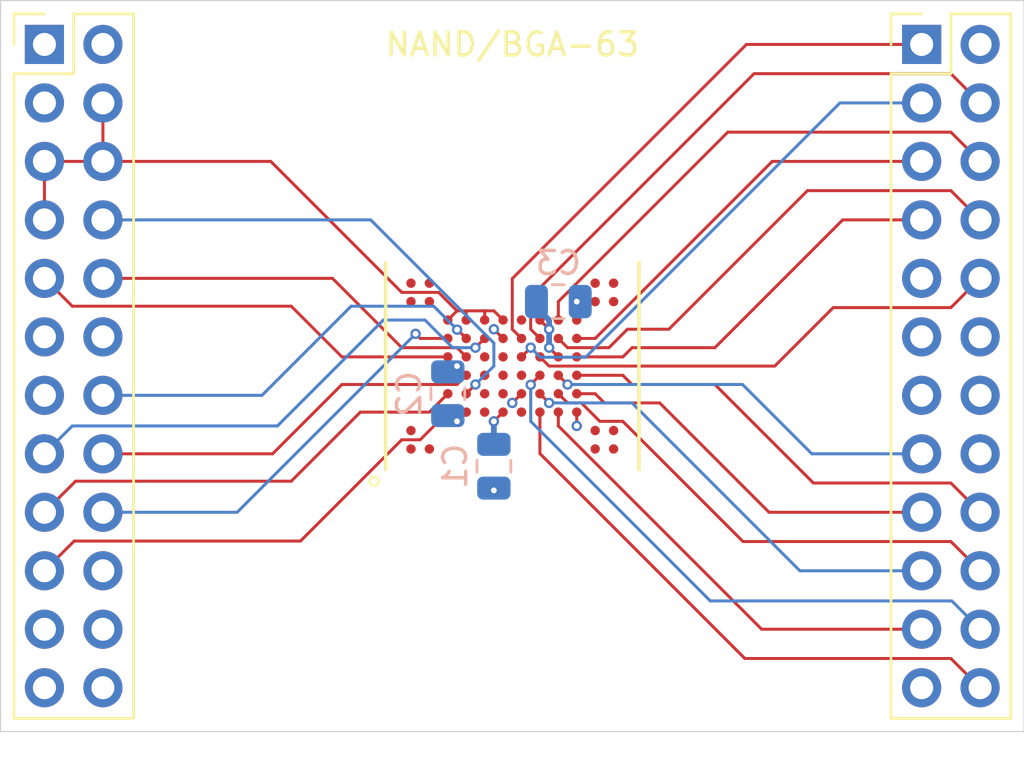
<source format=kicad_pcb>
(kicad_pcb (version 20171130) (host pcbnew "(5.1.8)-1")

  (general
    (thickness 1.2)
    (drawings 5)
    (tracks 173)
    (zones 0)
    (modules 6)
    (nets 30)
  )

  (page A4)
  (layers
    (0 F.Cu signal)
    (1 In1.Cu signal)
    (2 In2.Cu signal)
    (31 B.Cu signal)
    (32 B.Adhes user)
    (33 F.Adhes user)
    (34 B.Paste user)
    (35 F.Paste user)
    (36 B.SilkS user)
    (37 F.SilkS user)
    (38 B.Mask user)
    (39 F.Mask user)
    (40 Dwgs.User user)
    (41 Cmts.User user)
    (42 Eco1.User user)
    (43 Eco2.User user)
    (44 Edge.Cuts user)
    (45 Margin user)
    (46 B.CrtYd user)
    (47 F.CrtYd user)
    (48 B.Fab user)
    (49 F.Fab user)
  )

  (setup
    (last_trace_width 0.15)
    (user_trace_width 0.13)
    (user_trace_width 0.15)
    (user_trace_width 0.2)
    (user_trace_width 0.25)
    (trace_clearance 0.127)
    (zone_clearance 0.508)
    (zone_45_only no)
    (trace_min 0.127)
    (via_size 0.45)
    (via_drill 0.25)
    (via_min_size 0.45)
    (via_min_drill 0.2)
    (uvia_size 0.3)
    (uvia_drill 0.1)
    (uvias_allowed no)
    (uvia_min_size 0.2)
    (uvia_min_drill 0.1)
    (edge_width 0.05)
    (segment_width 0.2)
    (pcb_text_width 0.3)
    (pcb_text_size 1.5 1.5)
    (mod_edge_width 0.12)
    (mod_text_size 1 1)
    (mod_text_width 0.15)
    (pad_size 1.524 1.524)
    (pad_drill 0.762)
    (pad_to_mask_clearance 0)
    (aux_axis_origin 0 0)
    (grid_origin 134.62 90.17)
    (visible_elements 7FFFFFFF)
    (pcbplotparams
      (layerselection 0x010fc_ffffffff)
      (usegerberextensions false)
      (usegerberattributes true)
      (usegerberadvancedattributes true)
      (creategerberjobfile true)
      (excludeedgelayer true)
      (linewidth 0.100000)
      (plotframeref false)
      (viasonmask false)
      (mode 1)
      (useauxorigin false)
      (hpglpennumber 1)
      (hpglpenspeed 20)
      (hpglpendiameter 15.000000)
      (psnegative false)
      (psa4output false)
      (plotreference true)
      (plotvalue true)
      (plotinvisibletext false)
      (padsonsilk false)
      (subtractmaskfromsilk false)
      (outputformat 1)
      (mirror false)
      (drillshape 0)
      (scaleselection 1)
      (outputdirectory "Gerbers"))
  )

  (net 0 "")
  (net 1 GND)
  (net 2 "Net-(C1-Pad1)")
  (net 3 +3V3)
  (net 4 ~WP)
  (net 5 ~WE)
  (net 6 ALE)
  (net 7 CLE)
  (net 8 ~CE3)
  (net 9 ~CE2)
  (net 10 ~CE1)
  (net 11 ~CE0)
  (net 12 ~RE)
  (net 13 R~B)
  (net 14 IO8)
  (net 15 IO10)
  (net 16 IO9)
  (net 17 IO1)
  (net 18 IO0)
  (net 19 IO3)
  (net 20 IO2)
  (net 21 IO11)
  (net 22 IO12)
  (net 23 IO5)
  (net 24 IO4)
  (net 25 IO7)
  (net 26 IO6)
  (net 27 IO14)
  (net 28 IO13)
  (net 29 IO15)

  (net_class Default "This is the default net class."
    (clearance 0.127)
    (trace_width 0.15)
    (via_dia 0.45)
    (via_drill 0.25)
    (uvia_dia 0.3)
    (uvia_drill 0.1)
    (add_net +3V3)
    (add_net ALE)
    (add_net CLE)
    (add_net GND)
    (add_net IO0)
    (add_net IO1)
    (add_net IO10)
    (add_net IO11)
    (add_net IO12)
    (add_net IO13)
    (add_net IO14)
    (add_net IO15)
    (add_net IO2)
    (add_net IO3)
    (add_net IO4)
    (add_net IO5)
    (add_net IO6)
    (add_net IO7)
    (add_net IO8)
    (add_net IO9)
    (add_net "Net-(C1-Pad1)")
    (add_net R~B)
    (add_net ~CE0)
    (add_net ~CE1)
    (add_net ~CE2)
    (add_net ~CE3)
    (add_net ~RE)
    (add_net ~WE)
    (add_net ~WP)
  )

  (module Memory:BGA63C80P12X10_1100X900X120 (layer F.Cu) (tedit 6027CEDB) (tstamp 602EFF9C)
    (at 134.62 90.17 90)
    (path /60329AD9)
    (fp_text reference U1 (at -2 -6.5 90) (layer F.SilkS) hide
      (effects (font (size 1 1) (thickness 0.15)))
    )
    (fp_text value Generic_ONFI_NAND_BGA63 (at 0 6.5 90) (layer F.Fab) hide
      (effects (font (size 1 1) (thickness 0.15)))
    )
    (fp_line (start -4.5 -5.5) (end 4.5 -5.5) (layer F.SilkS) (width 0.1524))
    (fp_line (start 4.5 -5.5) (end 4.5 5.5) (layer F.Fab) (width 0.1524))
    (fp_line (start 4.5 5.5) (end -4.5 5.5) (layer F.SilkS) (width 0.1524))
    (fp_line (start -4.5 5.5) (end -4.5 -5.5) (layer F.Fab) (width 0.1524))
    (fp_line (start -4.75 -5.75) (end 4.75 -5.75) (layer F.CrtYd) (width 0.05))
    (fp_line (start 4.75 -5.75) (end 4.75 5.75) (layer F.CrtYd) (width 0.05))
    (fp_line (start 4.75 5.75) (end -4.75 5.75) (layer F.CrtYd) (width 0.05))
    (fp_line (start -4.75 5.75) (end -4.75 -5.75) (layer F.CrtYd) (width 0.05))
    (fp_circle (center -5 -6) (end -4.8 -6) (layer F.SilkS) (width 0.1))
    (fp_circle (center -3.6 -4.4) (end -3.5 -4.4) (layer F.Fab) (width 0.2))
    (pad M10 smd circle (at 3.6 4.4 90) (size 0.41 0.41) (layers F.Cu F.Paste F.Mask))
    (pad M9 smd circle (at 2.8 4.4 90) (size 0.41 0.41) (layers F.Cu F.Paste F.Mask))
    (pad L10 smd circle (at 3.6 3.6 90) (size 0.41 0.41) (layers F.Cu F.Paste F.Mask))
    (pad L9 smd circle (at 2.8 3.6 90) (size 0.41 0.41) (layers F.Cu F.Paste F.Mask))
    (pad K8 smd circle (at 2 2.8 90) (size 0.41 0.41) (layers F.Cu F.Paste F.Mask)
      (net 1 GND))
    (pad K7 smd circle (at 1.2 2.8 90) (size 0.41 0.41) (layers F.Cu F.Paste F.Mask)
      (net 26 IO6))
    (pad J8 smd circle (at 2 2 90) (size 0.41 0.41) (layers F.Cu F.Paste F.Mask)
      (net 25 IO7))
    (pad J7 smd circle (at 1.2 2 90) (size 0.41 0.41) (layers F.Cu F.Paste F.Mask)
      (net 23 IO5))
    (pad H8 smd circle (at 2 1.2 90) (size 0.41 0.41) (layers F.Cu F.Paste F.Mask)
      (net 3 +3V3))
    (pad H7 smd circle (at 1.2 1.2 90) (size 0.41 0.41) (layers F.Cu F.Paste F.Mask)
      (net 27 IO14))
    (pad G8 smd circle (at 2 0.4 90) (size 0.41 0.41) (layers F.Cu F.Paste F.Mask))
    (pad G7 smd circle (at 1.2 0.4 90) (size 0.41 0.41) (layers F.Cu F.Paste F.Mask)
      (net 29 IO15))
    (pad K6 smd circle (at 0.4 2.8 90) (size 0.41 0.41) (layers F.Cu F.Paste F.Mask)
      (net 24 IO4))
    (pad J6 smd circle (at 0.4 2 90) (size 0.41 0.41) (layers F.Cu F.Paste F.Mask)
      (net 3 +3V3))
    (pad H6 smd circle (at 0.4 1.2 90) (size 0.41 0.41) (layers F.Cu F.Paste F.Mask)
      (net 22 IO12))
    (pad G6 smd circle (at 0.4 0.4 90) (size 0.41 0.41) (layers F.Cu F.Paste F.Mask)
      (net 28 IO13))
    (pad M2 smd circle (at -2.8 4.4 90) (size 0.41 0.41) (layers F.Cu F.Paste F.Mask))
    (pad L2 smd circle (at -2.8 3.6 90) (size 0.41 0.41) (layers F.Cu F.Paste F.Mask))
    (pad K5 smd circle (at -0.4 2.8 90) (size 0.41 0.41) (layers F.Cu F.Paste F.Mask)
      (net 19 IO3))
    (pad K4 smd circle (at -1.2 2.8 90) (size 0.41 0.41) (layers F.Cu F.Paste F.Mask)
      (net 20 IO2))
    (pad K3 smd circle (at -2 2.8 90) (size 0.41 0.41) (layers F.Cu F.Paste F.Mask)
      (net 1 GND))
    (pad J5 smd circle (at -0.4 2 90) (size 0.41 0.41) (layers F.Cu F.Paste F.Mask)
      (net 21 IO11))
    (pad J4 smd circle (at -1.2 2 90) (size 0.41 0.41) (layers F.Cu F.Paste F.Mask)
      (net 17 IO1))
    (pad J3 smd circle (at -2 2 90) (size 0.41 0.41) (layers F.Cu F.Paste F.Mask)
      (net 16 IO9))
    (pad H5 smd circle (at -0.4 1.2 90) (size 0.41 0.41) (layers F.Cu F.Paste F.Mask)
      (net 15 IO10))
    (pad H4 smd circle (at -1.2 1.2 90) (size 0.41 0.41) (layers F.Cu F.Paste F.Mask)
      (net 18 IO0))
    (pad H3 smd circle (at -2 1.2 90) (size 0.41 0.41) (layers F.Cu F.Paste F.Mask)
      (net 14 IO8))
    (pad G5 smd circle (at -0.4 0.4 90) (size 0.41 0.41) (layers F.Cu F.Paste F.Mask))
    (pad G4 smd circle (at -1.2 0.4 90) (size 0.41 0.41) (layers F.Cu F.Paste F.Mask)
      (net 3 +3V3))
    (pad G3 smd circle (at -2 0.4 90) (size 0.41 0.41) (layers F.Cu F.Paste F.Mask))
    (pad F8 smd circle (at 2 -0.4 90) (size 0.41 0.41) (layers F.Cu F.Paste F.Mask)
      (net 13 R~B))
    (pad F7 smd circle (at 1.2 -0.4 90) (size 0.41 0.41) (layers F.Cu F.Paste F.Mask)
      (net 1 GND))
    (pad E8 smd circle (at 2 -1.2 90) (size 0.41 0.41) (layers F.Cu F.Paste F.Mask)
      (net 13 R~B))
    (pad E7 smd circle (at 1.2 -1.2 90) (size 0.41 0.41) (layers F.Cu F.Paste F.Mask)
      (net 8 ~CE3))
    (pad D8 smd circle (at 2 -2 90) (size 0.41 0.41) (layers F.Cu F.Paste F.Mask)
      (net 13 R~B))
    (pad D7 smd circle (at 1.2 -2 90) (size 0.41 0.41) (layers F.Cu F.Paste F.Mask)
      (net 9 ~CE2))
    (pad C8 smd circle (at 2 -2.8 90) (size 0.41 0.41) (layers F.Cu F.Paste F.Mask)
      (net 13 R~B))
    (pad C7 smd circle (at 1.2 -2.8 90) (size 0.41 0.41) (layers F.Cu F.Paste F.Mask)
      (net 5 ~WE))
    (pad B10 smd circle (at 3.6 -3.6 90) (size 0.41 0.41) (layers F.Cu F.Paste F.Mask))
    (pad B9 smd circle (at 2.8 -3.6 90) (size 0.41 0.41) (layers F.Cu F.Paste F.Mask))
    (pad A10 smd circle (at 3.6 -4.4 90) (size 0.41 0.41) (layers F.Cu F.Paste F.Mask))
    (pad A9 smd circle (at 2.8 -4.4 90) (size 0.41 0.41) (layers F.Cu F.Paste F.Mask))
    (pad F6 smd circle (at 0.4 -0.4 90) (size 0.41 0.41) (layers F.Cu F.Paste F.Mask))
    (pad E6 smd circle (at 0.4 -1.2 90) (size 0.41 0.41) (layers F.Cu F.Paste F.Mask))
    (pad D6 smd circle (at 0.4 -2 90) (size 0.41 0.41) (layers F.Cu F.Paste F.Mask)
      (net 10 ~CE1))
    (pad C6 smd circle (at 0.4 -2.8 90) (size 0.41 0.41) (layers F.Cu F.Paste F.Mask)
      (net 11 ~CE0))
    (pad F5 smd circle (at -0.4 -0.4 90) (size 0.41 0.41) (layers F.Cu F.Paste F.Mask))
    (pad F4 smd circle (at -1.2 -0.4 90) (size 0.41 0.41) (layers F.Cu F.Paste F.Mask))
    (pad F3 smd circle (at -2 -0.4 90) (size 0.41 0.41) (layers F.Cu F.Paste F.Mask)
      (net 2 "Net-(C1-Pad1)"))
    (pad E5 smd circle (at -0.4 -1.2 90) (size 0.41 0.41) (layers F.Cu F.Paste F.Mask))
    (pad E4 smd circle (at -1.2 -1.2 90) (size 0.41 0.41) (layers F.Cu F.Paste F.Mask))
    (pad E3 smd circle (at -2 -1.2 90) (size 0.41 0.41) (layers F.Cu F.Paste F.Mask))
    (pad D5 smd circle (at -0.4 -2 90) (size 0.41 0.41) (layers F.Cu F.Paste F.Mask)
      (net 7 CLE))
    (pad D4 smd circle (at -1.2 -2 90) (size 0.41 0.41) (layers F.Cu F.Paste F.Mask)
      (net 12 ~RE))
    (pad D3 smd circle (at -2 -2 90) (size 0.41 0.41) (layers F.Cu F.Paste F.Mask)
      (net 3 +3V3))
    (pad C5 smd circle (at -0.4 -2.8 90) (size 0.41 0.41) (layers F.Cu F.Paste F.Mask)
      (net 1 GND))
    (pad C4 smd circle (at -1.2 -2.8 90) (size 0.41 0.41) (layers F.Cu F.Paste F.Mask)
      (net 6 ALE))
    (pad C3 smd circle (at -2 -2.8 90) (size 0.41 0.41) (layers F.Cu F.Paste F.Mask)
      (net 4 ~WP))
    (pad A2 smd circle (at -2.8 -4.4 90) (size 0.41 0.41) (layers F.Cu F.Paste F.Mask))
    (pad M1 smd circle (at -3.6 4.4 90) (size 0.41 0.41) (layers F.Cu F.Paste F.Mask))
    (pad L1 smd circle (at -3.6 3.6 90) (size 0.41 0.41) (layers F.Cu F.Paste F.Mask))
    (pad B1 smd circle (at -3.6 -3.6 90) (size 0.41 0.41) (layers F.Cu F.Paste F.Mask))
    (pad A1 smd circle (at -3.6 -4.4 90) (size 0.41 0.41) (layers F.Cu F.Paste F.Mask))
  )

  (module Connector_PinHeader_2.54mm:PinHeader_2x12_P2.54mm_Vertical (layer F.Cu) (tedit 59FED5CC) (tstamp 602EFF4F)
    (at 152.4 76.2)
    (descr "Through hole straight pin header, 2x12, 2.54mm pitch, double rows")
    (tags "Through hole pin header THT 2x12 2.54mm double row")
    (path /6032A927)
    (fp_text reference J2 (at 1.27 -2.33) (layer F.SilkS) hide
      (effects (font (size 1 1) (thickness 0.15)))
    )
    (fp_text value Right (at 1.27 30.27) (layer F.Fab)
      (effects (font (size 1 1) (thickness 0.15)))
    )
    (fp_line (start 4.35 -1.8) (end -1.8 -1.8) (layer F.CrtYd) (width 0.05))
    (fp_line (start 4.35 29.75) (end 4.35 -1.8) (layer F.CrtYd) (width 0.05))
    (fp_line (start -1.8 29.75) (end 4.35 29.75) (layer F.CrtYd) (width 0.05))
    (fp_line (start -1.8 -1.8) (end -1.8 29.75) (layer F.CrtYd) (width 0.05))
    (fp_line (start -1.33 -1.33) (end 0 -1.33) (layer F.SilkS) (width 0.12))
    (fp_line (start -1.33 0) (end -1.33 -1.33) (layer F.SilkS) (width 0.12))
    (fp_line (start 1.27 -1.33) (end 3.87 -1.33) (layer F.SilkS) (width 0.12))
    (fp_line (start 1.27 1.27) (end 1.27 -1.33) (layer F.SilkS) (width 0.12))
    (fp_line (start -1.33 1.27) (end 1.27 1.27) (layer F.SilkS) (width 0.12))
    (fp_line (start 3.87 -1.33) (end 3.87 29.27) (layer F.SilkS) (width 0.12))
    (fp_line (start -1.33 1.27) (end -1.33 29.27) (layer F.SilkS) (width 0.12))
    (fp_line (start -1.33 29.27) (end 3.87 29.27) (layer F.SilkS) (width 0.12))
    (fp_line (start -1.27 0) (end 0 -1.27) (layer F.Fab) (width 0.1))
    (fp_line (start -1.27 29.21) (end -1.27 0) (layer F.Fab) (width 0.1))
    (fp_line (start 3.81 29.21) (end -1.27 29.21) (layer F.Fab) (width 0.1))
    (fp_line (start 3.81 -1.27) (end 3.81 29.21) (layer F.Fab) (width 0.1))
    (fp_line (start 0 -1.27) (end 3.81 -1.27) (layer F.Fab) (width 0.1))
    (fp_text user %R (at 1.27 13.97 90) (layer F.Fab)
      (effects (font (size 1 1) (thickness 0.15)))
    )
    (pad 24 thru_hole oval (at 2.54 27.94) (size 1.7 1.7) (drill 1) (layers *.Cu *.Mask)
      (net 14 IO8))
    (pad 23 thru_hole oval (at 0 27.94) (size 1.7 1.7) (drill 1) (layers *.Cu *.Mask)
      (net 1 GND))
    (pad 22 thru_hole oval (at 2.54 25.4) (size 1.7 1.7) (drill 1) (layers *.Cu *.Mask)
      (net 15 IO10))
    (pad 21 thru_hole oval (at 0 25.4) (size 1.7 1.7) (drill 1) (layers *.Cu *.Mask)
      (net 16 IO9))
    (pad 20 thru_hole oval (at 2.54 22.86) (size 1.7 1.7) (drill 1) (layers *.Cu *.Mask)
      (net 17 IO1))
    (pad 19 thru_hole oval (at 0 22.86) (size 1.7 1.7) (drill 1) (layers *.Cu *.Mask)
      (net 18 IO0))
    (pad 18 thru_hole oval (at 2.54 20.32) (size 1.7 1.7) (drill 1) (layers *.Cu *.Mask)
      (net 19 IO3))
    (pad 17 thru_hole oval (at 0 20.32) (size 1.7 1.7) (drill 1) (layers *.Cu *.Mask)
      (net 20 IO2))
    (pad 16 thru_hole oval (at 2.54 17.78) (size 1.7 1.7) (drill 1) (layers *.Cu *.Mask)
      (net 3 +3V3))
    (pad 15 thru_hole oval (at 0 17.78) (size 1.7 1.7) (drill 1) (layers *.Cu *.Mask)
      (net 21 IO11))
    (pad 14 thru_hole oval (at 2.54 15.24) (size 1.7 1.7) (drill 1) (layers *.Cu *.Mask)
      (net 1 GND))
    (pad 13 thru_hole oval (at 0 15.24) (size 1.7 1.7) (drill 1) (layers *.Cu *.Mask))
    (pad 12 thru_hole oval (at 2.54 12.7) (size 1.7 1.7) (drill 1) (layers *.Cu *.Mask))
    (pad 11 thru_hole oval (at 0 12.7) (size 1.7 1.7) (drill 1) (layers *.Cu *.Mask)
      (net 3 +3V3))
    (pad 10 thru_hole oval (at 2.54 10.16) (size 1.7 1.7) (drill 1) (layers *.Cu *.Mask)
      (net 22 IO12))
    (pad 9 thru_hole oval (at 0 10.16) (size 1.7 1.7) (drill 1) (layers *.Cu *.Mask)
      (net 3 +3V3))
    (pad 8 thru_hole oval (at 2.54 7.62) (size 1.7 1.7) (drill 1) (layers *.Cu *.Mask)
      (net 23 IO5))
    (pad 7 thru_hole oval (at 0 7.62) (size 1.7 1.7) (drill 1) (layers *.Cu *.Mask)
      (net 24 IO4))
    (pad 6 thru_hole oval (at 2.54 5.08) (size 1.7 1.7) (drill 1) (layers *.Cu *.Mask)
      (net 25 IO7))
    (pad 5 thru_hole oval (at 0 5.08) (size 1.7 1.7) (drill 1) (layers *.Cu *.Mask)
      (net 26 IO6))
    (pad 4 thru_hole oval (at 2.54 2.54) (size 1.7 1.7) (drill 1) (layers *.Cu *.Mask)
      (net 27 IO14))
    (pad 3 thru_hole oval (at 0 2.54) (size 1.7 1.7) (drill 1) (layers *.Cu *.Mask)
      (net 28 IO13))
    (pad 2 thru_hole oval (at 2.54 0) (size 1.7 1.7) (drill 1) (layers *.Cu *.Mask)
      (net 1 GND))
    (pad 1 thru_hole rect (at 0 0) (size 1.7 1.7) (drill 1) (layers *.Cu *.Mask)
      (net 29 IO15))
    (model ${KISYS3DMOD}/Connector_PinHeader_2.54mm.3dshapes/PinHeader_2x12_P2.54mm_Vertical.wrl
      (at (xyz 0 0 0))
      (scale (xyz 1 1 1))
      (rotate (xyz 0 0 0))
    )
  )

  (module Connector_PinHeader_2.54mm:PinHeader_2x12_P2.54mm_Vertical (layer F.Cu) (tedit 59FED5CC) (tstamp 602EFF21)
    (at 114.3 76.2)
    (descr "Through hole straight pin header, 2x12, 2.54mm pitch, double rows")
    (tags "Through hole pin header THT 2x12 2.54mm double row")
    (path /60329BE1)
    (fp_text reference J1 (at 1.27 -2.33) (layer F.SilkS) hide
      (effects (font (size 1 1) (thickness 0.15)))
    )
    (fp_text value Left (at 1.27 30.27) (layer F.Fab)
      (effects (font (size 1 1) (thickness 0.15)))
    )
    (fp_line (start 4.35 -1.8) (end -1.8 -1.8) (layer F.CrtYd) (width 0.05))
    (fp_line (start 4.35 29.75) (end 4.35 -1.8) (layer F.CrtYd) (width 0.05))
    (fp_line (start -1.8 29.75) (end 4.35 29.75) (layer F.CrtYd) (width 0.05))
    (fp_line (start -1.8 -1.8) (end -1.8 29.75) (layer F.CrtYd) (width 0.05))
    (fp_line (start -1.33 -1.33) (end 0 -1.33) (layer F.SilkS) (width 0.12))
    (fp_line (start -1.33 0) (end -1.33 -1.33) (layer F.SilkS) (width 0.12))
    (fp_line (start 1.27 -1.33) (end 3.87 -1.33) (layer F.SilkS) (width 0.12))
    (fp_line (start 1.27 1.27) (end 1.27 -1.33) (layer F.SilkS) (width 0.12))
    (fp_line (start -1.33 1.27) (end 1.27 1.27) (layer F.SilkS) (width 0.12))
    (fp_line (start 3.87 -1.33) (end 3.87 29.27) (layer F.SilkS) (width 0.12))
    (fp_line (start -1.33 1.27) (end -1.33 29.27) (layer F.SilkS) (width 0.12))
    (fp_line (start -1.33 29.27) (end 3.87 29.27) (layer F.SilkS) (width 0.12))
    (fp_line (start -1.27 0) (end 0 -1.27) (layer F.Fab) (width 0.1))
    (fp_line (start -1.27 29.21) (end -1.27 0) (layer F.Fab) (width 0.1))
    (fp_line (start 3.81 29.21) (end -1.27 29.21) (layer F.Fab) (width 0.1))
    (fp_line (start 3.81 -1.27) (end 3.81 29.21) (layer F.Fab) (width 0.1))
    (fp_line (start 0 -1.27) (end 3.81 -1.27) (layer F.Fab) (width 0.1))
    (fp_text user %R (at 1.27 13.97 90) (layer F.Fab)
      (effects (font (size 1 1) (thickness 0.15)))
    )
    (pad 24 thru_hole oval (at 2.54 27.94) (size 1.7 1.7) (drill 1) (layers *.Cu *.Mask))
    (pad 23 thru_hole oval (at 0 27.94) (size 1.7 1.7) (drill 1) (layers *.Cu *.Mask))
    (pad 22 thru_hole oval (at 2.54 25.4) (size 1.7 1.7) (drill 1) (layers *.Cu *.Mask))
    (pad 21 thru_hole oval (at 0 25.4) (size 1.7 1.7) (drill 1) (layers *.Cu *.Mask))
    (pad 20 thru_hole oval (at 2.54 22.86) (size 1.7 1.7) (drill 1) (layers *.Cu *.Mask))
    (pad 19 thru_hole oval (at 0 22.86) (size 1.7 1.7) (drill 1) (layers *.Cu *.Mask)
      (net 4 ~WP))
    (pad 18 thru_hole oval (at 2.54 20.32) (size 1.7 1.7) (drill 1) (layers *.Cu *.Mask)
      (net 5 ~WE))
    (pad 17 thru_hole oval (at 0 20.32) (size 1.7 1.7) (drill 1) (layers *.Cu *.Mask)
      (net 6 ALE))
    (pad 16 thru_hole oval (at 2.54 17.78) (size 1.7 1.7) (drill 1) (layers *.Cu *.Mask)
      (net 7 CLE))
    (pad 15 thru_hole oval (at 0 17.78) (size 1.7 1.7) (drill 1) (layers *.Cu *.Mask)
      (net 8 ~CE3))
    (pad 14 thru_hole oval (at 2.54 15.24) (size 1.7 1.7) (drill 1) (layers *.Cu *.Mask)
      (net 9 ~CE2))
    (pad 13 thru_hole oval (at 0 15.24) (size 1.7 1.7) (drill 1) (layers *.Cu *.Mask)
      (net 1 GND))
    (pad 12 thru_hole oval (at 2.54 12.7) (size 1.7 1.7) (drill 1) (layers *.Cu *.Mask)
      (net 3 +3V3))
    (pad 11 thru_hole oval (at 0 12.7) (size 1.7 1.7) (drill 1) (layers *.Cu *.Mask))
    (pad 10 thru_hole oval (at 2.54 10.16) (size 1.7 1.7) (drill 1) (layers *.Cu *.Mask)
      (net 10 ~CE1))
    (pad 9 thru_hole oval (at 0 10.16) (size 1.7 1.7) (drill 1) (layers *.Cu *.Mask)
      (net 11 ~CE0))
    (pad 8 thru_hole oval (at 2.54 7.62) (size 1.7 1.7) (drill 1) (layers *.Cu *.Mask)
      (net 12 ~RE))
    (pad 7 thru_hole oval (at 0 7.62) (size 1.7 1.7) (drill 1) (layers *.Cu *.Mask)
      (net 13 R~B))
    (pad 6 thru_hole oval (at 2.54 5.08) (size 1.7 1.7) (drill 1) (layers *.Cu *.Mask)
      (net 13 R~B))
    (pad 5 thru_hole oval (at 0 5.08) (size 1.7 1.7) (drill 1) (layers *.Cu *.Mask)
      (net 13 R~B))
    (pad 4 thru_hole oval (at 2.54 2.54) (size 1.7 1.7) (drill 1) (layers *.Cu *.Mask)
      (net 13 R~B))
    (pad 3 thru_hole oval (at 0 2.54) (size 1.7 1.7) (drill 1) (layers *.Cu *.Mask))
    (pad 2 thru_hole oval (at 2.54 0) (size 1.7 1.7) (drill 1) (layers *.Cu *.Mask))
    (pad 1 thru_hole rect (at 0 0) (size 1.7 1.7) (drill 1) (layers *.Cu *.Mask))
    (model ${KISYS3DMOD}/Connector_PinHeader_2.54mm.3dshapes/PinHeader_2x12_P2.54mm_Vertical.wrl
      (at (xyz 0 0 0))
      (scale (xyz 1 1 1))
      (rotate (xyz 0 0 0))
    )
  )

  (module Capacitor_SMD:C_0805_2012Metric (layer B.Cu) (tedit 5F68FEEE) (tstamp 60319E82)
    (at 136.62 87.37 180)
    (descr "Capacitor SMD 0805 (2012 Metric), square (rectangular) end terminal, IPC_7351 nominal, (Body size source: IPC-SM-782 page 76, https://www.pcb-3d.com/wordpress/wp-content/uploads/ipc-sm-782a_amendment_1_and_2.pdf, https://docs.google.com/spreadsheets/d/1BsfQQcO9C6DZCsRaXUlFlo91Tg2WpOkGARC1WS5S8t0/edit?usp=sharing), generated with kicad-footprint-generator")
    (tags capacitor)
    (path /6029192A)
    (attr smd)
    (fp_text reference C3 (at 0 1.68) (layer B.SilkS)
      (effects (font (size 1 1) (thickness 0.15)) (justify mirror))
    )
    (fp_text value 100n (at 0 -1.68) (layer B.Fab)
      (effects (font (size 1 1) (thickness 0.15)) (justify mirror))
    )
    (fp_line (start 1.7 -0.98) (end -1.7 -0.98) (layer B.CrtYd) (width 0.05))
    (fp_line (start 1.7 0.98) (end 1.7 -0.98) (layer B.CrtYd) (width 0.05))
    (fp_line (start -1.7 0.98) (end 1.7 0.98) (layer B.CrtYd) (width 0.05))
    (fp_line (start -1.7 -0.98) (end -1.7 0.98) (layer B.CrtYd) (width 0.05))
    (fp_line (start -0.261252 -0.735) (end 0.261252 -0.735) (layer B.SilkS) (width 0.12))
    (fp_line (start -0.261252 0.735) (end 0.261252 0.735) (layer B.SilkS) (width 0.12))
    (fp_line (start 1 -0.625) (end -1 -0.625) (layer B.Fab) (width 0.1))
    (fp_line (start 1 0.625) (end 1 -0.625) (layer B.Fab) (width 0.1))
    (fp_line (start -1 0.625) (end 1 0.625) (layer B.Fab) (width 0.1))
    (fp_line (start -1 -0.625) (end -1 0.625) (layer B.Fab) (width 0.1))
    (fp_text user %R (at 0 0) (layer B.Fab)
      (effects (font (size 0.5 0.5) (thickness 0.08)) (justify mirror))
    )
    (pad 2 smd roundrect (at 0.95 0 180) (size 1 1.45) (layers B.Cu B.Paste B.Mask) (roundrect_rratio 0.25)
      (net 3 +3V3))
    (pad 1 smd roundrect (at -0.95 0 180) (size 1 1.45) (layers B.Cu B.Paste B.Mask) (roundrect_rratio 0.25)
      (net 1 GND))
    (model ${KISYS3DMOD}/Capacitor_SMD.3dshapes/C_0805_2012Metric.wrl
      (at (xyz 0 0 0))
      (scale (xyz 1 1 1))
      (rotate (xyz 0 0 0))
    )
  )

  (module Capacitor_SMD:C_0805_2012Metric (layer B.Cu) (tedit 5F68FEEE) (tstamp 602FA109)
    (at 131.82 91.37 270)
    (descr "Capacitor SMD 0805 (2012 Metric), square (rectangular) end terminal, IPC_7351 nominal, (Body size source: IPC-SM-782 page 76, https://www.pcb-3d.com/wordpress/wp-content/uploads/ipc-sm-782a_amendment_1_and_2.pdf, https://docs.google.com/spreadsheets/d/1BsfQQcO9C6DZCsRaXUlFlo91Tg2WpOkGARC1WS5S8t0/edit?usp=sharing), generated with kicad-footprint-generator")
    (tags capacitor)
    (path /602914E1)
    (attr smd)
    (fp_text reference C2 (at 0 1.68 90) (layer B.SilkS)
      (effects (font (size 1 1) (thickness 0.15)) (justify mirror))
    )
    (fp_text value 100n (at 0 -1.68 90) (layer B.Fab)
      (effects (font (size 1 1) (thickness 0.15)) (justify mirror))
    )
    (fp_line (start 1.7 -0.98) (end -1.7 -0.98) (layer B.CrtYd) (width 0.05))
    (fp_line (start 1.7 0.98) (end 1.7 -0.98) (layer B.CrtYd) (width 0.05))
    (fp_line (start -1.7 0.98) (end 1.7 0.98) (layer B.CrtYd) (width 0.05))
    (fp_line (start -1.7 -0.98) (end -1.7 0.98) (layer B.CrtYd) (width 0.05))
    (fp_line (start -0.261252 -0.735) (end 0.261252 -0.735) (layer B.SilkS) (width 0.12))
    (fp_line (start -0.261252 0.735) (end 0.261252 0.735) (layer B.SilkS) (width 0.12))
    (fp_line (start 1 -0.625) (end -1 -0.625) (layer B.Fab) (width 0.1))
    (fp_line (start 1 0.625) (end 1 -0.625) (layer B.Fab) (width 0.1))
    (fp_line (start -1 0.625) (end 1 0.625) (layer B.Fab) (width 0.1))
    (fp_line (start -1 -0.625) (end -1 0.625) (layer B.Fab) (width 0.1))
    (fp_text user %R (at 0 0 90) (layer B.Fab)
      (effects (font (size 0.5 0.5) (thickness 0.08)) (justify mirror))
    )
    (pad 2 smd roundrect (at 0.95 0 270) (size 1 1.45) (layers B.Cu B.Paste B.Mask) (roundrect_rratio 0.25)
      (net 3 +3V3))
    (pad 1 smd roundrect (at -0.95 0 270) (size 1 1.45) (layers B.Cu B.Paste B.Mask) (roundrect_rratio 0.25)
      (net 1 GND))
    (model ${KISYS3DMOD}/Capacitor_SMD.3dshapes/C_0805_2012Metric.wrl
      (at (xyz 0 0 0))
      (scale (xyz 1 1 1))
      (rotate (xyz 0 0 0))
    )
  )

  (module Capacitor_SMD:C_0805_2012Metric (layer B.Cu) (tedit 5F68FEEE) (tstamp 60318D44)
    (at 133.82 94.52 270)
    (descr "Capacitor SMD 0805 (2012 Metric), square (rectangular) end terminal, IPC_7351 nominal, (Body size source: IPC-SM-782 page 76, https://www.pcb-3d.com/wordpress/wp-content/uploads/ipc-sm-782a_amendment_1_and_2.pdf, https://docs.google.com/spreadsheets/d/1BsfQQcO9C6DZCsRaXUlFlo91Tg2WpOkGARC1WS5S8t0/edit?usp=sharing), generated with kicad-footprint-generator")
    (tags capacitor)
    (path /602F0D49)
    (attr smd)
    (fp_text reference C1 (at 0 1.68 90) (layer B.SilkS)
      (effects (font (size 1 1) (thickness 0.15)) (justify mirror))
    )
    (fp_text value 100n (at 0 -1.68 90) (layer B.Fab)
      (effects (font (size 1 1) (thickness 0.15)) (justify mirror))
    )
    (fp_line (start 1.7 -0.98) (end -1.7 -0.98) (layer B.CrtYd) (width 0.05))
    (fp_line (start 1.7 0.98) (end 1.7 -0.98) (layer B.CrtYd) (width 0.05))
    (fp_line (start -1.7 0.98) (end 1.7 0.98) (layer B.CrtYd) (width 0.05))
    (fp_line (start -1.7 -0.98) (end -1.7 0.98) (layer B.CrtYd) (width 0.05))
    (fp_line (start -0.261252 -0.735) (end 0.261252 -0.735) (layer B.SilkS) (width 0.12))
    (fp_line (start -0.261252 0.735) (end 0.261252 0.735) (layer B.SilkS) (width 0.12))
    (fp_line (start 1 -0.625) (end -1 -0.625) (layer B.Fab) (width 0.1))
    (fp_line (start 1 0.625) (end 1 -0.625) (layer B.Fab) (width 0.1))
    (fp_line (start -1 0.625) (end 1 0.625) (layer B.Fab) (width 0.1))
    (fp_line (start -1 -0.625) (end -1 0.625) (layer B.Fab) (width 0.1))
    (fp_text user %R (at 0 0 90) (layer B.Fab)
      (effects (font (size 0.5 0.5) (thickness 0.08)) (justify mirror))
    )
    (pad 2 smd roundrect (at 0.95 0 270) (size 1 1.45) (layers B.Cu B.Paste B.Mask) (roundrect_rratio 0.25)
      (net 1 GND))
    (pad 1 smd roundrect (at -0.95 0 270) (size 1 1.45) (layers B.Cu B.Paste B.Mask) (roundrect_rratio 0.25)
      (net 2 "Net-(C1-Pad1)"))
    (model ${KISYS3DMOD}/Capacitor_SMD.3dshapes/C_0805_2012Metric.wrl
      (at (xyz 0 0 0))
      (scale (xyz 1 1 1))
      (rotate (xyz 0 0 0))
    )
  )

  (gr_text NAND/BGA-63 (at 134.62 76.2) (layer F.SilkS)
    (effects (font (size 1 1) (thickness 0.15)))
  )
  (gr_line (start 156.845 74.295) (end 112.395 74.295) (layer Edge.Cuts) (width 0.05) (tstamp 602FA00F))
  (gr_line (start 156.845 106.045) (end 156.845 74.295) (layer Edge.Cuts) (width 0.05))
  (gr_line (start 112.395 106.045) (end 156.845 106.045) (layer Edge.Cuts) (width 0.05))
  (gr_line (start 112.395 74.295) (end 112.395 106.045) (layer Edge.Cuts) (width 0.05))

  (via (at 137.42 92.77) (size 0.45) (drill 0.25) (layers F.Cu B.Cu) (net 1))
  (segment (start 137.42 92.17) (end 137.42 92.77) (width 0.13) (layer F.Cu) (net 1))
  (via (at 132.22 90.17) (size 0.45) (drill 0.25) (layers F.Cu B.Cu) (net 1))
  (segment (start 131.82 90.57) (end 132.22 90.17) (width 0.13) (layer F.Cu) (net 1))
  (segment (start 131.42 90.17) (end 132.22 90.17) (width 0.25) (layer B.Cu) (net 1))
  (via (at 137.42 87.37) (size 0.45) (drill 0.25) (layers F.Cu B.Cu) (net 1))
  (segment (start 137.42 88.17) (end 137.42 87.37) (width 0.13) (layer F.Cu) (net 1))
  (segment (start 133.82 95.47) (end 133.82 95.57) (width 0.25) (layer B.Cu) (net 1))
  (via (at 133.82 95.57) (size 0.45) (drill 0.25) (layers F.Cu B.Cu) (net 1))
  (via (at 133.82 88.57) (size 0.45) (drill 0.25) (layers F.Cu B.Cu) (net 1))
  (segment (start 134.22 88.97) (end 133.82 88.57) (width 0.13) (layer F.Cu) (net 1))
  (via (at 133.820007 92.569993) (size 0.45) (drill 0.25) (layers F.Cu B.Cu) (net 2))
  (segment (start 134.22 92.17) (end 133.820007 92.569993) (width 0.13) (layer F.Cu) (net 2))
  (segment (start 133.82 92.57) (end 133.820007 92.569993) (width 0.13) (layer B.Cu) (net 2))
  (segment (start 133.82 93.57) (end 133.82 92.57) (width 0.25) (layer B.Cu) (net 2))
  (via (at 136.22 89.37) (size 0.45) (drill 0.25) (layers F.Cu B.Cu) (net 3))
  (segment (start 136.62 89.77) (end 136.22 89.37) (width 0.13) (layer F.Cu) (net 3))
  (via (at 132.22 92.57) (size 0.45) (drill 0.25) (layers F.Cu B.Cu) (net 3))
  (segment (start 132.62 92.17) (end 132.22 92.57) (width 0.13) (layer F.Cu) (net 3))
  (segment (start 131.42 92.57) (end 132.22 92.57) (width 0.25) (layer B.Cu) (net 3))
  (via (at 134.62 91.769994) (size 0.45) (drill 0.25) (layers F.Cu B.Cu) (net 3))
  (segment (start 135.02 91.37) (end 134.620006 91.769994) (width 0.13) (layer F.Cu) (net 3))
  (segment (start 134.620006 91.769994) (end 134.62 91.769994) (width 0.13) (layer F.Cu) (net 3))
  (via (at 136.22 88.57) (size 0.45) (drill 0.25) (layers F.Cu B.Cu) (net 3))
  (segment (start 135.82 88.17) (end 136.22 88.57) (width 0.13) (layer F.Cu) (net 3))
  (segment (start 136.22 88.57) (end 136.22 89.37) (width 0.25) (layer B.Cu) (net 3))
  (segment (start 136.22 88.17) (end 136.22 88.57) (width 0.25) (layer B.Cu) (net 3))
  (segment (start 135.42 87.37) (end 136.22 88.17) (width 0.25) (layer B.Cu) (net 3))
  (segment (start 125.42 97.77) (end 115.59 97.77) (width 0.13) (layer F.Cu) (net 4))
  (segment (start 129.82 93.37) (end 125.42 97.77) (width 0.13) (layer F.Cu) (net 4))
  (segment (start 115.59 97.77) (end 114.3 99.06) (width 0.13) (layer F.Cu) (net 4))
  (segment (start 130.62 93.37) (end 129.82 93.37) (width 0.13) (layer F.Cu) (net 4))
  (segment (start 131.82 92.17) (end 130.62 93.37) (width 0.13) (layer F.Cu) (net 4))
  (segment (start 122.67 96.52) (end 130.42 88.77) (width 0.13) (layer B.Cu) (net 5))
  (segment (start 116.84 96.52) (end 122.67 96.52) (width 0.13) (layer B.Cu) (net 5))
  (segment (start 130.62 88.97) (end 130.42 88.77) (width 0.13) (layer F.Cu) (net 5))
  (segment (start 131.82 88.97) (end 130.62 88.97) (width 0.13) (layer F.Cu) (net 5))
  (via (at 130.42 88.77) (size 0.45) (drill 0.25) (layers F.Cu B.Cu) (net 5))
  (segment (start 115.65 95.17) (end 114.3 96.52) (width 0.13) (layer F.Cu) (net 6))
  (segment (start 125.02 95.17) (end 115.65 95.17) (width 0.13) (layer F.Cu) (net 6))
  (segment (start 128.02 92.17) (end 125.02 95.17) (width 0.13) (layer F.Cu) (net 6))
  (segment (start 131.02 92.17) (end 128.02 92.17) (width 0.13) (layer F.Cu) (net 6))
  (segment (start 131.82 91.37) (end 131.02 92.17) (width 0.13) (layer F.Cu) (net 6))
  (segment (start 124.21 93.98) (end 116.84 93.98) (width 0.13) (layer F.Cu) (net 7))
  (segment (start 127.22 90.97) (end 124.21 93.98) (width 0.13) (layer F.Cu) (net 7))
  (segment (start 132.22 90.97) (end 127.22 90.97) (width 0.13) (layer F.Cu) (net 7))
  (segment (start 132.62 90.57) (end 132.22 90.97) (width 0.13) (layer F.Cu) (net 7))
  (via (at 133.020006 89.37) (size 0.45) (drill 0.25) (layers F.Cu B.Cu) (net 8))
  (segment (start 133.020006 89.369994) (end 133.020006 89.37) (width 0.13) (layer F.Cu) (net 8))
  (segment (start 133.42 88.97) (end 133.020006 89.369994) (width 0.13) (layer F.Cu) (net 8))
  (segment (start 130.82857 88.17) (end 132.02857 89.37) (width 0.13) (layer B.Cu) (net 8))
  (segment (start 129.02 88.17) (end 130.82857 88.17) (width 0.13) (layer B.Cu) (net 8))
  (segment (start 124.42 92.77) (end 129.02 88.17) (width 0.13) (layer B.Cu) (net 8))
  (segment (start 132.02857 89.37) (end 133.020006 89.37) (width 0.13) (layer B.Cu) (net 8))
  (segment (start 115.51 92.77) (end 124.42 92.77) (width 0.13) (layer B.Cu) (net 8))
  (segment (start 114.3 93.98) (end 115.51 92.77) (width 0.13) (layer B.Cu) (net 8))
  (segment (start 132.224427 88.574427) (end 132.224427 88.587) (width 0.13) (layer F.Cu) (net 9))
  (segment (start 132.62 88.97) (end 132.224427 88.574427) (width 0.13) (layer F.Cu) (net 9))
  (via (at 132.224427 88.587) (size 0.45) (drill 0.25) (layers F.Cu B.Cu) (net 9))
  (segment (start 123.75 91.44) (end 116.84 91.44) (width 0.13) (layer B.Cu) (net 9))
  (segment (start 127.62 87.57) (end 123.75 91.44) (width 0.13) (layer B.Cu) (net 9))
  (segment (start 131.207427 87.57) (end 127.62 87.57) (width 0.13) (layer B.Cu) (net 9))
  (segment (start 132.224427 88.587) (end 131.207427 87.57) (width 0.13) (layer B.Cu) (net 9))
  (segment (start 126.81 86.36) (end 116.84 86.36) (width 0.13) (layer F.Cu) (net 10))
  (segment (start 129.82 89.37) (end 126.81 86.36) (width 0.13) (layer F.Cu) (net 10))
  (segment (start 132.22 89.37) (end 129.82 89.37) (width 0.13) (layer F.Cu) (net 10))
  (segment (start 132.62 89.77) (end 132.22 89.37) (width 0.13) (layer F.Cu) (net 10))
  (segment (start 115.51 87.57) (end 114.3 86.36) (width 0.13) (layer F.Cu) (net 11))
  (segment (start 125.02 87.57) (end 115.51 87.57) (width 0.13) (layer F.Cu) (net 11))
  (segment (start 127.22 89.77) (end 125.02 87.57) (width 0.13) (layer F.Cu) (net 11))
  (segment (start 131.82 89.77) (end 127.22 89.77) (width 0.13) (layer F.Cu) (net 11))
  (via (at 133.02 90.97) (size 0.45) (drill 0.25) (layers F.Cu B.Cu) (net 12))
  (segment (start 132.62 91.37) (end 133.02 90.97) (width 0.13) (layer F.Cu) (net 12))
  (segment (start 128.47 83.82) (end 116.84 83.82) (width 0.13) (layer B.Cu) (net 12))
  (segment (start 133.82 89.17) (end 128.47 83.82) (width 0.13) (layer B.Cu) (net 12))
  (segment (start 133.82 90.17) (end 133.82 89.17) (width 0.13) (layer B.Cu) (net 12))
  (segment (start 133.02 90.97) (end 133.82 90.17) (width 0.13) (layer B.Cu) (net 12))
  (segment (start 114.3 83.82) (end 114.3 81.28) (width 0.13) (layer F.Cu) (net 13) (status 30))
  (segment (start 114.3 81.28) (end 116.84 81.28) (width 0.13) (layer F.Cu) (net 13) (status 30))
  (segment (start 116.84 81.28) (end 116.84 78.74) (width 0.13) (layer F.Cu) (net 13) (status 30))
  (segment (start 132.22 87.77) (end 131.82 88.17) (width 0.13) (layer F.Cu) (net 13))
  (segment (start 132.62 87.77) (end 132.22 87.77) (width 0.13) (layer F.Cu) (net 13))
  (segment (start 132.62 88.17) (end 132.62 87.77) (width 0.13) (layer F.Cu) (net 13))
  (segment (start 134.22 88.17) (end 133.82 87.77) (width 0.13) (layer F.Cu) (net 13))
  (segment (start 133.42 88.17) (end 133.42 87.77) (width 0.13) (layer F.Cu) (net 13))
  (segment (start 133.42 87.77) (end 132.62 87.77) (width 0.13) (layer F.Cu) (net 13))
  (segment (start 133.82 87.77) (end 133.42 87.77) (width 0.13) (layer F.Cu) (net 13))
  (segment (start 124.13 81.28) (end 116.84 81.28) (width 0.13) (layer F.Cu) (net 13))
  (segment (start 129.82 86.97) (end 124.13 81.28) (width 0.13) (layer F.Cu) (net 13))
  (segment (start 131.42 86.97) (end 129.82 86.97) (width 0.13) (layer F.Cu) (net 13))
  (segment (start 132.22 87.77) (end 131.42 86.97) (width 0.13) (layer F.Cu) (net 13))
  (segment (start 144.72 102.87) (end 153.67 102.87) (width 0.13) (layer F.Cu) (net 14))
  (segment (start 153.67 102.87) (end 154.94 104.14) (width 0.13) (layer F.Cu) (net 14))
  (segment (start 135.82 93.97) (end 144.72 102.87) (width 0.13) (layer F.Cu) (net 14))
  (segment (start 135.82 92.17) (end 135.82 93.97) (width 0.13) (layer F.Cu) (net 14))
  (via (at 135.419997 90.982365) (size 0.45) (drill 0.25) (layers F.Cu B.Cu) (net 15))
  (segment (start 135.82 90.57) (end 135.419997 90.970003) (width 0.13) (layer F.Cu) (net 15))
  (segment (start 135.419997 90.970003) (end 135.419997 90.982365) (width 0.13) (layer F.Cu) (net 15))
  (segment (start 153.71 100.37) (end 154.94 101.6) (width 0.13) (layer B.Cu) (net 15))
  (segment (start 135.42 92.57) (end 143.22 100.37) (width 0.13) (layer B.Cu) (net 15))
  (segment (start 143.22 100.37) (end 153.71 100.37) (width 0.13) (layer B.Cu) (net 15))
  (segment (start 135.42 90.982368) (end 135.42 92.57) (width 0.13) (layer B.Cu) (net 15))
  (segment (start 135.419997 90.982365) (end 135.42 90.982368) (width 0.13) (layer B.Cu) (net 15))
  (segment (start 145.45 101.6) (end 152.4 101.6) (width 0.13) (layer F.Cu) (net 16))
  (segment (start 136.62 92.77) (end 145.45 101.6) (width 0.13) (layer F.Cu) (net 16))
  (segment (start 136.62 92.17) (end 136.62 92.77) (width 0.13) (layer F.Cu) (net 16))
  (segment (start 144.64 97.79) (end 153.67 97.79) (width 0.13) (layer F.Cu) (net 17))
  (segment (start 139.42 92.57) (end 144.64 97.79) (width 0.13) (layer F.Cu) (net 17))
  (segment (start 138.42 92.57) (end 139.42 92.57) (width 0.13) (layer F.Cu) (net 17))
  (segment (start 137.617001 91.767001) (end 138.42 92.57) (width 0.13) (layer F.Cu) (net 17))
  (segment (start 153.67 97.79) (end 154.94 99.06) (width 0.13) (layer F.Cu) (net 17))
  (segment (start 137.017001 91.767001) (end 137.617001 91.767001) (width 0.13) (layer F.Cu) (net 17))
  (segment (start 136.62 91.37) (end 137.017001 91.767001) (width 0.13) (layer F.Cu) (net 17))
  (via (at 136.22 91.77) (size 0.45) (drill 0.25) (layers F.Cu B.Cu) (net 18))
  (segment (start 135.82 91.37) (end 136.22 91.77) (width 0.13) (layer F.Cu) (net 18))
  (segment (start 147.11 99.06) (end 152.4 99.06) (width 0.13) (layer B.Cu) (net 18))
  (segment (start 139.82 91.77) (end 147.11 99.06) (width 0.13) (layer B.Cu) (net 18))
  (segment (start 136.22 91.77) (end 139.82 91.77) (width 0.13) (layer B.Cu) (net 18))
  (segment (start 153.67 95.25) (end 154.94 96.52) (width 0.13) (layer F.Cu) (net 19))
  (segment (start 147.7 95.25) (end 153.67 95.25) (width 0.13) (layer F.Cu) (net 19))
  (segment (start 139.82 90.97) (end 143.42 90.97) (width 0.13) (layer F.Cu) (net 19))
  (segment (start 139.42 90.57) (end 139.82 90.97) (width 0.13) (layer F.Cu) (net 19))
  (segment (start 143.42 90.97) (end 147.7 95.25) (width 0.13) (layer F.Cu) (net 19))
  (segment (start 137.42 90.57) (end 139.42 90.57) (width 0.13) (layer F.Cu) (net 19))
  (segment (start 145.77 96.52) (end 152.4 96.52) (width 0.13) (layer F.Cu) (net 20))
  (segment (start 141.02 91.77) (end 145.77 96.52) (width 0.13) (layer F.Cu) (net 20))
  (segment (start 138.62 91.77) (end 141.02 91.77) (width 0.13) (layer F.Cu) (net 20))
  (segment (start 138.22 91.37) (end 138.62 91.77) (width 0.13) (layer F.Cu) (net 20))
  (segment (start 137.42 91.37) (end 138.22 91.37) (width 0.13) (layer F.Cu) (net 20))
  (via (at 137.02 90.97) (size 0.45) (drill 0.25) (layers F.Cu B.Cu) (net 21))
  (segment (start 136.62 90.57) (end 137.02 90.97) (width 0.13) (layer F.Cu) (net 21))
  (segment (start 147.63 93.98) (end 152.4 93.98) (width 0.13) (layer B.Cu) (net 21))
  (segment (start 144.62 90.97) (end 147.63 93.98) (width 0.13) (layer B.Cu) (net 21))
  (segment (start 137.02 90.97) (end 144.62 90.97) (width 0.13) (layer B.Cu) (net 21))
  (segment (start 153.67 87.63) (end 154.94 86.36) (width 0.13) (layer F.Cu) (net 22))
  (segment (start 148.56 87.63) (end 153.67 87.63) (width 0.13) (layer F.Cu) (net 22))
  (segment (start 146.02 90.17) (end 148.56 87.63) (width 0.13) (layer F.Cu) (net 22))
  (segment (start 136.22 90.17) (end 146.02 90.17) (width 0.13) (layer F.Cu) (net 22))
  (segment (start 135.82 89.77) (end 136.22 90.17) (width 0.13) (layer F.Cu) (net 22))
  (segment (start 137.02 89.37) (end 136.62 88.97) (width 0.13) (layer F.Cu) (net 23))
  (segment (start 138.82 89.37) (end 137.02 89.37) (width 0.13) (layer F.Cu) (net 23))
  (segment (start 139.62 88.57) (end 138.82 89.37) (width 0.13) (layer F.Cu) (net 23))
  (segment (start 141.42 88.57) (end 139.62 88.57) (width 0.13) (layer F.Cu) (net 23))
  (segment (start 147.44 82.55) (end 141.42 88.57) (width 0.13) (layer F.Cu) (net 23))
  (segment (start 153.67 82.55) (end 147.44 82.55) (width 0.13) (layer F.Cu) (net 23))
  (segment (start 154.94 83.82) (end 153.67 82.55) (width 0.13) (layer F.Cu) (net 23))
  (segment (start 148.97 83.82) (end 152.4 83.82) (width 0.13) (layer F.Cu) (net 24))
  (segment (start 143.42 89.37) (end 148.97 83.82) (width 0.13) (layer F.Cu) (net 24))
  (segment (start 139.825 89.37) (end 143.42 89.37) (width 0.13) (layer F.Cu) (net 24))
  (segment (start 139.425 89.77) (end 139.825 89.37) (width 0.13) (layer F.Cu) (net 24))
  (segment (start 137.42 89.77) (end 139.425 89.77) (width 0.13) (layer F.Cu) (net 24))
  (segment (start 153.67 80.01) (end 154.94 81.28) (width 0.13) (layer F.Cu) (net 25))
  (segment (start 143.98 80.01) (end 153.67 80.01) (width 0.13) (layer F.Cu) (net 25))
  (segment (start 136.62 87.37) (end 143.98 80.01) (width 0.13) (layer F.Cu) (net 25))
  (segment (start 136.62 88.17) (end 136.62 87.37) (width 0.13) (layer F.Cu) (net 25))
  (segment (start 145.91 81.28) (end 152.4 81.28) (width 0.13) (layer F.Cu) (net 26))
  (segment (start 138.22 88.97) (end 145.91 81.28) (width 0.13) (layer F.Cu) (net 26))
  (segment (start 137.42 88.97) (end 138.22 88.97) (width 0.13) (layer F.Cu) (net 26))
  (segment (start 153.67 77.47) (end 154.94 78.74) (width 0.13) (layer F.Cu) (net 27))
  (segment (start 145.12 77.47) (end 153.67 77.47) (width 0.13) (layer F.Cu) (net 27))
  (segment (start 135.42 87.17) (end 145.12 77.47) (width 0.13) (layer F.Cu) (net 27))
  (segment (start 135.42 88.57) (end 135.42 87.17) (width 0.13) (layer F.Cu) (net 27))
  (segment (start 135.82 88.97) (end 135.42 88.57) (width 0.13) (layer F.Cu) (net 27))
  (segment (start 135.02 89.77) (end 135.42 89.37) (width 0.13) (layer F.Cu) (net 28))
  (via (at 135.42 89.37) (size 0.45) (drill 0.25) (layers F.Cu B.Cu) (net 28))
  (segment (start 148.85 78.74) (end 152.4 78.74) (width 0.13) (layer B.Cu) (net 28))
  (segment (start 137.802999 89.787001) (end 148.85 78.74) (width 0.13) (layer B.Cu) (net 28))
  (segment (start 135.837001 89.787001) (end 137.802999 89.787001) (width 0.13) (layer B.Cu) (net 28))
  (segment (start 135.42 89.37) (end 135.837001 89.787001) (width 0.13) (layer B.Cu) (net 28))
  (segment (start 144.79 76.2) (end 152.4 76.2) (width 0.13) (layer F.Cu) (net 29))
  (segment (start 134.62 86.37) (end 144.79 76.2) (width 0.13) (layer F.Cu) (net 29))
  (segment (start 134.62 88.57) (end 134.62 86.37) (width 0.13) (layer F.Cu) (net 29))
  (segment (start 135.02 88.97) (end 134.62 88.57) (width 0.13) (layer F.Cu) (net 29))

  (zone (net 1) (net_name GND) (layer In1.Cu) (tstamp 6036C66C) (hatch edge 0.508)
    (connect_pads (clearance 0.254))
    (min_thickness 0.254)
    (fill yes (arc_segments 32) (thermal_gap 0.254) (thermal_bridge_width 0.508))
    (polygon
      (pts
        (xy 156.845 106.045) (xy 112.395 106.045) (xy 112.395 74.295) (xy 156.845 74.295)
      )
    )
    (filled_polygon
      (pts
        (xy 156.439 105.639) (xy 112.801 105.639) (xy 112.801 104.018757) (xy 113.069 104.018757) (xy 113.069 104.261243)
        (xy 113.116307 104.499069) (xy 113.209102 104.723097) (xy 113.34382 104.924717) (xy 113.515283 105.09618) (xy 113.716903 105.230898)
        (xy 113.940931 105.323693) (xy 114.178757 105.371) (xy 114.421243 105.371) (xy 114.659069 105.323693) (xy 114.883097 105.230898)
        (xy 115.084717 105.09618) (xy 115.25618 104.924717) (xy 115.390898 104.723097) (xy 115.483693 104.499069) (xy 115.531 104.261243)
        (xy 115.531 104.018757) (xy 115.609 104.018757) (xy 115.609 104.261243) (xy 115.656307 104.499069) (xy 115.749102 104.723097)
        (xy 115.88382 104.924717) (xy 116.055283 105.09618) (xy 116.256903 105.230898) (xy 116.480931 105.323693) (xy 116.718757 105.371)
        (xy 116.961243 105.371) (xy 117.199069 105.323693) (xy 117.423097 105.230898) (xy 117.624717 105.09618) (xy 117.79618 104.924717)
        (xy 117.930898 104.723097) (xy 118.023693 104.499069) (xy 118.032065 104.45698) (xy 151.210511 104.45698) (xy 151.234866 104.537288)
        (xy 151.334761 104.756961) (xy 151.475592 104.952924) (xy 151.651948 105.117647) (xy 151.857051 105.244799) (xy 152.083019 105.329495)
        (xy 152.273 105.269187) (xy 152.273 104.267) (xy 152.527 104.267) (xy 152.527 105.269187) (xy 152.716981 105.329495)
        (xy 152.942949 105.244799) (xy 153.148052 105.117647) (xy 153.324408 104.952924) (xy 153.465239 104.756961) (xy 153.565134 104.537288)
        (xy 153.589489 104.45698) (xy 153.528627 104.267) (xy 152.527 104.267) (xy 152.273 104.267) (xy 151.271373 104.267)
        (xy 151.210511 104.45698) (xy 118.032065 104.45698) (xy 118.071 104.261243) (xy 118.071 104.018757) (xy 153.709 104.018757)
        (xy 153.709 104.261243) (xy 153.756307 104.499069) (xy 153.849102 104.723097) (xy 153.98382 104.924717) (xy 154.155283 105.09618)
        (xy 154.356903 105.230898) (xy 154.580931 105.323693) (xy 154.818757 105.371) (xy 155.061243 105.371) (xy 155.299069 105.323693)
        (xy 155.523097 105.230898) (xy 155.724717 105.09618) (xy 155.89618 104.924717) (xy 156.030898 104.723097) (xy 156.123693 104.499069)
        (xy 156.171 104.261243) (xy 156.171 104.018757) (xy 156.123693 103.780931) (xy 156.030898 103.556903) (xy 155.89618 103.355283)
        (xy 155.724717 103.18382) (xy 155.523097 103.049102) (xy 155.299069 102.956307) (xy 155.061243 102.909) (xy 154.818757 102.909)
        (xy 154.580931 102.956307) (xy 154.356903 103.049102) (xy 154.155283 103.18382) (xy 153.98382 103.355283) (xy 153.849102 103.556903)
        (xy 153.756307 103.780931) (xy 153.709 104.018757) (xy 118.071 104.018757) (xy 118.032066 103.82302) (xy 151.210511 103.82302)
        (xy 151.271373 104.013) (xy 152.273 104.013) (xy 152.273 103.010813) (xy 152.527 103.010813) (xy 152.527 104.013)
        (xy 153.528627 104.013) (xy 153.589489 103.82302) (xy 153.565134 103.742712) (xy 153.465239 103.523039) (xy 153.324408 103.327076)
        (xy 153.148052 103.162353) (xy 152.942949 103.035201) (xy 152.716981 102.950505) (xy 152.527 103.010813) (xy 152.273 103.010813)
        (xy 152.083019 102.950505) (xy 151.857051 103.035201) (xy 151.651948 103.162353) (xy 151.475592 103.327076) (xy 151.334761 103.523039)
        (xy 151.234866 103.742712) (xy 151.210511 103.82302) (xy 118.032066 103.82302) (xy 118.023693 103.780931) (xy 117.930898 103.556903)
        (xy 117.79618 103.355283) (xy 117.624717 103.18382) (xy 117.423097 103.049102) (xy 117.199069 102.956307) (xy 116.961243 102.909)
        (xy 116.718757 102.909) (xy 116.480931 102.956307) (xy 116.256903 103.049102) (xy 116.055283 103.18382) (xy 115.88382 103.355283)
        (xy 115.749102 103.556903) (xy 115.656307 103.780931) (xy 115.609 104.018757) (xy 115.531 104.018757) (xy 115.483693 103.780931)
        (xy 115.390898 103.556903) (xy 115.25618 103.355283) (xy 115.084717 103.18382) (xy 114.883097 103.049102) (xy 114.659069 102.956307)
        (xy 114.421243 102.909) (xy 114.178757 102.909) (xy 113.940931 102.956307) (xy 113.716903 103.049102) (xy 113.515283 103.18382)
        (xy 113.34382 103.355283) (xy 113.209102 103.556903) (xy 113.116307 103.780931) (xy 113.069 104.018757) (xy 112.801 104.018757)
        (xy 112.801 101.478757) (xy 113.069 101.478757) (xy 113.069 101.721243) (xy 113.116307 101.959069) (xy 113.209102 102.183097)
        (xy 113.34382 102.384717) (xy 113.515283 102.55618) (xy 113.716903 102.690898) (xy 113.940931 102.783693) (xy 114.178757 102.831)
        (xy 114.421243 102.831) (xy 114.659069 102.783693) (xy 114.883097 102.690898) (xy 115.084717 102.55618) (xy 115.25618 102.384717)
        (xy 115.390898 102.183097) (xy 115.483693 101.959069) (xy 115.531 101.721243) (xy 115.531 101.478757) (xy 115.609 101.478757)
        (xy 115.609 101.721243) (xy 115.656307 101.959069) (xy 115.749102 102.183097) (xy 115.88382 102.384717) (xy 116.055283 102.55618)
        (xy 116.256903 102.690898) (xy 116.480931 102.783693) (xy 116.718757 102.831) (xy 116.961243 102.831) (xy 117.199069 102.783693)
        (xy 117.423097 102.690898) (xy 117.624717 102.55618) (xy 117.79618 102.384717) (xy 117.930898 102.183097) (xy 118.023693 101.959069)
        (xy 118.071 101.721243) (xy 118.071 101.478757) (xy 151.169 101.478757) (xy 151.169 101.721243) (xy 151.216307 101.959069)
        (xy 151.309102 102.183097) (xy 151.44382 102.384717) (xy 151.615283 102.55618) (xy 151.816903 102.690898) (xy 152.040931 102.783693)
        (xy 152.278757 102.831) (xy 152.521243 102.831) (xy 152.759069 102.783693) (xy 152.983097 102.690898) (xy 153.184717 102.55618)
        (xy 153.35618 102.384717) (xy 153.490898 102.183097) (xy 153.583693 101.959069) (xy 153.631 101.721243) (xy 153.631 101.478757)
        (xy 153.709 101.478757) (xy 153.709 101.721243) (xy 153.756307 101.959069) (xy 153.849102 102.183097) (xy 153.98382 102.384717)
        (xy 154.155283 102.55618) (xy 154.356903 102.690898) (xy 154.580931 102.783693) (xy 154.818757 102.831) (xy 155.061243 102.831)
        (xy 155.299069 102.783693) (xy 155.523097 102.690898) (xy 155.724717 102.55618) (xy 155.89618 102.384717) (xy 156.030898 102.183097)
        (xy 156.123693 101.959069) (xy 156.171 101.721243) (xy 156.171 101.478757) (xy 156.123693 101.240931) (xy 156.030898 101.016903)
        (xy 155.89618 100.815283) (xy 155.724717 100.64382) (xy 155.523097 100.509102) (xy 155.299069 100.416307) (xy 155.061243 100.369)
        (xy 154.818757 100.369) (xy 154.580931 100.416307) (xy 154.356903 100.509102) (xy 154.155283 100.64382) (xy 153.98382 100.815283)
        (xy 153.849102 101.016903) (xy 153.756307 101.240931) (xy 153.709 101.478757) (xy 153.631 101.478757) (xy 153.583693 101.240931)
        (xy 153.490898 101.016903) (xy 153.35618 100.815283) (xy 153.184717 100.64382) (xy 152.983097 100.509102) (xy 152.759069 100.416307)
        (xy 152.521243 100.369) (xy 152.278757 100.369) (xy 152.040931 100.416307) (xy 151.816903 100.509102) (xy 151.615283 100.64382)
        (xy 151.44382 100.815283) (xy 151.309102 101.016903) (xy 151.216307 101.240931) (xy 151.169 101.478757) (xy 118.071 101.478757)
        (xy 118.023693 101.240931) (xy 117.930898 101.016903) (xy 117.79618 100.815283) (xy 117.624717 100.64382) (xy 117.423097 100.509102)
        (xy 117.199069 100.416307) (xy 116.961243 100.369) (xy 116.718757 100.369) (xy 116.480931 100.416307) (xy 116.256903 100.509102)
        (xy 116.055283 100.64382) (xy 115.88382 100.815283) (xy 115.749102 101.016903) (xy 115.656307 101.240931) (xy 115.609 101.478757)
        (xy 115.531 101.478757) (xy 115.483693 101.240931) (xy 115.390898 101.016903) (xy 115.25618 100.815283) (xy 115.084717 100.64382)
        (xy 114.883097 100.509102) (xy 114.659069 100.416307) (xy 114.421243 100.369) (xy 114.178757 100.369) (xy 113.940931 100.416307)
        (xy 113.716903 100.509102) (xy 113.515283 100.64382) (xy 113.34382 100.815283) (xy 113.209102 101.016903) (xy 113.116307 101.240931)
        (xy 113.069 101.478757) (xy 112.801 101.478757) (xy 112.801 98.938757) (xy 113.069 98.938757) (xy 113.069 99.181243)
        (xy 113.116307 99.419069) (xy 113.209102 99.643097) (xy 113.34382 99.844717) (xy 113.515283 100.01618) (xy 113.716903 100.150898)
        (xy 113.940931 100.243693) (xy 114.178757 100.291) (xy 114.421243 100.291) (xy 114.659069 100.243693) (xy 114.883097 100.150898)
        (xy 115.084717 100.01618) (xy 115.25618 99.844717) (xy 115.390898 99.643097) (xy 115.483693 99.419069) (xy 115.531 99.181243)
        (xy 115.531 98.938757) (xy 115.609 98.938757) (xy 115.609 99.181243) (xy 115.656307 99.419069) (xy 115.749102 99.643097)
        (xy 115.88382 99.844717) (xy 116.055283 100.01618) (xy 116.256903 100.150898) (xy 116.480931 100.243693) (xy 116.718757 100.291)
        (xy 116.961243 100.291) (xy 117.199069 100.243693) (xy 117.423097 100.150898) (xy 117.624717 100.01618) (xy 117.79618 99.844717)
        (xy 117.930898 99.643097) (xy 118.023693 99.419069) (xy 118.071 99.181243) (xy 118.071 98.938757) (xy 151.169 98.938757)
        (xy 151.169 99.181243) (xy 151.216307 99.419069) (xy 151.309102 99.643097) (xy 151.44382 99.844717) (xy 151.615283 100.01618)
        (xy 151.816903 100.150898) (xy 152.040931 100.243693) (xy 152.278757 100.291) (xy 152.521243 100.291) (xy 152.759069 100.243693)
        (xy 152.983097 100.150898) (xy 153.184717 100.01618) (xy 153.35618 99.844717) (xy 153.490898 99.643097) (xy 153.583693 99.419069)
        (xy 153.631 99.181243) (xy 153.631 98.938757) (xy 153.709 98.938757) (xy 153.709 99.181243) (xy 153.756307 99.419069)
        (xy 153.849102 99.643097) (xy 153.98382 99.844717) (xy 154.155283 100.01618) (xy 154.356903 100.150898) (xy 154.580931 100.243693)
        (xy 154.818757 100.291) (xy 155.061243 100.291) (xy 155.299069 100.243693) (xy 155.523097 100.150898) (xy 155.724717 100.01618)
        (xy 155.89618 99.844717) (xy 156.030898 99.643097) (xy 156.123693 99.419069) (xy 156.171 99.181243) (xy 156.171 98.938757)
        (xy 156.123693 98.700931) (xy 156.030898 98.476903) (xy 155.89618 98.275283) (xy 155.724717 98.10382) (xy 155.523097 97.969102)
        (xy 155.299069 97.876307) (xy 155.061243 97.829) (xy 154.818757 97.829) (xy 154.580931 97.876307) (xy 154.356903 97.969102)
        (xy 154.155283 98.10382) (xy 153.98382 98.275283) (xy 153.849102 98.476903) (xy 153.756307 98.700931) (xy 153.709 98.938757)
        (xy 153.631 98.938757) (xy 153.583693 98.700931) (xy 153.490898 98.476903) (xy 153.35618 98.275283) (xy 153.184717 98.10382)
        (xy 152.983097 97.969102) (xy 152.759069 97.876307) (xy 152.521243 97.829) (xy 152.278757 97.829) (xy 152.040931 97.876307)
        (xy 151.816903 97.969102) (xy 151.615283 98.10382) (xy 151.44382 98.275283) (xy 151.309102 98.476903) (xy 151.216307 98.700931)
        (xy 151.169 98.938757) (xy 118.071 98.938757) (xy 118.023693 98.700931) (xy 117.930898 98.476903) (xy 117.79618 98.275283)
        (xy 117.624717 98.10382) (xy 117.423097 97.969102) (xy 117.199069 97.876307) (xy 116.961243 97.829) (xy 116.718757 97.829)
        (xy 116.480931 97.876307) (xy 116.256903 97.969102) (xy 116.055283 98.10382) (xy 115.88382 98.275283) (xy 115.749102 98.476903)
        (xy 115.656307 98.700931) (xy 115.609 98.938757) (xy 115.531 98.938757) (xy 115.483693 98.700931) (xy 115.390898 98.476903)
        (xy 115.25618 98.275283) (xy 115.084717 98.10382) (xy 114.883097 97.969102) (xy 114.659069 97.876307) (xy 114.421243 97.829)
        (xy 114.178757 97.829) (xy 113.940931 97.876307) (xy 113.716903 97.969102) (xy 113.515283 98.10382) (xy 113.34382 98.275283)
        (xy 113.209102 98.476903) (xy 113.116307 98.700931) (xy 113.069 98.938757) (xy 112.801 98.938757) (xy 112.801 96.398757)
        (xy 113.069 96.398757) (xy 113.069 96.641243) (xy 113.116307 96.879069) (xy 113.209102 97.103097) (xy 113.34382 97.304717)
        (xy 113.515283 97.47618) (xy 113.716903 97.610898) (xy 113.940931 97.703693) (xy 114.178757 97.751) (xy 114.421243 97.751)
        (xy 114.659069 97.703693) (xy 114.883097 97.610898) (xy 115.084717 97.47618) (xy 115.25618 97.304717) (xy 115.390898 97.103097)
        (xy 115.483693 96.879069) (xy 115.531 96.641243) (xy 115.531 96.398757) (xy 115.609 96.398757) (xy 115.609 96.641243)
        (xy 115.656307 96.879069) (xy 115.749102 97.103097) (xy 115.88382 97.304717) (xy 116.055283 97.47618) (xy 116.256903 97.610898)
        (xy 116.480931 97.703693) (xy 116.718757 97.751) (xy 116.961243 97.751) (xy 117.199069 97.703693) (xy 117.423097 97.610898)
        (xy 117.624717 97.47618) (xy 117.79618 97.304717) (xy 117.930898 97.103097) (xy 118.023693 96.879069) (xy 118.071 96.641243)
        (xy 118.071 96.398757) (xy 151.169 96.398757) (xy 151.169 96.641243) (xy 151.216307 96.879069) (xy 151.309102 97.103097)
        (xy 151.44382 97.304717) (xy 151.615283 97.47618) (xy 151.816903 97.610898) (xy 152.040931 97.703693) (xy 152.278757 97.751)
        (xy 152.521243 97.751) (xy 152.759069 97.703693) (xy 152.983097 97.610898) (xy 153.184717 97.47618) (xy 153.35618 97.304717)
        (xy 153.490898 97.103097) (xy 153.583693 96.879069) (xy 153.631 96.641243) (xy 153.631 96.398757) (xy 153.709 96.398757)
        (xy 153.709 96.641243) (xy 153.756307 96.879069) (xy 153.849102 97.103097) (xy 153.98382 97.304717) (xy 154.155283 97.47618)
        (xy 154.356903 97.610898) (xy 154.580931 97.703693) (xy 154.818757 97.751) (xy 155.061243 97.751) (xy 155.299069 97.703693)
        (xy 155.523097 97.610898) (xy 155.724717 97.47618) (xy 155.89618 97.304717) (xy 156.030898 97.103097) (xy 156.123693 96.879069)
        (xy 156.171 96.641243) (xy 156.171 96.398757) (xy 156.123693 96.160931) (xy 156.030898 95.936903) (xy 155.89618 95.735283)
        (xy 155.724717 95.56382) (xy 155.523097 95.429102) (xy 155.299069 95.336307) (xy 155.061243 95.289) (xy 154.818757 95.289)
        (xy 154.580931 95.336307) (xy 154.356903 95.429102) (xy 154.155283 95.56382) (xy 153.98382 95.735283) (xy 153.849102 95.936903)
        (xy 153.756307 96.160931) (xy 153.709 96.398757) (xy 153.631 96.398757) (xy 153.583693 96.160931) (xy 153.490898 95.936903)
        (xy 153.35618 95.735283) (xy 153.184717 95.56382) (xy 152.983097 95.429102) (xy 152.759069 95.336307) (xy 152.521243 95.289)
        (xy 152.278757 95.289) (xy 152.040931 95.336307) (xy 151.816903 95.429102) (xy 151.615283 95.56382) (xy 151.44382 95.735283)
        (xy 151.309102 95.936903) (xy 151.216307 96.160931) (xy 151.169 96.398757) (xy 118.071 96.398757) (xy 118.023693 96.160931)
        (xy 117.930898 95.936903) (xy 117.79618 95.735283) (xy 117.624717 95.56382) (xy 117.423097 95.429102) (xy 117.199069 95.336307)
        (xy 116.961243 95.289) (xy 116.718757 95.289) (xy 116.480931 95.336307) (xy 116.256903 95.429102) (xy 116.055283 95.56382)
        (xy 115.88382 95.735283) (xy 115.749102 95.936903) (xy 115.656307 96.160931) (xy 115.609 96.398757) (xy 115.531 96.398757)
        (xy 115.483693 96.160931) (xy 115.390898 95.936903) (xy 115.25618 95.735283) (xy 115.084717 95.56382) (xy 114.883097 95.429102)
        (xy 114.659069 95.336307) (xy 114.421243 95.289) (xy 114.178757 95.289) (xy 113.940931 95.336307) (xy 113.716903 95.429102)
        (xy 113.515283 95.56382) (xy 113.34382 95.735283) (xy 113.209102 95.936903) (xy 113.116307 96.160931) (xy 113.069 96.398757)
        (xy 112.801 96.398757) (xy 112.801 93.858757) (xy 113.069 93.858757) (xy 113.069 94.101243) (xy 113.116307 94.339069)
        (xy 113.209102 94.563097) (xy 113.34382 94.764717) (xy 113.515283 94.93618) (xy 113.716903 95.070898) (xy 113.940931 95.163693)
        (xy 114.178757 95.211) (xy 114.421243 95.211) (xy 114.659069 95.163693) (xy 114.883097 95.070898) (xy 115.084717 94.93618)
        (xy 115.25618 94.764717) (xy 115.390898 94.563097) (xy 115.483693 94.339069) (xy 115.531 94.101243) (xy 115.531 93.858757)
        (xy 115.609 93.858757) (xy 115.609 94.101243) (xy 115.656307 94.339069) (xy 115.749102 94.563097) (xy 115.88382 94.764717)
        (xy 116.055283 94.93618) (xy 116.256903 95.070898) (xy 116.480931 95.163693) (xy 116.718757 95.211) (xy 116.961243 95.211)
        (xy 117.199069 95.163693) (xy 117.423097 95.070898) (xy 117.624717 94.93618) (xy 117.79618 94.764717) (xy 117.930898 94.563097)
        (xy 118.023693 94.339069) (xy 118.071 94.101243) (xy 118.071 93.858757) (xy 151.169 93.858757) (xy 151.169 94.101243)
        (xy 151.216307 94.339069) (xy 151.309102 94.563097) (xy 151.44382 94.764717) (xy 151.615283 94.93618) (xy 151.816903 95.070898)
        (xy 152.040931 95.163693) (xy 152.278757 95.211) (xy 152.521243 95.211) (xy 152.759069 95.163693) (xy 152.983097 95.070898)
        (xy 153.184717 94.93618) (xy 153.35618 94.764717) (xy 153.490898 94.563097) (xy 153.583693 94.339069) (xy 153.631 94.101243)
        (xy 153.631 93.858757) (xy 153.709 93.858757) (xy 153.709 94.101243) (xy 153.756307 94.339069) (xy 153.849102 94.563097)
        (xy 153.98382 94.764717) (xy 154.155283 94.93618) (xy 154.356903 95.070898) (xy 154.580931 95.163693) (xy 154.818757 95.211)
        (xy 155.061243 95.211) (xy 155.299069 95.163693) (xy 155.523097 95.070898) (xy 155.724717 94.93618) (xy 155.89618 94.764717)
        (xy 156.030898 94.563097) (xy 156.123693 94.339069) (xy 156.171 94.101243) (xy 156.171 93.858757) (xy 156.123693 93.620931)
        (xy 156.030898 93.396903) (xy 155.89618 93.195283) (xy 155.724717 93.02382) (xy 155.523097 92.889102) (xy 155.299069 92.796307)
        (xy 155.061243 92.749) (xy 154.818757 92.749) (xy 154.580931 92.796307) (xy 154.356903 92.889102) (xy 154.155283 93.02382)
        (xy 153.98382 93.195283) (xy 153.849102 93.396903) (xy 153.756307 93.620931) (xy 153.709 93.858757) (xy 153.631 93.858757)
        (xy 153.583693 93.620931) (xy 153.490898 93.396903) (xy 153.35618 93.195283) (xy 153.184717 93.02382) (xy 152.983097 92.889102)
        (xy 152.759069 92.796307) (xy 152.521243 92.749) (xy 152.278757 92.749) (xy 152.040931 92.796307) (xy 151.816903 92.889102)
        (xy 151.615283 93.02382) (xy 151.44382 93.195283) (xy 151.309102 93.396903) (xy 151.216307 93.620931) (xy 151.169 93.858757)
        (xy 118.071 93.858757) (xy 118.023693 93.620931) (xy 117.930898 93.396903) (xy 117.79618 93.195283) (xy 117.624717 93.02382)
        (xy 117.423097 92.889102) (xy 117.199069 92.796307) (xy 116.961243 92.749) (xy 116.718757 92.749) (xy 116.480931 92.796307)
        (xy 116.256903 92.889102) (xy 116.055283 93.02382) (xy 115.88382 93.195283) (xy 115.749102 93.396903) (xy 115.656307 93.620931)
        (xy 115.609 93.858757) (xy 115.531 93.858757) (xy 115.483693 93.620931) (xy 115.390898 93.396903) (xy 115.25618 93.195283)
        (xy 115.084717 93.02382) (xy 114.883097 92.889102) (xy 114.659069 92.796307) (xy 114.421243 92.749) (xy 114.178757 92.749)
        (xy 113.940931 92.796307) (xy 113.716903 92.889102) (xy 113.515283 93.02382) (xy 113.34382 93.195283) (xy 113.209102 93.396903)
        (xy 113.116307 93.620931) (xy 113.069 93.858757) (xy 112.801 93.858757) (xy 112.801 91.75698) (xy 113.110511 91.75698)
        (xy 113.134866 91.837288) (xy 113.234761 92.056961) (xy 113.375592 92.252924) (xy 113.551948 92.417647) (xy 113.757051 92.544799)
        (xy 113.983019 92.629495) (xy 114.173 92.569187) (xy 114.173 91.567) (xy 114.427 91.567) (xy 114.427 92.569187)
        (xy 114.616981 92.629495) (xy 114.842949 92.544799) (xy 115.048052 92.417647) (xy 115.224408 92.252924) (xy 115.365239 92.056961)
        (xy 115.465134 91.837288) (xy 115.489489 91.75698) (xy 115.428627 91.567) (xy 114.427 91.567) (xy 114.173 91.567)
        (xy 113.171373 91.567) (xy 113.110511 91.75698) (xy 112.801 91.75698) (xy 112.801 91.318757) (xy 115.609 91.318757)
        (xy 115.609 91.561243) (xy 115.656307 91.799069) (xy 115.749102 92.023097) (xy 115.88382 92.224717) (xy 116.055283 92.39618)
        (xy 116.256903 92.530898) (xy 116.480931 92.623693) (xy 116.718757 92.671) (xy 116.961243 92.671) (xy 117.199069 92.623693)
        (xy 117.423097 92.530898) (xy 117.453903 92.510314) (xy 131.614 92.510314) (xy 131.614 92.629686) (xy 131.637288 92.746764)
        (xy 131.68297 92.857049) (xy 131.749289 92.956302) (xy 131.833698 93.040711) (xy 131.932951 93.10703) (xy 132.043236 93.152712)
        (xy 132.160314 93.176) (xy 132.279686 93.176) (xy 132.396764 93.152712) (xy 132.507049 93.10703) (xy 132.606302 93.040711)
        (xy 132.690711 92.956302) (xy 132.75703 92.857049) (xy 132.802712 92.746764) (xy 132.826 92.629686) (xy 132.826 92.510314)
        (xy 132.825999 92.510307) (xy 133.214007 92.510307) (xy 133.214007 92.629679) (xy 133.237295 92.746757) (xy 133.282977 92.857042)
        (xy 133.349296 92.956295) (xy 133.433705 93.040704) (xy 133.532958 93.107023) (xy 133.643243 93.152705) (xy 133.760321 93.175993)
        (xy 133.879693 93.175993) (xy 133.996771 93.152705) (xy 134.107056 93.107023) (xy 134.206309 93.040704) (xy 134.290718 92.956295)
        (xy 134.357037 92.857042) (xy 134.402719 92.746757) (xy 134.426007 92.629679) (xy 134.426007 92.510307) (xy 134.402719 92.393229)
        (xy 134.374066 92.324054) (xy 134.443236 92.352706) (xy 134.560314 92.375994) (xy 134.679686 92.375994) (xy 134.796764 92.352706)
        (xy 134.907049 92.307024) (xy 135.006302 92.240705) (xy 135.090711 92.156296) (xy 135.15703 92.057043) (xy 135.202712 91.946758)
        (xy 135.226 91.82968) (xy 135.226 91.710308) (xy 135.202712 91.59323) (xy 135.180243 91.538985) (xy 135.243233 91.565077)
        (xy 135.360311 91.588365) (xy 135.479683 91.588365) (xy 135.596761 91.565077) (xy 135.659761 91.538981) (xy 135.637288 91.593236)
        (xy 135.614 91.710314) (xy 135.614 91.829686) (xy 135.637288 91.946764) (xy 135.68297 92.057049) (xy 135.749289 92.156302)
        (xy 135.833698 92.240711) (xy 135.932951 92.30703) (xy 136.043236 92.352712) (xy 136.160314 92.376) (xy 136.279686 92.376)
        (xy 136.396764 92.352712) (xy 136.507049 92.30703) (xy 136.606302 92.240711) (xy 136.690711 92.156302) (xy 136.75703 92.057049)
        (xy 136.802712 91.946764) (xy 136.826 91.829686) (xy 136.826 91.710314) (xy 136.802712 91.593236) (xy 136.774057 91.524057)
        (xy 136.843236 91.552712) (xy 136.960314 91.576) (xy 137.079686 91.576) (xy 137.196764 91.552712) (xy 137.307049 91.50703)
        (xy 137.406302 91.440711) (xy 137.490711 91.356302) (xy 137.515797 91.318757) (xy 151.169 91.318757) (xy 151.169 91.561243)
        (xy 151.216307 91.799069) (xy 151.309102 92.023097) (xy 151.44382 92.224717) (xy 151.615283 92.39618) (xy 151.816903 92.530898)
        (xy 152.040931 92.623693) (xy 152.278757 92.671) (xy 152.521243 92.671) (xy 152.759069 92.623693) (xy 152.983097 92.530898)
        (xy 153.184717 92.39618) (xy 153.35618 92.224717) (xy 153.490898 92.023097) (xy 153.583693 91.799069) (xy 153.592065 91.75698)
        (xy 153.750511 91.75698) (xy 153.774866 91.837288) (xy 153.874761 92.056961) (xy 154.015592 92.252924) (xy 154.191948 92.417647)
        (xy 154.397051 92.544799) (xy 154.623019 92.629495) (xy 154.813 92.569187) (xy 154.813 91.567) (xy 155.067 91.567)
        (xy 155.067 92.569187) (xy 155.256981 92.629495) (xy 155.482949 92.544799) (xy 155.688052 92.417647) (xy 155.864408 92.252924)
        (xy 156.005239 92.056961) (xy 156.105134 91.837288) (xy 156.129489 91.75698) (xy 156.068627 91.567) (xy 155.067 91.567)
        (xy 154.813 91.567) (xy 153.811373 91.567) (xy 153.750511 91.75698) (xy 153.592065 91.75698) (xy 153.631 91.561243)
        (xy 153.631 91.318757) (xy 153.592066 91.12302) (xy 153.750511 91.12302) (xy 153.811373 91.313) (xy 154.813 91.313)
        (xy 154.813 90.310813) (xy 155.067 90.310813) (xy 155.067 91.313) (xy 156.068627 91.313) (xy 156.129489 91.12302)
        (xy 156.105134 91.042712) (xy 156.005239 90.823039) (xy 155.864408 90.627076) (xy 155.688052 90.462353) (xy 155.482949 90.335201)
        (xy 155.256981 90.250505) (xy 155.067 90.310813) (xy 154.813 90.310813) (xy 154.623019 90.250505) (xy 154.397051 90.335201)
        (xy 154.191948 90.462353) (xy 154.015592 90.627076) (xy 153.874761 90.823039) (xy 153.774866 91.042712) (xy 153.750511 91.12302)
        (xy 153.592066 91.12302) (xy 153.583693 91.080931) (xy 153.490898 90.856903) (xy 153.35618 90.655283) (xy 153.184717 90.48382)
        (xy 152.983097 90.349102) (xy 152.759069 90.256307) (xy 152.521243 90.209) (xy 152.278757 90.209) (xy 152.040931 90.256307)
        (xy 151.816903 90.349102) (xy 151.615283 90.48382) (xy 151.44382 90.655283) (xy 151.309102 90.856903) (xy 151.216307 91.080931)
        (xy 151.169 91.318757) (xy 137.515797 91.318757) (xy 137.55703 91.257049) (xy 137.602712 91.146764) (xy 137.626 91.029686)
        (xy 137.626 90.910314) (xy 137.602712 90.793236) (xy 137.55703 90.682951) (xy 137.490711 90.583698) (xy 137.406302 90.499289)
        (xy 137.307049 90.43297) (xy 137.196764 90.387288) (xy 137.079686 90.364) (xy 136.960314 90.364) (xy 136.843236 90.387288)
        (xy 136.732951 90.43297) (xy 136.633698 90.499289) (xy 136.549289 90.583698) (xy 136.48297 90.682951) (xy 136.437288 90.793236)
        (xy 136.414 90.910314) (xy 136.414 91.029686) (xy 136.437288 91.146764) (xy 136.465943 91.215943) (xy 136.396764 91.187288)
        (xy 136.279686 91.164) (xy 136.160314 91.164) (xy 136.043236 91.187288) (xy 135.980236 91.213384) (xy 136.002709 91.159129)
        (xy 136.025997 91.042051) (xy 136.025997 90.922679) (xy 136.002709 90.805601) (xy 135.957027 90.695316) (xy 135.890708 90.596063)
        (xy 135.806299 90.511654) (xy 135.707046 90.445335) (xy 135.596761 90.399653) (xy 135.479683 90.376365) (xy 135.360311 90.376365)
        (xy 135.243233 90.399653) (xy 135.132948 90.445335) (xy 135.033695 90.511654) (xy 134.949286 90.596063) (xy 134.882967 90.695316)
        (xy 134.837285 90.805601) (xy 134.813997 90.922679) (xy 134.813997 91.042051) (xy 134.837285 91.159129) (xy 134.859754 91.213374)
        (xy 134.796764 91.187282) (xy 134.679686 91.163994) (xy 134.560314 91.163994) (xy 134.443236 91.187282) (xy 134.332951 91.232964)
        (xy 134.233698 91.299283) (xy 134.149289 91.383692) (xy 134.08297 91.482945) (xy 134.037288 91.59323) (xy 134.014 91.710308)
        (xy 134.014 91.82968) (xy 134.037288 91.946758) (xy 134.065941 92.015933) (xy 133.996771 91.987281) (xy 133.879693 91.963993)
        (xy 133.760321 91.963993) (xy 133.643243 91.987281) (xy 133.532958 92.032963) (xy 133.433705 92.099282) (xy 133.349296 92.183691)
        (xy 133.282977 92.282944) (xy 133.237295 92.393229) (xy 133.214007 92.510307) (xy 132.825999 92.510307) (xy 132.802712 92.393236)
        (xy 132.75703 92.282951) (xy 132.690711 92.183698) (xy 132.606302 92.099289) (xy 132.507049 92.03297) (xy 132.396764 91.987288)
        (xy 132.279686 91.964) (xy 132.160314 91.964) (xy 132.043236 91.987288) (xy 131.932951 92.03297) (xy 131.833698 92.099289)
        (xy 131.749289 92.183698) (xy 131.68297 92.282951) (xy 131.637288 92.393236) (xy 131.614 92.510314) (xy 117.453903 92.510314)
        (xy 117.624717 92.39618) (xy 117.79618 92.224717) (xy 117.930898 92.023097) (xy 118.023693 91.799069) (xy 118.071 91.561243)
        (xy 118.071 91.318757) (xy 118.023693 91.080931) (xy 117.953022 90.910314) (xy 132.414 90.910314) (xy 132.414 91.029686)
        (xy 132.437288 91.146764) (xy 132.48297 91.257049) (xy 132.549289 91.356302) (xy 132.633698 91.440711) (xy 132.732951 91.50703)
        (xy 132.843236 91.552712) (xy 132.960314 91.576) (xy 133.079686 91.576) (xy 133.196764 91.552712) (xy 133.307049 91.50703)
        (xy 133.406302 91.440711) (xy 133.490711 91.356302) (xy 133.55703 91.257049) (xy 133.602712 91.146764) (xy 133.626 91.029686)
        (xy 133.626 90.910314) (xy 133.602712 90.793236) (xy 133.55703 90.682951) (xy 133.490711 90.583698) (xy 133.406302 90.499289)
        (xy 133.307049 90.43297) (xy 133.196764 90.387288) (xy 133.079686 90.364) (xy 132.960314 90.364) (xy 132.843236 90.387288)
        (xy 132.732951 90.43297) (xy 132.633698 90.499289) (xy 132.549289 90.583698) (xy 132.48297 90.682951) (xy 132.437288 90.793236)
        (xy 132.414 90.910314) (xy 117.953022 90.910314) (xy 117.930898 90.856903) (xy 117.79618 90.655283) (xy 117.624717 90.48382)
        (xy 117.423097 90.349102) (xy 117.199069 90.256307) (xy 116.961243 90.209) (xy 116.718757 90.209) (xy 116.480931 90.256307)
        (xy 116.256903 90.349102) (xy 116.055283 90.48382) (xy 115.88382 90.655283) (xy 115.749102 90.856903) (xy 115.656307 91.080931)
        (xy 115.609 91.318757) (xy 112.801 91.318757) (xy 112.801 91.12302) (xy 113.110511 91.12302) (xy 113.171373 91.313)
        (xy 114.173 91.313) (xy 114.173 90.310813) (xy 114.427 90.310813) (xy 114.427 91.313) (xy 115.428627 91.313)
        (xy 115.489489 91.12302) (xy 115.465134 91.042712) (xy 115.365239 90.823039) (xy 115.224408 90.627076) (xy 115.048052 90.462353)
        (xy 114.842949 90.335201) (xy 114.616981 90.250505) (xy 114.427 90.310813) (xy 114.173 90.310813) (xy 113.983019 90.250505)
        (xy 113.757051 90.335201) (xy 113.551948 90.462353) (xy 113.375592 90.627076) (xy 113.234761 90.823039) (xy 113.134866 91.042712)
        (xy 113.110511 91.12302) (xy 112.801 91.12302) (xy 112.801 88.778757) (xy 113.069 88.778757) (xy 113.069 89.021243)
        (xy 113.116307 89.259069) (xy 113.209102 89.483097) (xy 113.34382 89.684717) (xy 113.515283 89.85618) (xy 113.716903 89.990898)
        (xy 113.940931 90.083693) (xy 114.178757 90.131) (xy 114.421243 90.131) (xy 114.659069 90.083693) (xy 114.883097 89.990898)
        (xy 115.084717 89.85618) (xy 115.25618 89.684717) (xy 115.390898 89.483097) (xy 115.483693 89.259069) (xy 115.531 89.021243)
        (xy 115.531 88.778757) (xy 115.609 88.778757) (xy 115.609 89.021243) (xy 115.656307 89.259069) (xy 115.749102 89.483097)
        (xy 115.88382 89.684717) (xy 116.055283 89.85618) (xy 116.256903 89.990898) (xy 116.480931 90.083693) (xy 116.718757 90.131)
        (xy 116.961243 90.131) (xy 117.199069 90.083693) (xy 117.423097 89.990898) (xy 117.624717 89.85618) (xy 117.79618 89.684717)
        (xy 117.930898 89.483097) (xy 118.023693 89.259069) (xy 118.071 89.021243) (xy 118.071 88.778757) (xy 118.057386 88.710314)
        (xy 129.814 88.710314) (xy 129.814 88.829686) (xy 129.837288 88.946764) (xy 129.88297 89.057049) (xy 129.949289 89.156302)
        (xy 130.033698 89.240711) (xy 130.132951 89.30703) (xy 130.243236 89.352712) (xy 130.360314 89.376) (xy 130.479686 89.376)
        (xy 130.596764 89.352712) (xy 130.707049 89.30703) (xy 130.806302 89.240711) (xy 130.890711 89.156302) (xy 130.95703 89.057049)
        (xy 131.002712 88.946764) (xy 131.026 88.829686) (xy 131.026 88.710314) (xy 131.002712 88.593236) (xy 130.975406 88.527314)
        (xy 131.618427 88.527314) (xy 131.618427 88.646686) (xy 131.641715 88.763764) (xy 131.687397 88.874049) (xy 131.753716 88.973302)
        (xy 131.838125 89.057711) (xy 131.937378 89.12403) (xy 132.047663 89.169712) (xy 132.164741 89.193) (xy 132.284113 89.193)
        (xy 132.401191 89.169712) (xy 132.456534 89.146788) (xy 132.437294 89.193236) (xy 132.414006 89.310314) (xy 132.414006 89.429686)
        (xy 132.437294 89.546764) (xy 132.482976 89.657049) (xy 132.549295 89.756302) (xy 132.633704 89.840711) (xy 132.732957 89.90703)
        (xy 132.843242 89.952712) (xy 132.96032 89.976) (xy 133.079692 89.976) (xy 133.19677 89.952712) (xy 133.307055 89.90703)
        (xy 133.406308 89.840711) (xy 133.490717 89.756302) (xy 133.557036 89.657049) (xy 133.602718 89.546764) (xy 133.626006 89.429686)
        (xy 133.626006 89.310314) (xy 134.814 89.310314) (xy 134.814 89.429686) (xy 134.837288 89.546764) (xy 134.88297 89.657049)
        (xy 134.949289 89.756302) (xy 135.033698 89.840711) (xy 135.132951 89.90703) (xy 135.243236 89.952712) (xy 135.360314 89.976)
        (xy 135.479686 89.976) (xy 135.596764 89.952712) (xy 135.707049 89.90703) (xy 135.806302 89.840711) (xy 135.82 89.827013)
        (xy 135.833698 89.840711) (xy 135.932951 89.90703) (xy 136.043236 89.952712) (xy 136.160314 89.976) (xy 136.279686 89.976)
        (xy 136.396764 89.952712) (xy 136.507049 89.90703) (xy 136.606302 89.840711) (xy 136.690711 89.756302) (xy 136.75703 89.657049)
        (xy 136.802712 89.546764) (xy 136.826 89.429686) (xy 136.826 89.310314) (xy 136.802712 89.193236) (xy 136.75703 89.082951)
        (xy 136.690711 88.983698) (xy 136.677013 88.97) (xy 136.690711 88.956302) (xy 136.75703 88.857049) (xy 136.789459 88.778757)
        (xy 151.169 88.778757) (xy 151.169 89.021243) (xy 151.216307 89.259069) (xy 151.309102 89.483097) (xy 151.44382 89.684717)
        (xy 151.615283 89.85618) (xy 151.816903 89.990898) (xy 152.040931 90.083693) (xy 152.278757 90.131) (xy 152.521243 90.131)
        (xy 152.759069 90.083693) (xy 152.983097 89.990898) (xy 153.184717 89.85618) (xy 153.35618 89.684717) (xy 153.490898 89.483097)
        (xy 153.583693 89.259069) (xy 153.631 89.021243) (xy 153.631 88.778757) (xy 153.709 88.778757) (xy 153.709 89.021243)
        (xy 153.756307 89.259069) (xy 153.849102 89.483097) (xy 153.98382 89.684717) (xy 154.155283 89.85618) (xy 154.356903 89.990898)
        (xy 154.580931 90.083693) (xy 154.818757 90.131) (xy 155.061243 90.131) (xy 155.299069 90.083693) (xy 155.523097 89.990898)
        (xy 155.724717 89.85618) (xy 155.89618 89.684717) (xy 156.030898 89.483097) (xy 156.123693 89.259069) (xy 156.171 89.021243)
        (xy 156.171 88.778757) (xy 156.123693 88.540931) (xy 156.030898 88.316903) (xy 155.89618 88.115283) (xy 155.724717 87.94382)
        (xy 155.523097 87.809102) (xy 155.299069 87.716307) (xy 155.061243 87.669) (xy 154.818757 87.669) (xy 154.580931 87.716307)
        (xy 154.356903 87.809102) (xy 154.155283 87.94382) (xy 153.98382 88.115283) (xy 153.849102 88.316903) (xy 153.756307 88.540931)
        (xy 153.709 88.778757) (xy 153.631 88.778757) (xy 153.583693 88.540931) (xy 153.490898 88.316903) (xy 153.35618 88.115283)
        (xy 153.184717 87.94382) (xy 152.983097 87.809102) (xy 152.759069 87.716307) (xy 152.521243 87.669) (xy 152.278757 87.669)
        (xy 152.040931 87.716307) (xy 151.816903 87.809102) (xy 151.615283 87.94382) (xy 151.44382 88.115283) (xy 151.309102 88.316903)
        (xy 151.216307 88.540931) (xy 151.169 88.778757) (xy 136.789459 88.778757) (xy 136.802712 88.746764) (xy 136.826 88.629686)
        (xy 136.826 88.510314) (xy 136.802712 88.393236) (xy 136.75703 88.282951) (xy 136.690711 88.183698) (xy 136.606302 88.099289)
        (xy 136.507049 88.03297) (xy 136.396764 87.987288) (xy 136.279686 87.964) (xy 136.160314 87.964) (xy 136.043236 87.987288)
        (xy 135.932951 88.03297) (xy 135.833698 88.099289) (xy 135.749289 88.183698) (xy 135.68297 88.282951) (xy 135.637288 88.393236)
        (xy 135.614 88.510314) (xy 135.614 88.629686) (xy 135.637288 88.746764) (xy 135.665943 88.815943) (xy 135.596764 88.787288)
        (xy 135.479686 88.764) (xy 135.360314 88.764) (xy 135.243236 88.787288) (xy 135.132951 88.83297) (xy 135.033698 88.899289)
        (xy 134.949289 88.983698) (xy 134.88297 89.082951) (xy 134.837288 89.193236) (xy 134.814 89.310314) (xy 133.626006 89.310314)
        (xy 133.602718 89.193236) (xy 133.557036 89.082951) (xy 133.490717 88.983698) (xy 133.406308 88.899289) (xy 133.307055 88.83297)
        (xy 133.19677 88.787288) (xy 133.079692 88.764) (xy 132.96032 88.764) (xy 132.843242 88.787288) (xy 132.787899 88.810212)
        (xy 132.807139 88.763764) (xy 132.830427 88.646686) (xy 132.830427 88.527314) (xy 132.807139 88.410236) (xy 132.761457 88.299951)
        (xy 132.695138 88.200698) (xy 132.610729 88.116289) (xy 132.511476 88.04997) (xy 132.401191 88.004288) (xy 132.284113 87.981)
        (xy 132.164741 87.981) (xy 132.047663 88.004288) (xy 131.937378 88.04997) (xy 131.838125 88.116289) (xy 131.753716 88.200698)
        (xy 131.687397 88.299951) (xy 131.641715 88.410236) (xy 131.618427 88.527314) (xy 130.975406 88.527314) (xy 130.95703 88.482951)
        (xy 130.890711 88.383698) (xy 130.806302 88.299289) (xy 130.707049 88.23297) (xy 130.596764 88.187288) (xy 130.479686 88.164)
        (xy 130.360314 88.164) (xy 130.243236 88.187288) (xy 130.132951 88.23297) (xy 130.033698 88.299289) (xy 129.949289 88.383698)
        (xy 129.88297 88.482951) (xy 129.837288 88.593236) (xy 129.814 88.710314) (xy 118.057386 88.710314) (xy 118.023693 88.540931)
        (xy 117.930898 88.316903) (xy 117.79618 88.115283) (xy 117.624717 87.94382) (xy 117.423097 87.809102) (xy 117.199069 87.716307)
        (xy 116.961243 87.669) (xy 116.718757 87.669) (xy 116.480931 87.716307) (xy 116.256903 87.809102) (xy 116.055283 87.94382)
        (xy 115.88382 88.115283) (xy 115.749102 88.316903) (xy 115.656307 88.540931) (xy 115.609 88.778757) (xy 115.531 88.778757)
        (xy 115.483693 88.540931) (xy 115.390898 88.316903) (xy 115.25618 88.115283) (xy 115.084717 87.94382) (xy 114.883097 87.809102)
        (xy 114.659069 87.716307) (xy 114.421243 87.669) (xy 114.178757 87.669) (xy 113.940931 87.716307) (xy 113.716903 87.809102)
        (xy 113.515283 87.94382) (xy 113.34382 88.115283) (xy 113.209102 88.316903) (xy 113.116307 88.540931) (xy 113.069 88.778757)
        (xy 112.801 88.778757) (xy 112.801 86.238757) (xy 113.069 86.238757) (xy 113.069 86.481243) (xy 113.116307 86.719069)
        (xy 113.209102 86.943097) (xy 113.34382 87.144717) (xy 113.515283 87.31618) (xy 113.716903 87.450898) (xy 113.940931 87.543693)
        (xy 114.178757 87.591) (xy 114.421243 87.591) (xy 114.659069 87.543693) (xy 114.883097 87.450898) (xy 115.084717 87.31618)
        (xy 115.25618 87.144717) (xy 115.390898 86.943097) (xy 115.483693 86.719069) (xy 115.531 86.481243) (xy 115.531 86.238757)
        (xy 115.609 86.238757) (xy 115.609 86.481243) (xy 115.656307 86.719069) (xy 115.749102 86.943097) (xy 115.88382 87.144717)
        (xy 116.055283 87.31618) (xy 116.256903 87.450898) (xy 116.480931 87.543693) (xy 116.718757 87.591) (xy 116.961243 87.591)
        (xy 117.199069 87.543693) (xy 117.423097 87.450898) (xy 117.624717 87.31618) (xy 117.79618 87.144717) (xy 117.930898 86.943097)
        (xy 118.023693 86.719069) (xy 118.071 86.481243) (xy 118.071 86.238757) (xy 151.169 86.238757) (xy 151.169 86.481243)
        (xy 151.216307 86.719069) (xy 151.309102 86.943097) (xy 151.44382 87.144717) (xy 151.615283 87.31618) (xy 151.816903 87.450898)
        (xy 152.040931 87.543693) (xy 152.278757 87.591) (xy 152.521243 87.591) (xy 152.759069 87.543693) (xy 152.983097 87.450898)
        (xy 153.184717 87.31618) (xy 153.35618 87.144717) (xy 153.490898 86.943097) (xy 153.583693 86.719069) (xy 153.631 86.481243)
        (xy 153.631 86.238757) (xy 153.709 86.238757) (xy 153.709 86.481243) (xy 153.756307 86.719069) (xy 153.849102 86.943097)
        (xy 153.98382 87.144717) (xy 154.155283 87.31618) (xy 154.356903 87.450898) (xy 154.580931 87.543693) (xy 154.818757 87.591)
        (xy 155.061243 87.591) (xy 155.299069 87.543693) (xy 155.523097 87.450898) (xy 155.724717 87.31618) (xy 155.89618 87.144717)
        (xy 156.030898 86.943097) (xy 156.123693 86.719069) (xy 156.171 86.481243) (xy 156.171 86.238757) (xy 156.123693 86.000931)
        (xy 156.030898 85.776903) (xy 155.89618 85.575283) (xy 155.724717 85.40382) (xy 155.523097 85.269102) (xy 155.299069 85.176307)
        (xy 155.061243 85.129) (xy 154.818757 85.129) (xy 154.580931 85.176307) (xy 154.356903 85.269102) (xy 154.155283 85.40382)
        (xy 153.98382 85.575283) (xy 153.849102 85.776903) (xy 153.756307 86.000931) (xy 153.709 86.238757) (xy 153.631 86.238757)
        (xy 153.583693 86.000931) (xy 153.490898 85.776903) (xy 153.35618 85.575283) (xy 153.184717 85.40382) (xy 152.983097 85.269102)
        (xy 152.759069 85.176307) (xy 152.521243 85.129) (xy 152.278757 85.129) (xy 152.040931 85.176307) (xy 151.816903 85.269102)
        (xy 151.615283 85.40382) (xy 151.44382 85.575283) (xy 151.309102 85.776903) (xy 151.216307 86.000931) (xy 151.169 86.238757)
        (xy 118.071 86.238757) (xy 118.023693 86.000931) (xy 117.930898 85.776903) (xy 117.79618 85.575283) (xy 117.624717 85.40382)
        (xy 117.423097 85.269102) (xy 117.199069 85.176307) (xy 116.961243 85.129) (xy 116.718757 85.129) (xy 116.480931 85.176307)
        (xy 116.256903 85.269102) (xy 116.055283 85.40382) (xy 115.88382 85.575283) (xy 115.749102 85.776903) (xy 115.656307 86.000931)
        (xy 115.609 86.238757) (xy 115.531 86.238757) (xy 115.483693 86.000931) (xy 115.390898 85.776903) (xy 115.25618 85.575283)
        (xy 115.084717 85.40382) (xy 114.883097 85.269102) (xy 114.659069 85.176307) (xy 114.421243 85.129) (xy 114.178757 85.129)
        (xy 113.940931 85.176307) (xy 113.716903 85.269102) (xy 113.515283 85.40382) (xy 113.34382 85.575283) (xy 113.209102 85.776903)
        (xy 113.116307 86.000931) (xy 113.069 86.238757) (xy 112.801 86.238757) (xy 112.801 83.698757) (xy 113.069 83.698757)
        (xy 113.069 83.941243) (xy 113.116307 84.179069) (xy 113.209102 84.403097) (xy 113.34382 84.604717) (xy 113.515283 84.77618)
        (xy 113.716903 84.910898) (xy 113.940931 85.003693) (xy 114.178757 85.051) (xy 114.421243 85.051) (xy 114.659069 85.003693)
        (xy 114.883097 84.910898) (xy 115.084717 84.77618) (xy 115.25618 84.604717) (xy 115.390898 84.403097) (xy 115.483693 84.179069)
        (xy 115.531 83.941243) (xy 115.531 83.698757) (xy 115.609 83.698757) (xy 115.609 83.941243) (xy 115.656307 84.179069)
        (xy 115.749102 84.403097) (xy 115.88382 84.604717) (xy 116.055283 84.77618) (xy 116.256903 84.910898) (xy 116.480931 85.003693)
        (xy 116.718757 85.051) (xy 116.961243 85.051) (xy 117.199069 85.003693) (xy 117.423097 84.910898) (xy 117.624717 84.77618)
        (xy 117.79618 84.604717) (xy 117.930898 84.403097) (xy 118.023693 84.179069) (xy 118.071 83.941243) (xy 118.071 83.698757)
        (xy 151.169 83.698757) (xy 151.169 83.941243) (xy 151.216307 84.179069) (xy 151.309102 84.403097) (xy 151.44382 84.604717)
        (xy 151.615283 84.77618) (xy 151.816903 84.910898) (xy 152.040931 85.003693) (xy 152.278757 85.051) (xy 152.521243 85.051)
        (xy 152.759069 85.003693) (xy 152.983097 84.910898) (xy 153.184717 84.77618) (xy 153.35618 84.604717) (xy 153.490898 84.403097)
        (xy 153.583693 84.179069) (xy 153.631 83.941243) (xy 153.631 83.698757) (xy 153.709 83.698757) (xy 153.709 83.941243)
        (xy 153.756307 84.179069) (xy 153.849102 84.403097) (xy 153.98382 84.604717) (xy 154.155283 84.77618) (xy 154.356903 84.910898)
        (xy 154.580931 85.003693) (xy 154.818757 85.051) (xy 155.061243 85.051) (xy 155.299069 85.003693) (xy 155.523097 84.910898)
        (xy 155.724717 84.77618) (xy 155.89618 84.604717) (xy 156.030898 84.403097) (xy 156.123693 84.179069) (xy 156.171 83.941243)
        (xy 156.171 83.698757) (xy 156.123693 83.460931) (xy 156.030898 83.236903) (xy 155.89618 83.035283) (xy 155.724717 82.86382)
        (xy 155.523097 82.729102) (xy 155.299069 82.636307) (xy 155.061243 82.589) (xy 154.818757 82.589) (xy 154.580931 82.636307)
        (xy 154.356903 82.729102) (xy 154.155283 82.86382) (xy 153.98382 83.035283) (xy 153.849102 83.236903) (xy 153.756307 83.460931)
        (xy 153.709 83.698757) (xy 153.631 83.698757) (xy 153.583693 83.460931) (xy 153.490898 83.236903) (xy 153.35618 83.035283)
        (xy 153.184717 82.86382) (xy 152.983097 82.729102) (xy 152.759069 82.636307) (xy 152.521243 82.589) (xy 152.278757 82.589)
        (xy 152.040931 82.636307) (xy 151.816903 82.729102) (xy 151.615283 82.86382) (xy 151.44382 83.035283) (xy 151.309102 83.236903)
        (xy 151.216307 83.460931) (xy 151.169 83.698757) (xy 118.071 83.698757) (xy 118.023693 83.460931) (xy 117.930898 83.236903)
        (xy 117.79618 83.035283) (xy 117.624717 82.86382) (xy 117.423097 82.729102) (xy 117.199069 82.636307) (xy 116.961243 82.589)
        (xy 116.718757 82.589) (xy 116.480931 82.636307) (xy 116.256903 82.729102) (xy 116.055283 82.86382) (xy 115.88382 83.035283)
        (xy 115.749102 83.236903) (xy 115.656307 83.460931) (xy 115.609 83.698757) (xy 115.531 83.698757) (xy 115.483693 83.460931)
        (xy 115.390898 83.236903) (xy 115.25618 83.035283) (xy 115.084717 82.86382) (xy 114.883097 82.729102) (xy 114.659069 82.636307)
        (xy 114.421243 82.589) (xy 114.178757 82.589) (xy 113.940931 82.636307) (xy 113.716903 82.729102) (xy 113.515283 82.86382)
        (xy 113.34382 83.035283) (xy 113.209102 83.236903) (xy 113.116307 83.460931) (xy 113.069 83.698757) (xy 112.801 83.698757)
        (xy 112.801 81.158757) (xy 113.069 81.158757) (xy 113.069 81.401243) (xy 113.116307 81.639069) (xy 113.209102 81.863097)
        (xy 113.34382 82.064717) (xy 113.515283 82.23618) (xy 113.716903 82.370898) (xy 113.940931 82.463693) (xy 114.178757 82.511)
        (xy 114.421243 82.511) (xy 114.659069 82.463693) (xy 114.883097 82.370898) (xy 115.084717 82.23618) (xy 115.25618 82.064717)
        (xy 115.390898 81.863097) (xy 115.483693 81.639069) (xy 115.531 81.401243) (xy 115.531 81.158757) (xy 115.609 81.158757)
        (xy 115.609 81.401243) (xy 115.656307 81.639069) (xy 115.749102 81.863097) (xy 115.88382 82.064717) (xy 116.055283 82.23618)
        (xy 116.256903 82.370898) (xy 116.480931 82.463693) (xy 116.718757 82.511) (xy 116.961243 82.511) (xy 117.199069 82.463693)
        (xy 117.423097 82.370898) (xy 117.624717 82.23618) (xy 117.79618 82.064717) (xy 117.930898 81.863097) (xy 118.023693 81.639069)
        (xy 118.071 81.401243) (xy 118.071 81.158757) (xy 151.169 81.158757) (xy 151.169 81.401243) (xy 151.216307 81.639069)
        (xy 151.309102 81.863097) (xy 151.44382 82.064717) (xy 151.615283 82.23618) (xy 151.816903 82.370898) (xy 152.040931 82.463693)
        (xy 152.278757 82.511) (xy 152.521243 82.511) (xy 152.759069 82.463693) (xy 152.983097 82.370898) (xy 153.184717 82.23618)
        (xy 153.35618 82.064717) (xy 153.490898 81.863097) (xy 153.583693 81.639069) (xy 153.631 81.401243) (xy 153.631 81.158757)
        (xy 153.709 81.158757) (xy 153.709 81.401243) (xy 153.756307 81.639069) (xy 153.849102 81.863097) (xy 153.98382 82.064717)
        (xy 154.155283 82.23618) (xy 154.356903 82.370898) (xy 154.580931 82.463693) (xy 154.818757 82.511) (xy 155.061243 82.511)
        (xy 155.299069 82.463693) (xy 155.523097 82.370898) (xy 155.724717 82.23618) (xy 155.89618 82.064717) (xy 156.030898 81.863097)
        (xy 156.123693 81.639069) (xy 156.171 81.401243) (xy 156.171 81.158757) (xy 156.123693 80.920931) (xy 156.030898 80.696903)
        (xy 155.89618 80.495283) (xy 155.724717 80.32382) (xy 155.523097 80.189102) (xy 155.299069 80.096307) (xy 155.061243 80.049)
        (xy 154.818757 80.049) (xy 154.580931 80.096307) (xy 154.356903 80.189102) (xy 154.155283 80.32382) (xy 153.98382 80.495283)
        (xy 153.849102 80.696903) (xy 153.756307 80.920931) (xy 153.709 81.158757) (xy 153.631 81.158757) (xy 153.583693 80.920931)
        (xy 153.490898 80.696903) (xy 153.35618 80.495283) (xy 153.184717 80.32382) (xy 152.983097 80.189102) (xy 152.759069 80.096307)
        (xy 152.521243 80.049) (xy 152.278757 80.049) (xy 152.040931 80.096307) (xy 151.816903 80.189102) (xy 151.615283 80.32382)
        (xy 151.44382 80.495283) (xy 151.309102 80.696903) (xy 151.216307 80.920931) (xy 151.169 81.158757) (xy 118.071 81.158757)
        (xy 118.023693 80.920931) (xy 117.930898 80.696903) (xy 117.79618 80.495283) (xy 117.624717 80.32382) (xy 117.423097 80.189102)
        (xy 117.199069 80.096307) (xy 116.961243 80.049) (xy 116.718757 80.049) (xy 116.480931 80.096307) (xy 116.256903 80.189102)
        (xy 116.055283 80.32382) (xy 115.88382 80.495283) (xy 115.749102 80.696903) (xy 115.656307 80.920931) (xy 115.609 81.158757)
        (xy 115.531 81.158757) (xy 115.483693 80.920931) (xy 115.390898 80.696903) (xy 115.25618 80.495283) (xy 115.084717 80.32382)
        (xy 114.883097 80.189102) (xy 114.659069 80.096307) (xy 114.421243 80.049) (xy 114.178757 80.049) (xy 113.940931 80.096307)
        (xy 113.716903 80.189102) (xy 113.515283 80.32382) (xy 113.34382 80.495283) (xy 113.209102 80.696903) (xy 113.116307 80.920931)
        (xy 113.069 81.158757) (xy 112.801 81.158757) (xy 112.801 78.618757) (xy 113.069 78.618757) (xy 113.069 78.861243)
        (xy 113.116307 79.099069) (xy 113.209102 79.323097) (xy 113.34382 79.524717) (xy 113.515283 79.69618) (xy 113.716903 79.830898)
        (xy 113.940931 79.923693) (xy 114.178757 79.971) (xy 114.421243 79.971) (xy 114.659069 79.923693) (xy 114.883097 79.830898)
        (xy 115.084717 79.69618) (xy 115.25618 79.524717) (xy 115.390898 79.323097) (xy 115.483693 79.099069) (xy 115.531 78.861243)
        (xy 115.531 78.618757) (xy 115.609 78.618757) (xy 115.609 78.861243) (xy 115.656307 79.099069) (xy 115.749102 79.323097)
        (xy 115.88382 79.524717) (xy 116.055283 79.69618) (xy 116.256903 79.830898) (xy 116.480931 79.923693) (xy 116.718757 79.971)
        (xy 116.961243 79.971) (xy 117.199069 79.923693) (xy 117.423097 79.830898) (xy 117.624717 79.69618) (xy 117.79618 79.524717)
        (xy 117.930898 79.323097) (xy 118.023693 79.099069) (xy 118.071 78.861243) (xy 118.071 78.618757) (xy 151.169 78.618757)
        (xy 151.169 78.861243) (xy 151.216307 79.099069) (xy 151.309102 79.323097) (xy 151.44382 79.524717) (xy 151.615283 79.69618)
        (xy 151.816903 79.830898) (xy 152.040931 79.923693) (xy 152.278757 79.971) (xy 152.521243 79.971) (xy 152.759069 79.923693)
        (xy 152.983097 79.830898) (xy 153.184717 79.69618) (xy 153.35618 79.524717) (xy 153.490898 79.323097) (xy 153.583693 79.099069)
        (xy 153.631 78.861243) (xy 153.631 78.618757) (xy 153.709 78.618757) (xy 153.709 78.861243) (xy 153.756307 79.099069)
        (xy 153.849102 79.323097) (xy 153.98382 79.524717) (xy 154.155283 79.69618) (xy 154.356903 79.830898) (xy 154.580931 79.923693)
        (xy 154.818757 79.971) (xy 155.061243 79.971) (xy 155.299069 79.923693) (xy 155.523097 79.830898) (xy 155.724717 79.69618)
        (xy 155.89618 79.524717) (xy 156.030898 79.323097) (xy 156.123693 79.099069) (xy 156.171 78.861243) (xy 156.171 78.618757)
        (xy 156.123693 78.380931) (xy 156.030898 78.156903) (xy 155.89618 77.955283) (xy 155.724717 77.78382) (xy 155.523097 77.649102)
        (xy 155.299069 77.556307) (xy 155.061243 77.509) (xy 154.818757 77.509) (xy 154.580931 77.556307) (xy 154.356903 77.649102)
        (xy 154.155283 77.78382) (xy 153.98382 77.955283) (xy 153.849102 78.156903) (xy 153.756307 78.380931) (xy 153.709 78.618757)
        (xy 153.631 78.618757) (xy 153.583693 78.380931) (xy 153.490898 78.156903) (xy 153.35618 77.955283) (xy 153.184717 77.78382)
        (xy 152.983097 77.649102) (xy 152.759069 77.556307) (xy 152.521243 77.509) (xy 152.278757 77.509) (xy 152.040931 77.556307)
        (xy 151.816903 77.649102) (xy 151.615283 77.78382) (xy 151.44382 77.955283) (xy 151.309102 78.156903) (xy 151.216307 78.380931)
        (xy 151.169 78.618757) (xy 118.071 78.618757) (xy 118.023693 78.380931) (xy 117.930898 78.156903) (xy 117.79618 77.955283)
        (xy 117.624717 77.78382) (xy 117.423097 77.649102) (xy 117.199069 77.556307) (xy 116.961243 77.509) (xy 116.718757 77.509)
        (xy 116.480931 77.556307) (xy 116.256903 77.649102) (xy 116.055283 77.78382) (xy 115.88382 77.955283) (xy 115.749102 78.156903)
        (xy 115.656307 78.380931) (xy 115.609 78.618757) (xy 115.531 78.618757) (xy 115.483693 78.380931) (xy 115.390898 78.156903)
        (xy 115.25618 77.955283) (xy 115.084717 77.78382) (xy 114.883097 77.649102) (xy 114.659069 77.556307) (xy 114.421243 77.509)
        (xy 114.178757 77.509) (xy 113.940931 77.556307) (xy 113.716903 77.649102) (xy 113.515283 77.78382) (xy 113.34382 77.955283)
        (xy 113.209102 78.156903) (xy 113.116307 78.380931) (xy 113.069 78.618757) (xy 112.801 78.618757) (xy 112.801 75.35)
        (xy 113.067157 75.35) (xy 113.067157 77.05) (xy 113.074513 77.124689) (xy 113.096299 77.196508) (xy 113.131678 77.262696)
        (xy 113.179289 77.320711) (xy 113.237304 77.368322) (xy 113.303492 77.403701) (xy 113.375311 77.425487) (xy 113.45 77.432843)
        (xy 115.15 77.432843) (xy 115.224689 77.425487) (xy 115.296508 77.403701) (xy 115.362696 77.368322) (xy 115.420711 77.320711)
        (xy 115.468322 77.262696) (xy 115.503701 77.196508) (xy 115.525487 77.124689) (xy 115.532843 77.05) (xy 115.532843 76.078757)
        (xy 115.609 76.078757) (xy 115.609 76.321243) (xy 115.656307 76.559069) (xy 115.749102 76.783097) (xy 115.88382 76.984717)
        (xy 116.055283 77.15618) (xy 116.256903 77.290898) (xy 116.480931 77.383693) (xy 116.718757 77.431) (xy 116.961243 77.431)
        (xy 117.199069 77.383693) (xy 117.423097 77.290898) (xy 117.624717 77.15618) (xy 117.79618 76.984717) (xy 117.930898 76.783097)
        (xy 118.023693 76.559069) (xy 118.071 76.321243) (xy 118.071 76.078757) (xy 118.023693 75.840931) (xy 117.930898 75.616903)
        (xy 117.79618 75.415283) (xy 117.730897 75.35) (xy 151.167157 75.35) (xy 151.167157 77.05) (xy 151.174513 77.124689)
        (xy 151.196299 77.196508) (xy 151.231678 77.262696) (xy 151.279289 77.320711) (xy 151.337304 77.368322) (xy 151.403492 77.403701)
        (xy 151.475311 77.425487) (xy 151.55 77.432843) (xy 153.25 77.432843) (xy 153.324689 77.425487) (xy 153.396508 77.403701)
        (xy 153.462696 77.368322) (xy 153.520711 77.320711) (xy 153.568322 77.262696) (xy 153.603701 77.196508) (xy 153.625487 77.124689)
        (xy 153.632843 77.05) (xy 153.632843 76.51698) (xy 153.750511 76.51698) (xy 153.774866 76.597288) (xy 153.874761 76.816961)
        (xy 154.015592 77.012924) (xy 154.191948 77.177647) (xy 154.397051 77.304799) (xy 154.623019 77.389495) (xy 154.813 77.329187)
        (xy 154.813 76.327) (xy 155.067 76.327) (xy 155.067 77.329187) (xy 155.256981 77.389495) (xy 155.482949 77.304799)
        (xy 155.688052 77.177647) (xy 155.864408 77.012924) (xy 156.005239 76.816961) (xy 156.105134 76.597288) (xy 156.129489 76.51698)
        (xy 156.068627 76.327) (xy 155.067 76.327) (xy 154.813 76.327) (xy 153.811373 76.327) (xy 153.750511 76.51698)
        (xy 153.632843 76.51698) (xy 153.632843 75.88302) (xy 153.750511 75.88302) (xy 153.811373 76.073) (xy 154.813 76.073)
        (xy 154.813 75.070813) (xy 155.067 75.070813) (xy 155.067 76.073) (xy 156.068627 76.073) (xy 156.129489 75.88302)
        (xy 156.105134 75.802712) (xy 156.005239 75.583039) (xy 155.864408 75.387076) (xy 155.688052 75.222353) (xy 155.482949 75.095201)
        (xy 155.256981 75.010505) (xy 155.067 75.070813) (xy 154.813 75.070813) (xy 154.623019 75.010505) (xy 154.397051 75.095201)
        (xy 154.191948 75.222353) (xy 154.015592 75.387076) (xy 153.874761 75.583039) (xy 153.774866 75.802712) (xy 153.750511 75.88302)
        (xy 153.632843 75.88302) (xy 153.632843 75.35) (xy 153.625487 75.275311) (xy 153.603701 75.203492) (xy 153.568322 75.137304)
        (xy 153.520711 75.079289) (xy 153.462696 75.031678) (xy 153.396508 74.996299) (xy 153.324689 74.974513) (xy 153.25 74.967157)
        (xy 151.55 74.967157) (xy 151.475311 74.974513) (xy 151.403492 74.996299) (xy 151.337304 75.031678) (xy 151.279289 75.079289)
        (xy 151.231678 75.137304) (xy 151.196299 75.203492) (xy 151.174513 75.275311) (xy 151.167157 75.35) (xy 117.730897 75.35)
        (xy 117.624717 75.24382) (xy 117.423097 75.109102) (xy 117.199069 75.016307) (xy 116.961243 74.969) (xy 116.718757 74.969)
        (xy 116.480931 75.016307) (xy 116.256903 75.109102) (xy 116.055283 75.24382) (xy 115.88382 75.415283) (xy 115.749102 75.616903)
        (xy 115.656307 75.840931) (xy 115.609 76.078757) (xy 115.532843 76.078757) (xy 115.532843 75.35) (xy 115.525487 75.275311)
        (xy 115.503701 75.203492) (xy 115.468322 75.137304) (xy 115.420711 75.079289) (xy 115.362696 75.031678) (xy 115.296508 74.996299)
        (xy 115.224689 74.974513) (xy 115.15 74.967157) (xy 113.45 74.967157) (xy 113.375311 74.974513) (xy 113.303492 74.996299)
        (xy 113.237304 75.031678) (xy 113.179289 75.079289) (xy 113.131678 75.137304) (xy 113.096299 75.203492) (xy 113.074513 75.275311)
        (xy 113.067157 75.35) (xy 112.801 75.35) (xy 112.801 74.701) (xy 156.439001 74.701)
      )
    )
  )
  (zone (net 3) (net_name +3V3) (layer In2.Cu) (tstamp 6036C669) (hatch edge 0.508)
    (connect_pads (clearance 0.254))
    (min_thickness 0.254)
    (fill yes (arc_segments 32) (thermal_gap 0.254) (thermal_bridge_width 0.508))
    (polygon
      (pts
        (xy 156.845 106.045) (xy 112.395 106.045) (xy 112.395 74.295) (xy 156.845 74.295)
      )
    )
    (filled_polygon
      (pts
        (xy 156.439 105.639) (xy 112.801 105.639) (xy 112.801 104.018757) (xy 113.069 104.018757) (xy 113.069 104.261243)
        (xy 113.116307 104.499069) (xy 113.209102 104.723097) (xy 113.34382 104.924717) (xy 113.515283 105.09618) (xy 113.716903 105.230898)
        (xy 113.940931 105.323693) (xy 114.178757 105.371) (xy 114.421243 105.371) (xy 114.659069 105.323693) (xy 114.883097 105.230898)
        (xy 115.084717 105.09618) (xy 115.25618 104.924717) (xy 115.390898 104.723097) (xy 115.483693 104.499069) (xy 115.531 104.261243)
        (xy 115.531 104.018757) (xy 115.609 104.018757) (xy 115.609 104.261243) (xy 115.656307 104.499069) (xy 115.749102 104.723097)
        (xy 115.88382 104.924717) (xy 116.055283 105.09618) (xy 116.256903 105.230898) (xy 116.480931 105.323693) (xy 116.718757 105.371)
        (xy 116.961243 105.371) (xy 117.199069 105.323693) (xy 117.423097 105.230898) (xy 117.624717 105.09618) (xy 117.79618 104.924717)
        (xy 117.930898 104.723097) (xy 118.023693 104.499069) (xy 118.071 104.261243) (xy 118.071 104.018757) (xy 151.169 104.018757)
        (xy 151.169 104.261243) (xy 151.216307 104.499069) (xy 151.309102 104.723097) (xy 151.44382 104.924717) (xy 151.615283 105.09618)
        (xy 151.816903 105.230898) (xy 152.040931 105.323693) (xy 152.278757 105.371) (xy 152.521243 105.371) (xy 152.759069 105.323693)
        (xy 152.983097 105.230898) (xy 153.184717 105.09618) (xy 153.35618 104.924717) (xy 153.490898 104.723097) (xy 153.583693 104.499069)
        (xy 153.631 104.261243) (xy 153.631 104.018757) (xy 153.709 104.018757) (xy 153.709 104.261243) (xy 153.756307 104.499069)
        (xy 153.849102 104.723097) (xy 153.98382 104.924717) (xy 154.155283 105.09618) (xy 154.356903 105.230898) (xy 154.580931 105.323693)
        (xy 154.818757 105.371) (xy 155.061243 105.371) (xy 155.299069 105.323693) (xy 155.523097 105.230898) (xy 155.724717 105.09618)
        (xy 155.89618 104.924717) (xy 156.030898 104.723097) (xy 156.123693 104.499069) (xy 156.171 104.261243) (xy 156.171 104.018757)
        (xy 156.123693 103.780931) (xy 156.030898 103.556903) (xy 155.89618 103.355283) (xy 155.724717 103.18382) (xy 155.523097 103.049102)
        (xy 155.299069 102.956307) (xy 155.061243 102.909) (xy 154.818757 102.909) (xy 154.580931 102.956307) (xy 154.356903 103.049102)
        (xy 154.155283 103.18382) (xy 153.98382 103.355283) (xy 153.849102 103.556903) (xy 153.756307 103.780931) (xy 153.709 104.018757)
        (xy 153.631 104.018757) (xy 153.583693 103.780931) (xy 153.490898 103.556903) (xy 153.35618 103.355283) (xy 153.184717 103.18382)
        (xy 152.983097 103.049102) (xy 152.759069 102.956307) (xy 152.521243 102.909) (xy 152.278757 102.909) (xy 152.040931 102.956307)
        (xy 151.816903 103.049102) (xy 151.615283 103.18382) (xy 151.44382 103.355283) (xy 151.309102 103.556903) (xy 151.216307 103.780931)
        (xy 151.169 104.018757) (xy 118.071 104.018757) (xy 118.023693 103.780931) (xy 117.930898 103.556903) (xy 117.79618 103.355283)
        (xy 117.624717 103.18382) (xy 117.423097 103.049102) (xy 117.199069 102.956307) (xy 116.961243 102.909) (xy 116.718757 102.909)
        (xy 116.480931 102.956307) (xy 116.256903 103.049102) (xy 116.055283 103.18382) (xy 115.88382 103.355283) (xy 115.749102 103.556903)
        (xy 115.656307 103.780931) (xy 115.609 104.018757) (xy 115.531 104.018757) (xy 115.483693 103.780931) (xy 115.390898 103.556903)
        (xy 115.25618 103.355283) (xy 115.084717 103.18382) (xy 114.883097 103.049102) (xy 114.659069 102.956307) (xy 114.421243 102.909)
        (xy 114.178757 102.909) (xy 113.940931 102.956307) (xy 113.716903 103.049102) (xy 113.515283 103.18382) (xy 113.34382 103.355283)
        (xy 113.209102 103.556903) (xy 113.116307 103.780931) (xy 113.069 104.018757) (xy 112.801 104.018757) (xy 112.801 101.478757)
        (xy 113.069 101.478757) (xy 113.069 101.721243) (xy 113.116307 101.959069) (xy 113.209102 102.183097) (xy 113.34382 102.384717)
        (xy 113.515283 102.55618) (xy 113.716903 102.690898) (xy 113.940931 102.783693) (xy 114.178757 102.831) (xy 114.421243 102.831)
        (xy 114.659069 102.783693) (xy 114.883097 102.690898) (xy 115.084717 102.55618) (xy 115.25618 102.384717) (xy 115.390898 102.183097)
        (xy 115.483693 101.959069) (xy 115.531 101.721243) (xy 115.531 101.478757) (xy 115.609 101.478757) (xy 115.609 101.721243)
        (xy 115.656307 101.959069) (xy 115.749102 102.183097) (xy 115.88382 102.384717) (xy 116.055283 102.55618) (xy 116.256903 102.690898)
        (xy 116.480931 102.783693) (xy 116.718757 102.831) (xy 116.961243 102.831) (xy 117.199069 102.783693) (xy 117.423097 102.690898)
        (xy 117.624717 102.55618) (xy 117.79618 102.384717) (xy 117.930898 102.183097) (xy 118.023693 101.959069) (xy 118.071 101.721243)
        (xy 118.071 101.478757) (xy 151.169 101.478757) (xy 151.169 101.721243) (xy 151.216307 101.959069) (xy 151.309102 102.183097)
        (xy 151.44382 102.384717) (xy 151.615283 102.55618) (xy 151.816903 102.690898) (xy 152.040931 102.783693) (xy 152.278757 102.831)
        (xy 152.521243 102.831) (xy 152.759069 102.783693) (xy 152.983097 102.690898) (xy 153.184717 102.55618) (xy 153.35618 102.384717)
        (xy 153.490898 102.183097) (xy 153.583693 101.959069) (xy 153.631 101.721243) (xy 153.631 101.478757) (xy 153.709 101.478757)
        (xy 153.709 101.721243) (xy 153.756307 101.959069) (xy 153.849102 102.183097) (xy 153.98382 102.384717) (xy 154.155283 102.55618)
        (xy 154.356903 102.690898) (xy 154.580931 102.783693) (xy 154.818757 102.831) (xy 155.061243 102.831) (xy 155.299069 102.783693)
        (xy 155.523097 102.690898) (xy 155.724717 102.55618) (xy 155.89618 102.384717) (xy 156.030898 102.183097) (xy 156.123693 101.959069)
        (xy 156.171 101.721243) (xy 156.171 101.478757) (xy 156.123693 101.240931) (xy 156.030898 101.016903) (xy 155.89618 100.815283)
        (xy 155.724717 100.64382) (xy 155.523097 100.509102) (xy 155.299069 100.416307) (xy 155.061243 100.369) (xy 154.818757 100.369)
        (xy 154.580931 100.416307) (xy 154.356903 100.509102) (xy 154.155283 100.64382) (xy 153.98382 100.815283) (xy 153.849102 101.016903)
        (xy 153.756307 101.240931) (xy 153.709 101.478757) (xy 153.631 101.478757) (xy 153.583693 101.240931) (xy 153.490898 101.016903)
        (xy 153.35618 100.815283) (xy 153.184717 100.64382) (xy 152.983097 100.509102) (xy 152.759069 100.416307) (xy 152.521243 100.369)
        (xy 152.278757 100.369) (xy 152.040931 100.416307) (xy 151.816903 100.509102) (xy 151.615283 100.64382) (xy 151.44382 100.815283)
        (xy 151.309102 101.016903) (xy 151.216307 101.240931) (xy 151.169 101.478757) (xy 118.071 101.478757) (xy 118.023693 101.240931)
        (xy 117.930898 101.016903) (xy 117.79618 100.815283) (xy 117.624717 100.64382) (xy 117.423097 100.509102) (xy 117.199069 100.416307)
        (xy 116.961243 100.369) (xy 116.718757 100.369) (xy 116.480931 100.416307) (xy 116.256903 100.509102) (xy 116.055283 100.64382)
        (xy 115.88382 100.815283) (xy 115.749102 101.016903) (xy 115.656307 101.240931) (xy 115.609 101.478757) (xy 115.531 101.478757)
        (xy 115.483693 101.240931) (xy 115.390898 101.016903) (xy 115.25618 100.815283) (xy 115.084717 100.64382) (xy 114.883097 100.509102)
        (xy 114.659069 100.416307) (xy 114.421243 100.369) (xy 114.178757 100.369) (xy 113.940931 100.416307) (xy 113.716903 100.509102)
        (xy 113.515283 100.64382) (xy 113.34382 100.815283) (xy 113.209102 101.016903) (xy 113.116307 101.240931) (xy 113.069 101.478757)
        (xy 112.801 101.478757) (xy 112.801 98.938757) (xy 113.069 98.938757) (xy 113.069 99.181243) (xy 113.116307 99.419069)
        (xy 113.209102 99.643097) (xy 113.34382 99.844717) (xy 113.515283 100.01618) (xy 113.716903 100.150898) (xy 113.940931 100.243693)
        (xy 114.178757 100.291) (xy 114.421243 100.291) (xy 114.659069 100.243693) (xy 114.883097 100.150898) (xy 115.084717 100.01618)
        (xy 115.25618 99.844717) (xy 115.390898 99.643097) (xy 115.483693 99.419069) (xy 115.531 99.181243) (xy 115.531 98.938757)
        (xy 115.609 98.938757) (xy 115.609 99.181243) (xy 115.656307 99.419069) (xy 115.749102 99.643097) (xy 115.88382 99.844717)
        (xy 116.055283 100.01618) (xy 116.256903 100.150898) (xy 116.480931 100.243693) (xy 116.718757 100.291) (xy 116.961243 100.291)
        (xy 117.199069 100.243693) (xy 117.423097 100.150898) (xy 117.624717 100.01618) (xy 117.79618 99.844717) (xy 117.930898 99.643097)
        (xy 118.023693 99.419069) (xy 118.071 99.181243) (xy 118.071 98.938757) (xy 151.169 98.938757) (xy 151.169 99.181243)
        (xy 151.216307 99.419069) (xy 151.309102 99.643097) (xy 151.44382 99.844717) (xy 151.615283 100.01618) (xy 151.816903 100.150898)
        (xy 152.040931 100.243693) (xy 152.278757 100.291) (xy 152.521243 100.291) (xy 152.759069 100.243693) (xy 152.983097 100.150898)
        (xy 153.184717 100.01618) (xy 153.35618 99.844717) (xy 153.490898 99.643097) (xy 153.583693 99.419069) (xy 153.631 99.181243)
        (xy 153.631 98.938757) (xy 153.709 98.938757) (xy 153.709 99.181243) (xy 153.756307 99.419069) (xy 153.849102 99.643097)
        (xy 153.98382 99.844717) (xy 154.155283 100.01618) (xy 154.356903 100.150898) (xy 154.580931 100.243693) (xy 154.818757 100.291)
        (xy 155.061243 100.291) (xy 155.299069 100.243693) (xy 155.523097 100.150898) (xy 155.724717 100.01618) (xy 155.89618 99.844717)
        (xy 156.030898 99.643097) (xy 156.123693 99.419069) (xy 156.171 99.181243) (xy 156.171 98.938757) (xy 156.123693 98.700931)
        (xy 156.030898 98.476903) (xy 155.89618 98.275283) (xy 155.724717 98.10382) (xy 155.523097 97.969102) (xy 155.299069 97.876307)
        (xy 155.061243 97.829) (xy 154.818757 97.829) (xy 154.580931 97.876307) (xy 154.356903 97.969102) (xy 154.155283 98.10382)
        (xy 153.98382 98.275283) (xy 153.849102 98.476903) (xy 153.756307 98.700931) (xy 153.709 98.938757) (xy 153.631 98.938757)
        (xy 153.583693 98.700931) (xy 153.490898 98.476903) (xy 153.35618 98.275283) (xy 153.184717 98.10382) (xy 152.983097 97.969102)
        (xy 152.759069 97.876307) (xy 152.521243 97.829) (xy 152.278757 97.829) (xy 152.040931 97.876307) (xy 151.816903 97.969102)
        (xy 151.615283 98.10382) (xy 151.44382 98.275283) (xy 151.309102 98.476903) (xy 151.216307 98.700931) (xy 151.169 98.938757)
        (xy 118.071 98.938757) (xy 118.023693 98.700931) (xy 117.930898 98.476903) (xy 117.79618 98.275283) (xy 117.624717 98.10382)
        (xy 117.423097 97.969102) (xy 117.199069 97.876307) (xy 116.961243 97.829) (xy 116.718757 97.829) (xy 116.480931 97.876307)
        (xy 116.256903 97.969102) (xy 116.055283 98.10382) (xy 115.88382 98.275283) (xy 115.749102 98.476903) (xy 115.656307 98.700931)
        (xy 115.609 98.938757) (xy 115.531 98.938757) (xy 115.483693 98.700931) (xy 115.390898 98.476903) (xy 115.25618 98.275283)
        (xy 115.084717 98.10382) (xy 114.883097 97.969102) (xy 114.659069 97.876307) (xy 114.421243 97.829) (xy 114.178757 97.829)
        (xy 113.940931 97.876307) (xy 113.716903 97.969102) (xy 113.515283 98.10382) (xy 113.34382 98.275283) (xy 113.209102 98.476903)
        (xy 113.116307 98.700931) (xy 113.069 98.938757) (xy 112.801 98.938757) (xy 112.801 96.398757) (xy 113.069 96.398757)
        (xy 113.069 96.641243) (xy 113.116307 96.879069) (xy 113.209102 97.103097) (xy 113.34382 97.304717) (xy 113.515283 97.47618)
        (xy 113.716903 97.610898) (xy 113.940931 97.703693) (xy 114.178757 97.751) (xy 114.421243 97.751) (xy 114.659069 97.703693)
        (xy 114.883097 97.610898) (xy 115.084717 97.47618) (xy 115.25618 97.304717) (xy 115.390898 97.103097) (xy 115.483693 96.879069)
        (xy 115.531 96.641243) (xy 115.531 96.398757) (xy 115.609 96.398757) (xy 115.609 96.641243) (xy 115.656307 96.879069)
        (xy 115.749102 97.103097) (xy 115.88382 97.304717) (xy 116.055283 97.47618) (xy 116.256903 97.610898) (xy 116.480931 97.703693)
        (xy 116.718757 97.751) (xy 116.961243 97.751) (xy 117.199069 97.703693) (xy 117.423097 97.610898) (xy 117.624717 97.47618)
        (xy 117.79618 97.304717) (xy 117.930898 97.103097) (xy 118.023693 96.879069) (xy 118.071 96.641243) (xy 118.071 96.398757)
        (xy 151.169 96.398757) (xy 151.169 96.641243) (xy 151.216307 96.879069) (xy 151.309102 97.103097) (xy 151.44382 97.304717)
        (xy 151.615283 97.47618) (xy 151.816903 97.610898) (xy 152.040931 97.703693) (xy 152.278757 97.751) (xy 152.521243 97.751)
        (xy 152.759069 97.703693) (xy 152.983097 97.610898) (xy 153.184717 97.47618) (xy 153.35618 97.304717) (xy 153.490898 97.103097)
        (xy 153.583693 96.879069) (xy 153.631 96.641243) (xy 153.631 96.398757) (xy 153.709 96.398757) (xy 153.709 96.641243)
        (xy 153.756307 96.879069) (xy 153.849102 97.103097) (xy 153.98382 97.304717) (xy 154.155283 97.47618) (xy 154.356903 97.610898)
        (xy 154.580931 97.703693) (xy 154.818757 97.751) (xy 155.061243 97.751) (xy 155.299069 97.703693) (xy 155.523097 97.610898)
        (xy 155.724717 97.47618) (xy 155.89618 97.304717) (xy 156.030898 97.103097) (xy 156.123693 96.879069) (xy 156.171 96.641243)
        (xy 156.171 96.398757) (xy 156.123693 96.160931) (xy 156.030898 95.936903) (xy 155.89618 95.735283) (xy 155.724717 95.56382)
        (xy 155.523097 95.429102) (xy 155.299069 95.336307) (xy 155.061243 95.289) (xy 154.818757 95.289) (xy 154.580931 95.336307)
        (xy 154.356903 95.429102) (xy 154.155283 95.56382) (xy 153.98382 95.735283) (xy 153.849102 95.936903) (xy 153.756307 96.160931)
        (xy 153.709 96.398757) (xy 153.631 96.398757) (xy 153.583693 96.160931) (xy 153.490898 95.936903) (xy 153.35618 95.735283)
        (xy 153.184717 95.56382) (xy 152.983097 95.429102) (xy 152.759069 95.336307) (xy 152.521243 95.289) (xy 152.278757 95.289)
        (xy 152.040931 95.336307) (xy 151.816903 95.429102) (xy 151.615283 95.56382) (xy 151.44382 95.735283) (xy 151.309102 95.936903)
        (xy 151.216307 96.160931) (xy 151.169 96.398757) (xy 118.071 96.398757) (xy 118.023693 96.160931) (xy 117.930898 95.936903)
        (xy 117.79618 95.735283) (xy 117.624717 95.56382) (xy 117.54464 95.510314) (xy 133.214 95.510314) (xy 133.214 95.629686)
        (xy 133.237288 95.746764) (xy 133.28297 95.857049) (xy 133.349289 95.956302) (xy 133.433698 96.040711) (xy 133.532951 96.10703)
        (xy 133.643236 96.152712) (xy 133.760314 96.176) (xy 133.879686 96.176) (xy 133.996764 96.152712) (xy 134.107049 96.10703)
        (xy 134.206302 96.040711) (xy 134.290711 95.956302) (xy 134.35703 95.857049) (xy 134.402712 95.746764) (xy 134.426 95.629686)
        (xy 134.426 95.510314) (xy 134.402712 95.393236) (xy 134.35703 95.282951) (xy 134.290711 95.183698) (xy 134.206302 95.099289)
        (xy 134.107049 95.03297) (xy 133.996764 94.987288) (xy 133.879686 94.964) (xy 133.760314 94.964) (xy 133.643236 94.987288)
        (xy 133.532951 95.03297) (xy 133.433698 95.099289) (xy 133.349289 95.183698) (xy 133.28297 95.282951) (xy 133.237288 95.393236)
        (xy 133.214 95.510314) (xy 117.54464 95.510314) (xy 117.423097 95.429102) (xy 117.199069 95.336307) (xy 116.961243 95.289)
        (xy 116.718757 95.289) (xy 116.480931 95.336307) (xy 116.256903 95.429102) (xy 116.055283 95.56382) (xy 115.88382 95.735283)
        (xy 115.749102 95.936903) (xy 115.656307 96.160931) (xy 115.609 96.398757) (xy 115.531 96.398757) (xy 115.483693 96.160931)
        (xy 115.390898 95.936903) (xy 115.25618 95.735283) (xy 115.084717 95.56382) (xy 114.883097 95.429102) (xy 114.659069 95.336307)
        (xy 114.421243 95.289) (xy 114.178757 95.289) (xy 113.940931 95.336307) (xy 113.716903 95.429102) (xy 113.515283 95.56382)
        (xy 113.34382 95.735283) (xy 113.209102 95.936903) (xy 113.116307 96.160931) (xy 113.069 96.398757) (xy 112.801 96.398757)
        (xy 112.801 93.858757) (xy 113.069 93.858757) (xy 113.069 94.101243) (xy 113.116307 94.339069) (xy 113.209102 94.563097)
        (xy 113.34382 94.764717) (xy 113.515283 94.93618) (xy 113.716903 95.070898) (xy 113.940931 95.163693) (xy 114.178757 95.211)
        (xy 114.421243 95.211) (xy 114.659069 95.163693) (xy 114.883097 95.070898) (xy 115.084717 94.93618) (xy 115.25618 94.764717)
        (xy 115.390898 94.563097) (xy 115.483693 94.339069) (xy 115.531 94.101243) (xy 115.531 93.858757) (xy 115.609 93.858757)
        (xy 115.609 94.101243) (xy 115.656307 94.339069) (xy 115.749102 94.563097) (xy 115.88382 94.764717) (xy 116.055283 94.93618)
        (xy 116.256903 95.070898) (xy 116.480931 95.163693) (xy 116.718757 95.211) (xy 116.961243 95.211) (xy 117.199069 95.163693)
        (xy 117.423097 95.070898) (xy 117.624717 94.93618) (xy 117.79618 94.764717) (xy 117.930898 94.563097) (xy 118.023693 94.339069)
        (xy 118.071 94.101243) (xy 118.071 93.858757) (xy 151.169 93.858757) (xy 151.169 94.101243) (xy 151.216307 94.339069)
        (xy 151.309102 94.563097) (xy 151.44382 94.764717) (xy 151.615283 94.93618) (xy 151.816903 95.070898) (xy 152.040931 95.163693)
        (xy 152.278757 95.211) (xy 152.521243 95.211) (xy 152.759069 95.163693) (xy 152.983097 95.070898) (xy 153.184717 94.93618)
        (xy 153.35618 94.764717) (xy 153.490898 94.563097) (xy 153.583693 94.339069) (xy 153.592065 94.29698) (xy 153.750511 94.29698)
        (xy 153.774866 94.377288) (xy 153.874761 94.596961) (xy 154.015592 94.792924) (xy 154.191948 94.957647) (xy 154.397051 95.084799)
        (xy 154.623019 95.169495) (xy 154.813 95.109187) (xy 154.813 94.107) (xy 155.067 94.107) (xy 155.067 95.109187)
        (xy 155.256981 95.169495) (xy 155.482949 95.084799) (xy 155.688052 94.957647) (xy 155.864408 94.792924) (xy 156.005239 94.596961)
        (xy 156.105134 94.377288) (xy 156.129489 94.29698) (xy 156.068627 94.107) (xy 155.067 94.107) (xy 154.813 94.107)
        (xy 153.811373 94.107) (xy 153.750511 94.29698) (xy 153.592065 94.29698) (xy 153.631 94.101243) (xy 153.631 93.858757)
        (xy 153.592066 93.66302) (xy 153.750511 93.66302) (xy 153.811373 93.853) (xy 154.813 93.853) (xy 154.813 92.850813)
        (xy 155.067 92.850813) (xy 155.067 93.853) (xy 156.068627 93.853) (xy 156.129489 93.66302) (xy 156.105134 93.582712)
        (xy 156.005239 93.363039) (xy 155.864408 93.167076) (xy 155.688052 93.002353) (xy 155.482949 92.875201) (xy 155.256981 92.790505)
        (xy 155.067 92.850813) (xy 154.813 92.850813) (xy 154.623019 92.790505) (xy 154.397051 92.875201) (xy 154.191948 93.002353)
        (xy 154.015592 93.167076) (xy 153.874761 93.363039) (xy 153.774866 93.582712) (xy 153.750511 93.66302) (xy 153.592066 93.66302)
        (xy 153.583693 93.620931) (xy 153.490898 93.396903) (xy 153.35618 93.195283) (xy 153.184717 93.02382) (xy 152.983097 92.889102)
        (xy 152.759069 92.796307) (xy 152.521243 92.749) (xy 152.278757 92.749) (xy 152.040931 92.796307) (xy 151.816903 92.889102)
        (xy 151.615283 93.02382) (xy 151.44382 93.195283) (xy 151.309102 93.396903) (xy 151.216307 93.620931) (xy 151.169 93.858757)
        (xy 118.071 93.858757) (xy 118.023693 93.620931) (xy 117.930898 93.396903) (xy 117.79618 93.195283) (xy 117.624717 93.02382)
        (xy 117.423097 92.889102) (xy 117.199069 92.796307) (xy 116.961243 92.749) (xy 116.718757 92.749) (xy 116.480931 92.796307)
        (xy 116.256903 92.889102) (xy 116.055283 93.02382) (xy 115.88382 93.195283) (xy 115.749102 93.396903) (xy 115.656307 93.620931)
        (xy 115.609 93.858757) (xy 115.531 93.858757) (xy 115.483693 93.620931) (xy 115.390898 93.396903) (xy 115.25618 93.195283)
        (xy 115.084717 93.02382) (xy 114.883097 92.889102) (xy 114.659069 92.796307) (xy 114.421243 92.749) (xy 114.178757 92.749)
        (xy 113.940931 92.796307) (xy 113.716903 92.889102) (xy 113.515283 93.02382) (xy 113.34382 93.195283) (xy 113.209102 93.396903)
        (xy 113.116307 93.620931) (xy 113.069 93.858757) (xy 112.801 93.858757) (xy 112.801 91.318757) (xy 113.069 91.318757)
        (xy 113.069 91.561243) (xy 113.116307 91.799069) (xy 113.209102 92.023097) (xy 113.34382 92.224717) (xy 113.515283 92.39618)
        (xy 113.716903 92.530898) (xy 113.940931 92.623693) (xy 114.178757 92.671) (xy 114.421243 92.671) (xy 114.659069 92.623693)
        (xy 114.883097 92.530898) (xy 115.084717 92.39618) (xy 115.25618 92.224717) (xy 115.390898 92.023097) (xy 115.483693 91.799069)
        (xy 115.531 91.561243) (xy 115.531 91.318757) (xy 115.609 91.318757) (xy 115.609 91.561243) (xy 115.656307 91.799069)
        (xy 115.749102 92.023097) (xy 115.88382 92.224717) (xy 116.055283 92.39618) (xy 116.256903 92.530898) (xy 116.480931 92.623693)
        (xy 116.718757 92.671) (xy 116.961243 92.671) (xy 117.199069 92.623693) (xy 117.423097 92.530898) (xy 117.453913 92.510307)
        (xy 133.214007 92.510307) (xy 133.214007 92.629679) (xy 133.237295 92.746757) (xy 133.282977 92.857042) (xy 133.349296 92.956295)
        (xy 133.433705 93.040704) (xy 133.532958 93.107023) (xy 133.643243 93.152705) (xy 133.760321 93.175993) (xy 133.879693 93.175993)
        (xy 133.996771 93.152705) (xy 134.107056 93.107023) (xy 134.206309 93.040704) (xy 134.290718 92.956295) (xy 134.357037 92.857042)
        (xy 134.402719 92.746757) (xy 134.409967 92.710314) (xy 136.814 92.710314) (xy 136.814 92.829686) (xy 136.837288 92.946764)
        (xy 136.88297 93.057049) (xy 136.949289 93.156302) (xy 137.033698 93.240711) (xy 137.132951 93.30703) (xy 137.243236 93.352712)
        (xy 137.360314 93.376) (xy 137.479686 93.376) (xy 137.596764 93.352712) (xy 137.707049 93.30703) (xy 137.806302 93.240711)
        (xy 137.890711 93.156302) (xy 137.95703 93.057049) (xy 138.002712 92.946764) (xy 138.026 92.829686) (xy 138.026 92.710314)
        (xy 138.002712 92.593236) (xy 137.95703 92.482951) (xy 137.890711 92.383698) (xy 137.806302 92.299289) (xy 137.707049 92.23297)
        (xy 137.596764 92.187288) (xy 137.479686 92.164) (xy 137.360314 92.164) (xy 137.243236 92.187288) (xy 137.132951 92.23297)
        (xy 137.033698 92.299289) (xy 136.949289 92.383698) (xy 136.88297 92.482951) (xy 136.837288 92.593236) (xy 136.814 92.710314)
        (xy 134.409967 92.710314) (xy 134.426007 92.629679) (xy 134.426007 92.510307) (xy 134.402719 92.393229) (xy 134.357037 92.282944)
        (xy 134.290718 92.183691) (xy 134.206309 92.099282) (xy 134.107056 92.032963) (xy 133.996771 91.987281) (xy 133.879693 91.963993)
        (xy 133.760321 91.963993) (xy 133.643243 91.987281) (xy 133.532958 92.032963) (xy 133.433705 92.099282) (xy 133.349296 92.183691)
        (xy 133.282977 92.282944) (xy 133.237295 92.393229) (xy 133.214007 92.510307) (xy 117.453913 92.510307) (xy 117.624717 92.39618)
        (xy 117.79618 92.224717) (xy 117.930898 92.023097) (xy 118.023693 91.799069) (xy 118.071 91.561243) (xy 118.071 91.318757)
        (xy 118.023693 91.080931) (xy 117.930898 90.856903) (xy 117.79618 90.655283) (xy 117.624717 90.48382) (xy 117.423097 90.349102)
        (xy 117.199069 90.256307) (xy 116.961243 90.209) (xy 116.718757 90.209) (xy 116.480931 90.256307) (xy 116.256903 90.349102)
        (xy 116.055283 90.48382) (xy 115.88382 90.655283) (xy 115.749102 90.856903) (xy 115.656307 91.080931) (xy 115.609 91.318757)
        (xy 115.531 91.318757) (xy 115.483693 91.080931) (xy 115.390898 90.856903) (xy 115.25618 90.655283) (xy 115.084717 90.48382)
        (xy 114.883097 90.349102) (xy 114.659069 90.256307) (xy 114.421243 90.209) (xy 114.178757 90.209) (xy 113.940931 90.256307)
        (xy 113.716903 90.349102) (xy 113.515283 90.48382) (xy 113.34382 90.655283) (xy 113.209102 90.856903) (xy 113.116307 91.080931)
        (xy 113.069 91.318757) (xy 112.801 91.318757) (xy 112.801 88.778757) (xy 113.069 88.778757) (xy 113.069 89.021243)
        (xy 113.116307 89.259069) (xy 113.209102 89.483097) (xy 113.34382 89.684717) (xy 113.515283 89.85618) (xy 113.716903 89.990898)
        (xy 113.940931 90.083693) (xy 114.178757 90.131) (xy 114.421243 90.131) (xy 114.525237 90.110314) (xy 131.614 90.110314)
        (xy 131.614 90.229686) (xy 131.637288 90.346764) (xy 131.68297 90.457049) (xy 131.749289 90.556302) (xy 131.833698 90.640711)
        (xy 131.932951 90.70703) (xy 132.043236 90.752712) (xy 132.160314 90.776) (xy 132.279686 90.776) (xy 132.396764 90.752712)
        (xy 132.465943 90.724057) (xy 132.437288 90.793236) (xy 132.414 90.910314) (xy 132.414 91.029686) (xy 132.437288 91.146764)
        (xy 132.48297 91.257049) (xy 132.549289 91.356302) (xy 132.633698 91.440711) (xy 132.732951 91.50703) (xy 132.843236 91.552712)
        (xy 132.960314 91.576) (xy 133.079686 91.576) (xy 133.196764 91.552712) (xy 133.307049 91.50703) (xy 133.406302 91.440711)
        (xy 133.490711 91.356302) (xy 133.55703 91.257049) (xy 133.602712 91.146764) (xy 133.626 91.029686) (xy 133.626 90.922679)
        (xy 134.813997 90.922679) (xy 134.813997 91.042051) (xy 134.837285 91.159129) (xy 134.882967 91.269414) (xy 134.949286 91.368667)
        (xy 135.033695 91.453076) (xy 135.132948 91.519395) (xy 135.243233 91.565077) (xy 135.360311 91.588365) (xy 135.479683 91.588365)
        (xy 135.596761 91.565077) (xy 135.659761 91.538981) (xy 135.637288 91.593236) (xy 135.614 91.710314) (xy 135.614 91.829686)
        (xy 135.637288 91.946764) (xy 135.68297 92.057049) (xy 135.749289 92.156302) (xy 135.833698 92.240711) (xy 135.932951 92.30703)
        (xy 136.043236 92.352712) (xy 136.160314 92.376) (xy 136.279686 92.376) (xy 136.396764 92.352712) (xy 136.507049 92.30703)
        (xy 136.606302 92.240711) (xy 136.690711 92.156302) (xy 136.75703 92.057049) (xy 136.802712 91.946764) (xy 136.826 91.829686)
        (xy 136.826 91.710314) (xy 136.802712 91.593236) (xy 136.774057 91.524057) (xy 136.843236 91.552712) (xy 136.960314 91.576)
        (xy 137.079686 91.576) (xy 137.196764 91.552712) (xy 137.307049 91.50703) (xy 137.406302 91.440711) (xy 137.490711 91.356302)
        (xy 137.515797 91.318757) (xy 151.169 91.318757) (xy 151.169 91.561243) (xy 151.216307 91.799069) (xy 151.309102 92.023097)
        (xy 151.44382 92.224717) (xy 151.615283 92.39618) (xy 151.816903 92.530898) (xy 152.040931 92.623693) (xy 152.278757 92.671)
        (xy 152.521243 92.671) (xy 152.759069 92.623693) (xy 152.983097 92.530898) (xy 153.184717 92.39618) (xy 153.35618 92.224717)
        (xy 153.490898 92.023097) (xy 153.583693 91.799069) (xy 153.631 91.561243) (xy 153.631 91.318757) (xy 153.709 91.318757)
        (xy 153.709 91.561243) (xy 153.756307 91.799069) (xy 153.849102 92.023097) (xy 153.98382 92.224717) (xy 154.155283 92.39618)
        (xy 154.356903 92.530898) (xy 154.580931 92.623693) (xy 154.818757 92.671) (xy 155.061243 92.671) (xy 155.299069 92.623693)
        (xy 155.523097 92.530898) (xy 155.724717 92.39618) (xy 155.89618 92.224717) (xy 156.030898 92.023097) (xy 156.123693 91.799069)
        (xy 156.171 91.561243) (xy 156.171 91.318757) (xy 156.123693 91.080931) (xy 156.030898 90.856903) (xy 155.89618 90.655283)
        (xy 155.724717 90.48382) (xy 155.523097 90.349102) (xy 155.299069 90.256307) (xy 155.061243 90.209) (xy 154.818757 90.209)
        (xy 154.580931 90.256307) (xy 154.356903 90.349102) (xy 154.155283 90.48382) (xy 153.98382 90.655283) (xy 153.849102 90.856903)
        (xy 153.756307 91.080931) (xy 153.709 91.318757) (xy 153.631 91.318757) (xy 153.583693 91.080931) (xy 153.490898 90.856903)
        (xy 153.35618 90.655283) (xy 153.184717 90.48382) (xy 152.983097 90.349102) (xy 152.759069 90.256307) (xy 152.521243 90.209)
        (xy 152.278757 90.209) (xy 152.040931 90.256307) (xy 151.816903 90.349102) (xy 151.615283 90.48382) (xy 151.44382 90.655283)
        (xy 151.309102 90.856903) (xy 151.216307 91.080931) (xy 151.169 91.318757) (xy 137.515797 91.318757) (xy 137.55703 91.257049)
        (xy 137.602712 91.146764) (xy 137.626 91.029686) (xy 137.626 90.910314) (xy 137.602712 90.793236) (xy 137.55703 90.682951)
        (xy 137.490711 90.583698) (xy 137.406302 90.499289) (xy 137.307049 90.43297) (xy 137.196764 90.387288) (xy 137.079686 90.364)
        (xy 136.960314 90.364) (xy 136.843236 90.387288) (xy 136.732951 90.43297) (xy 136.633698 90.499289) (xy 136.549289 90.583698)
        (xy 136.48297 90.682951) (xy 136.437288 90.793236) (xy 136.414 90.910314) (xy 136.414 91.029686) (xy 136.437288 91.146764)
        (xy 136.465943 91.215943) (xy 136.396764 91.187288) (xy 136.279686 91.164) (xy 136.160314 91.164) (xy 136.043236 91.187288)
        (xy 135.980236 91.213384) (xy 136.002709 91.159129) (xy 136.025997 91.042051) (xy 136.025997 90.922679) (xy 136.002709 90.805601)
        (xy 135.957027 90.695316) (xy 135.890708 90.596063) (xy 135.806299 90.511654) (xy 135.707046 90.445335) (xy 135.596761 90.399653)
        (xy 135.479683 90.376365) (xy 135.360311 90.376365) (xy 135.243233 90.399653) (xy 135.132948 90.445335) (xy 135.033695 90.511654)
        (xy 134.949286 90.596063) (xy 134.882967 90.695316) (xy 134.837285 90.805601) (xy 134.813997 90.922679) (xy 133.626 90.922679)
        (xy 133.626 90.910314) (xy 133.602712 90.793236) (xy 133.55703 90.682951) (xy 133.490711 90.583698) (xy 133.406302 90.499289)
        (xy 133.307049 90.43297) (xy 133.196764 90.387288) (xy 133.079686 90.364) (xy 132.960314 90.364) (xy 132.843236 90.387288)
        (xy 132.774057 90.415943) (xy 132.802712 90.346764) (xy 132.826 90.229686) (xy 132.826 90.110314) (xy 132.802712 89.993236)
        (xy 132.774055 89.924054) (xy 132.843242 89.952712) (xy 132.96032 89.976) (xy 133.079692 89.976) (xy 133.19677 89.952712)
        (xy 133.307055 89.90703) (xy 133.406308 89.840711) (xy 133.490717 89.756302) (xy 133.557036 89.657049) (xy 133.602718 89.546764)
        (xy 133.626006 89.429686) (xy 133.626006 89.310314) (xy 134.814 89.310314) (xy 134.814 89.429686) (xy 134.837288 89.546764)
        (xy 134.88297 89.657049) (xy 134.949289 89.756302) (xy 135.033698 89.840711) (xy 135.132951 89.90703) (xy 135.243236 89.952712)
        (xy 135.360314 89.976) (xy 135.479686 89.976) (xy 135.596764 89.952712) (xy 135.707049 89.90703) (xy 135.806302 89.840711)
        (xy 135.890711 89.756302) (xy 135.95703 89.657049) (xy 136.002712 89.546764) (xy 136.026 89.429686) (xy 136.026 89.310314)
        (xy 136.007435 89.21698) (xy 151.210511 89.21698) (xy 151.234866 89.297288) (xy 151.334761 89.516961) (xy 151.475592 89.712924)
        (xy 151.651948 89.877647) (xy 151.857051 90.004799) (xy 152.083019 90.089495) (xy 152.273 90.029187) (xy 152.273 89.027)
        (xy 152.527 89.027) (xy 152.527 90.029187) (xy 152.716981 90.089495) (xy 152.942949 90.004799) (xy 153.148052 89.877647)
        (xy 153.324408 89.712924) (xy 153.465239 89.516961) (xy 153.565134 89.297288) (xy 153.589489 89.21698) (xy 153.528627 89.027)
        (xy 152.527 89.027) (xy 152.273 89.027) (xy 151.271373 89.027) (xy 151.210511 89.21698) (xy 136.007435 89.21698)
        (xy 136.002712 89.193236) (xy 135.95703 89.082951) (xy 135.890711 88.983698) (xy 135.806302 88.899289) (xy 135.707049 88.83297)
        (xy 135.596764 88.787288) (xy 135.553876 88.778757) (xy 153.709 88.778757) (xy 153.709 89.021243) (xy 153.756307 89.259069)
        (xy 153.849102 89.483097) (xy 153.98382 89.684717) (xy 154.155283 89.85618) (xy 154.356903 89.990898) (xy 154.580931 90.083693)
        (xy 154.818757 90.131) (xy 155.061243 90.131) (xy 155.299069 90.083693) (xy 155.523097 89.990898) (xy 155.724717 89.85618)
        (xy 155.89618 89.684717) (xy 156.030898 89.483097) (xy 156.123693 89.259069) (xy 156.171 89.021243) (xy 156.171 88.778757)
        (xy 156.123693 88.540931) (xy 156.030898 88.316903) (xy 155.89618 88.115283) (xy 155.724717 87.94382) (xy 155.523097 87.809102)
        (xy 155.299069 87.716307) (xy 155.061243 87.669) (xy 154.818757 87.669) (xy 154.580931 87.716307) (xy 154.356903 87.809102)
        (xy 154.155283 87.94382) (xy 153.98382 88.115283) (xy 153.849102 88.316903) (xy 153.756307 88.540931) (xy 153.709 88.778757)
        (xy 135.553876 88.778757) (xy 135.479686 88.764) (xy 135.360314 88.764) (xy 135.243236 88.787288) (xy 135.132951 88.83297)
        (xy 135.033698 88.899289) (xy 134.949289 88.983698) (xy 134.88297 89.082951) (xy 134.837288 89.193236) (xy 134.814 89.310314)
        (xy 133.626006 89.310314) (xy 133.602718 89.193236) (xy 133.574064 89.12406) (xy 133.643236 89.152712) (xy 133.760314 89.176)
        (xy 133.879686 89.176) (xy 133.996764 89.152712) (xy 134.107049 89.10703) (xy 134.206302 89.040711) (xy 134.290711 88.956302)
        (xy 134.35703 88.857049) (xy 134.402712 88.746764) (xy 134.426 88.629686) (xy 134.426 88.58302) (xy 151.210511 88.58302)
        (xy 151.271373 88.773) (xy 152.273 88.773) (xy 152.273 87.770813) (xy 152.527 87.770813) (xy 152.527 88.773)
        (xy 153.528627 88.773) (xy 153.589489 88.58302) (xy 153.565134 88.502712) (xy 153.465239 88.283039) (xy 153.324408 88.087076)
        (xy 153.148052 87.922353) (xy 152.942949 87.795201) (xy 152.716981 87.710505) (xy 152.527 87.770813) (xy 152.273 87.770813)
        (xy 152.083019 87.710505) (xy 151.857051 87.795201) (xy 151.651948 87.922353) (xy 151.475592 88.087076) (xy 151.334761 88.283039)
        (xy 151.234866 88.502712) (xy 151.210511 88.58302) (xy 134.426 88.58302) (xy 134.426 88.510314) (xy 134.402712 88.393236)
        (xy 134.35703 88.282951) (xy 134.290711 88.183698) (xy 134.206302 88.099289) (xy 134.107049 88.03297) (xy 133.996764 87.987288)
        (xy 133.879686 87.964) (xy 133.760314 87.964) (xy 133.643236 87.987288) (xy 133.532951 88.03297) (xy 133.433698 88.099289)
        (xy 133.349289 88.183698) (xy 133.28297 88.282951) (xy 133.237288 88.393236) (xy 133.214 88.510314) (xy 133.214 88.629686)
        (xy 133.237288 88.746764) (xy 133.265942 88.81594) (xy 133.19677 88.787288) (xy 133.079692 88.764) (xy 132.96032 88.764)
        (xy 132.843242 88.787288) (xy 132.787899 88.810212) (xy 132.807139 88.763764) (xy 132.830427 88.646686) (xy 132.830427 88.527314)
        (xy 132.807139 88.410236) (xy 132.761457 88.299951) (xy 132.695138 88.200698) (xy 132.610729 88.116289) (xy 132.511476 88.04997)
        (xy 132.401191 88.004288) (xy 132.284113 87.981) (xy 132.164741 87.981) (xy 132.047663 88.004288) (xy 131.937378 88.04997)
        (xy 131.838125 88.116289) (xy 131.753716 88.200698) (xy 131.687397 88.299951) (xy 131.641715 88.410236) (xy 131.618427 88.527314)
        (xy 131.618427 88.646686) (xy 131.641715 88.763764) (xy 131.687397 88.874049) (xy 131.753716 88.973302) (xy 131.838125 89.057711)
        (xy 131.937378 89.12403) (xy 132.047663 89.169712) (xy 132.164741 89.193) (xy 132.284113 89.193) (xy 132.401191 89.169712)
        (xy 132.456534 89.146788) (xy 132.437294 89.193236) (xy 132.414006 89.310314) (xy 132.414006 89.429686) (xy 132.437294 89.546764)
        (xy 132.465951 89.615946) (xy 132.396764 89.587288) (xy 132.279686 89.564) (xy 132.160314 89.564) (xy 132.043236 89.587288)
        (xy 131.932951 89.63297) (xy 131.833698 89.699289) (xy 131.749289 89.783698) (xy 131.68297 89.882951) (xy 131.637288 89.993236)
        (xy 131.614 90.110314) (xy 114.525237 90.110314) (xy 114.659069 90.083693) (xy 114.883097 89.990898) (xy 115.084717 89.85618)
        (xy 115.25618 89.684717) (xy 115.390898 89.483097) (xy 115.483693 89.259069) (xy 115.492065 89.21698) (xy 115.650511 89.21698)
        (xy 115.674866 89.297288) (xy 115.774761 89.516961) (xy 115.915592 89.712924) (xy 116.091948 89.877647) (xy 116.297051 90.004799)
        (xy 116.523019 90.089495) (xy 116.713 90.029187) (xy 116.713 89.027) (xy 116.967 89.027) (xy 116.967 90.029187)
        (xy 117.156981 90.089495) (xy 117.382949 90.004799) (xy 117.588052 89.877647) (xy 117.764408 89.712924) (xy 117.905239 89.516961)
        (xy 118.005134 89.297288) (xy 118.029489 89.21698) (xy 117.968627 89.027) (xy 116.967 89.027) (xy 116.713 89.027)
        (xy 115.711373 89.027) (xy 115.650511 89.21698) (xy 115.492065 89.21698) (xy 115.531 89.021243) (xy 115.531 88.778757)
        (xy 115.492066 88.58302) (xy 115.650511 88.58302) (xy 115.711373 88.773) (xy 116.713 88.773) (xy 116.713 87.770813)
        (xy 116.967 87.770813) (xy 116.967 88.773) (xy 117.968627 88.773) (xy 117.988709 88.710314) (xy 129.814 88.710314)
        (xy 129.814 88.829686) (xy 129.837288 88.946764) (xy 129.88297 89.057049) (xy 129.949289 89.156302) (xy 130.033698 89.240711)
        (xy 130.132951 89.30703) (xy 130.243236 89.352712) (xy 130.360314 89.376) (xy 130.479686 89.376) (xy 130.596764 89.352712)
        (xy 130.707049 89.30703) (xy 130.806302 89.240711) (xy 130.890711 89.156302) (xy 130.95703 89.057049) (xy 131.002712 88.946764)
        (xy 131.026 88.829686) (xy 131.026 88.710314) (xy 131.002712 88.593236) (xy 130.95703 88.482951) (xy 130.890711 88.383698)
        (xy 130.806302 88.299289) (xy 130.707049 88.23297) (xy 130.596764 88.187288) (xy 130.479686 88.164) (xy 130.360314 88.164)
        (xy 130.243236 88.187288) (xy 130.132951 88.23297) (xy 130.033698 88.299289) (xy 129.949289 88.383698) (xy 129.88297 88.482951)
        (xy 129.837288 88.593236) (xy 129.814 88.710314) (xy 117.988709 88.710314) (xy 118.029489 88.58302) (xy 118.005134 88.502712)
        (xy 117.905239 88.283039) (xy 117.764408 88.087076) (xy 117.588052 87.922353) (xy 117.382949 87.795201) (xy 117.156981 87.710505)
        (xy 116.967 87.770813) (xy 116.713 87.770813) (xy 116.523019 87.710505) (xy 116.297051 87.795201) (xy 116.091948 87.922353)
        (xy 115.915592 88.087076) (xy 115.774761 88.283039) (xy 115.674866 88.502712) (xy 115.650511 88.58302) (xy 115.492066 88.58302)
        (xy 115.483693 88.540931) (xy 115.390898 88.316903) (xy 115.25618 88.115283) (xy 115.084717 87.94382) (xy 114.883097 87.809102)
        (xy 114.659069 87.716307) (xy 114.421243 87.669) (xy 114.178757 87.669) (xy 113.940931 87.716307) (xy 113.716903 87.809102)
        (xy 113.515283 87.94382) (xy 113.34382 88.115283) (xy 113.209102 88.316903) (xy 113.116307 88.540931) (xy 113.069 88.778757)
        (xy 112.801 88.778757) (xy 112.801 86.238757) (xy 113.069 86.238757) (xy 113.069 86.481243) (xy 113.116307 86.719069)
        (xy 113.209102 86.943097) (xy 113.34382 87.144717) (xy 113.515283 87.31618) (xy 113.716903 87.450898) (xy 113.940931 87.543693)
        (xy 114.178757 87.591) (xy 114.421243 87.591) (xy 114.659069 87.543693) (xy 114.883097 87.450898) (xy 115.084717 87.31618)
        (xy 115.25618 87.144717) (xy 115.390898 86.943097) (xy 115.483693 86.719069) (xy 115.531 86.481243) (xy 115.531 86.238757)
        (xy 115.609 86.238757) (xy 115.609 86.481243) (xy 115.656307 86.719069) (xy 115.749102 86.943097) (xy 115.88382 87.144717)
        (xy 116.055283 87.31618) (xy 116.256903 87.450898) (xy 116.480931 87.543693) (xy 116.718757 87.591) (xy 116.961243 87.591)
        (xy 117.199069 87.543693) (xy 117.423097 87.450898) (xy 117.624717 87.31618) (xy 117.630583 87.310314) (xy 136.814 87.310314)
        (xy 136.814 87.429686) (xy 136.837288 87.546764) (xy 136.88297 87.657049) (xy 136.949289 87.756302) (xy 137.033698 87.840711)
        (xy 137.132951 87.90703) (xy 137.243236 87.952712) (xy 137.360314 87.976) (xy 137.479686 87.976) (xy 137.596764 87.952712)
        (xy 137.707049 87.90703) (xy 137.806302 87.840711) (xy 137.890711 87.756302) (xy 137.95703 87.657049) (xy 138.002712 87.546764)
        (xy 138.026 87.429686) (xy 138.026 87.310314) (xy 138.002712 87.193236) (xy 137.95703 87.082951) (xy 137.890711 86.983698)
        (xy 137.806302 86.899289) (xy 137.707049 86.83297) (xy 137.596764 86.787288) (xy 137.479686 86.764) (xy 137.360314 86.764)
        (xy 137.243236 86.787288) (xy 137.132951 86.83297) (xy 137.033698 86.899289) (xy 136.949289 86.983698) (xy 136.88297 87.082951)
        (xy 136.837288 87.193236) (xy 136.814 87.310314) (xy 117.630583 87.310314) (xy 117.79618 87.144717) (xy 117.930898 86.943097)
        (xy 118.023693 86.719069) (xy 118.032065 86.67698) (xy 151.210511 86.67698) (xy 151.234866 86.757288) (xy 151.334761 86.976961)
        (xy 151.475592 87.172924) (xy 151.651948 87.337647) (xy 151.857051 87.464799) (xy 152.083019 87.549495) (xy 152.273 87.489187)
        (xy 152.273 86.487) (xy 152.527 86.487) (xy 152.527 87.489187) (xy 152.716981 87.549495) (xy 152.942949 87.464799)
        (xy 153.148052 87.337647) (xy 153.324408 87.172924) (xy 153.465239 86.976961) (xy 153.565134 86.757288) (xy 153.589489 86.67698)
        (xy 153.528627 86.487) (xy 152.527 86.487) (xy 152.273 86.487) (xy 151.271373 86.487) (xy 151.210511 86.67698)
        (xy 118.032065 86.67698) (xy 118.071 86.481243) (xy 118.071 86.238757) (xy 153.709 86.238757) (xy 153.709 86.481243)
        (xy 153.756307 86.719069) (xy 153.849102 86.943097) (xy 153.98382 87.144717) (xy 154.155283 87.31618) (xy 154.356903 87.450898)
        (xy 154.580931 87.543693) (xy 154.818757 87.591) (xy 155.061243 87.591) (xy 155.299069 87.543693) (xy 155.523097 87.450898)
        (xy 155.724717 87.31618) (xy 155.89618 87.144717) (xy 156.030898 86.943097) (xy 156.123693 86.719069) (xy 156.171 86.481243)
        (xy 156.171 86.238757) (xy 156.123693 86.000931) (xy 156.030898 85.776903) (xy 155.89618 85.575283) (xy 155.724717 85.40382)
        (xy 155.523097 85.269102) (xy 155.299069 85.176307) (xy 155.061243 85.129) (xy 154.818757 85.129) (xy 154.580931 85.176307)
        (xy 154.356903 85.269102) (xy 154.155283 85.40382) (xy 153.98382 85.575283) (xy 153.849102 85.776903) (xy 153.756307 86.000931)
        (xy 153.709 86.238757) (xy 118.071 86.238757) (xy 118.032066 86.04302) (xy 151.210511 86.04302) (xy 151.271373 86.233)
        (xy 152.273 86.233) (xy 152.273 85.230813) (xy 152.527 85.230813) (xy 152.527 86.233) (xy 153.528627 86.233)
        (xy 153.589489 86.04302) (xy 153.565134 85.962712) (xy 153.465239 85.743039) (xy 153.324408 85.547076) (xy 153.148052 85.382353)
        (xy 152.942949 85.255201) (xy 152.716981 85.170505) (xy 152.527 85.230813) (xy 152.273 85.230813) (xy 152.083019 85.170505)
        (xy 151.857051 85.255201) (xy 151.651948 85.382353) (xy 151.475592 85.547076) (xy 151.334761 85.743039) (xy 151.234866 85.962712)
        (xy 151.210511 86.04302) (xy 118.032066 86.04302) (xy 118.023693 86.000931) (xy 117.930898 85.776903) (xy 117.79618 85.575283)
        (xy 117.624717 85.40382) (xy 117.423097 85.269102) (xy 117.199069 85.176307) (xy 116.961243 85.129) (xy 116.718757 85.129)
        (xy 116.480931 85.176307) (xy 116.256903 85.269102) (xy 116.055283 85.40382) (xy 115.88382 85.575283) (xy 115.749102 85.776903)
        (xy 115.656307 86.000931) (xy 115.609 86.238757) (xy 115.531 86.238757) (xy 115.483693 86.000931) (xy 115.390898 85.776903)
        (xy 115.25618 85.575283) (xy 115.084717 85.40382) (xy 114.883097 85.269102) (xy 114.659069 85.176307) (xy 114.421243 85.129)
        (xy 114.178757 85.129) (xy 113.940931 85.176307) (xy 113.716903 85.269102) (xy 113.515283 85.40382) (xy 113.34382 85.575283)
        (xy 113.209102 85.776903) (xy 113.116307 86.000931) (xy 113.069 86.238757) (xy 112.801 86.238757) (xy 112.801 83.698757)
        (xy 113.069 83.698757) (xy 113.069 83.941243) (xy 113.116307 84.179069) (xy 113.209102 84.403097) (xy 113.34382 84.604717)
        (xy 113.515283 84.77618) (xy 113.716903 84.910898) (xy 113.940931 85.003693) (xy 114.178757 85.051) (xy 114.421243 85.051)
        (xy 114.659069 85.003693) (xy 114.883097 84.910898) (xy 115.084717 84.77618) (xy 115.25618 84.604717) (xy 115.390898 84.403097)
        (xy 115.483693 84.179069) (xy 115.531 83.941243) (xy 115.531 83.698757) (xy 115.609 83.698757) (xy 115.609 83.941243)
        (xy 115.656307 84.179069) (xy 115.749102 84.403097) (xy 115.88382 84.604717) (xy 116.055283 84.77618) (xy 116.256903 84.910898)
        (xy 116.480931 85.003693) (xy 116.718757 85.051) (xy 116.961243 85.051) (xy 117.199069 85.003693) (xy 117.423097 84.910898)
        (xy 117.624717 84.77618) (xy 117.79618 84.604717) (xy 117.930898 84.403097) (xy 118.023693 84.179069) (xy 118.071 83.941243)
        (xy 118.071 83.698757) (xy 151.169 83.698757) (xy 151.169 83.941243) (xy 151.216307 84.179069) (xy 151.309102 84.403097)
        (xy 151.44382 84.604717) (xy 151.615283 84.77618) (xy 151.816903 84.910898) (xy 152.040931 85.003693) (xy 152.278757 85.051)
        (xy 152.521243 85.051) (xy 152.759069 85.003693) (xy 152.983097 84.910898) (xy 153.184717 84.77618) (xy 153.35618 84.604717)
        (xy 153.490898 84.403097) (xy 153.583693 84.179069) (xy 153.631 83.941243) (xy 153.631 83.698757) (xy 153.709 83.698757)
        (xy 153.709 83.941243) (xy 153.756307 84.179069) (xy 153.849102 84.403097) (xy 153.98382 84.604717) (xy 154.155283 84.77618)
        (xy 154.356903 84.910898) (xy 154.580931 85.003693) (xy 154.818757 85.051) (xy 155.061243 85.051) (xy 155.299069 85.003693)
        (xy 155.523097 84.910898) (xy 155.724717 84.77618) (xy 155.89618 84.604717) (xy 156.030898 84.403097) (xy 156.123693 84.179069)
        (xy 156.171 83.941243) (xy 156.171 83.698757) (xy 156.123693 83.460931) (xy 156.030898 83.236903) (xy 155.89618 83.035283)
        (xy 155.724717 82.86382) (xy 155.523097 82.729102) (xy 155.299069 82.636307) (xy 155.061243 82.589) (xy 154.818757 82.589)
        (xy 154.580931 82.636307) (xy 154.356903 82.729102) (xy 154.155283 82.86382) (xy 153.98382 83.035283) (xy 153.849102 83.236903)
        (xy 153.756307 83.460931) (xy 153.709 83.698757) (xy 153.631 83.698757) (xy 153.583693 83.460931) (xy 153.490898 83.236903)
        (xy 153.35618 83.035283) (xy 153.184717 82.86382) (xy 152.983097 82.729102) (xy 152.759069 82.636307) (xy 152.521243 82.589)
        (xy 152.278757 82.589) (xy 152.040931 82.636307) (xy 151.816903 82.729102) (xy 151.615283 82.86382) (xy 151.44382 83.035283)
        (xy 151.309102 83.236903) (xy 151.216307 83.460931) (xy 151.169 83.698757) (xy 118.071 83.698757) (xy 118.023693 83.460931)
        (xy 117.930898 83.236903) (xy 117.79618 83.035283) (xy 117.624717 82.86382) (xy 117.423097 82.729102) (xy 117.199069 82.636307)
        (xy 116.961243 82.589) (xy 116.718757 82.589) (xy 116.480931 82.636307) (xy 116.256903 82.729102) (xy 116.055283 82.86382)
        (xy 115.88382 83.035283) (xy 115.749102 83.236903) (xy 115.656307 83.460931) (xy 115.609 83.698757) (xy 115.531 83.698757)
        (xy 115.483693 83.460931) (xy 115.390898 83.236903) (xy 115.25618 83.035283) (xy 115.084717 82.86382) (xy 114.883097 82.729102)
        (xy 114.659069 82.636307) (xy 114.421243 82.589) (xy 114.178757 82.589) (xy 113.940931 82.636307) (xy 113.716903 82.729102)
        (xy 113.515283 82.86382) (xy 113.34382 83.035283) (xy 113.209102 83.236903) (xy 113.116307 83.460931) (xy 113.069 83.698757)
        (xy 112.801 83.698757) (xy 112.801 81.158757) (xy 113.069 81.158757) (xy 113.069 81.401243) (xy 113.116307 81.639069)
        (xy 113.209102 81.863097) (xy 113.34382 82.064717) (xy 113.515283 82.23618) (xy 113.716903 82.370898) (xy 113.940931 82.463693)
        (xy 114.178757 82.511) (xy 114.421243 82.511) (xy 114.659069 82.463693) (xy 114.883097 82.370898) (xy 115.084717 82.23618)
        (xy 115.25618 82.064717) (xy 115.390898 81.863097) (xy 115.483693 81.639069) (xy 115.531 81.401243) (xy 115.531 81.158757)
        (xy 115.609 81.158757) (xy 115.609 81.401243) (xy 115.656307 81.639069) (xy 115.749102 81.863097) (xy 115.88382 82.064717)
        (xy 116.055283 82.23618) (xy 116.256903 82.370898) (xy 116.480931 82.463693) (xy 116.718757 82.511) (xy 116.961243 82.511)
        (xy 117.199069 82.463693) (xy 117.423097 82.370898) (xy 117.624717 82.23618) (xy 117.79618 82.064717) (xy 117.930898 81.863097)
        (xy 118.023693 81.639069) (xy 118.071 81.401243) (xy 118.071 81.158757) (xy 151.169 81.158757) (xy 151.169 81.401243)
        (xy 151.216307 81.639069) (xy 151.309102 81.863097) (xy 151.44382 82.064717) (xy 151.615283 82.23618) (xy 151.816903 82.370898)
        (xy 152.040931 82.463693) (xy 152.278757 82.511) (xy 152.521243 82.511) (xy 152.759069 82.463693) (xy 152.983097 82.370898)
        (xy 153.184717 82.23618) (xy 153.35618 82.064717) (xy 153.490898 81.863097) (xy 153.583693 81.639069) (xy 153.631 81.401243)
        (xy 153.631 81.158757) (xy 153.709 81.158757) (xy 153.709 81.401243) (xy 153.756307 81.639069) (xy 153.849102 81.863097)
        (xy 153.98382 82.064717) (xy 154.155283 82.23618) (xy 154.356903 82.370898) (xy 154.580931 82.463693) (xy 154.818757 82.511)
        (xy 155.061243 82.511) (xy 155.299069 82.463693) (xy 155.523097 82.370898) (xy 155.724717 82.23618) (xy 155.89618 82.064717)
        (xy 156.030898 81.863097) (xy 156.123693 81.639069) (xy 156.171 81.401243) (xy 156.171 81.158757) (xy 156.123693 80.920931)
        (xy 156.030898 80.696903) (xy 155.89618 80.495283) (xy 155.724717 80.32382) (xy 155.523097 80.189102) (xy 155.299069 80.096307)
        (xy 155.061243 80.049) (xy 154.818757 80.049) (xy 154.580931 80.096307) (xy 154.356903 80.189102) (xy 154.155283 80.32382)
        (xy 153.98382 80.495283) (xy 153.849102 80.696903) (xy 153.756307 80.920931) (xy 153.709 81.158757) (xy 153.631 81.158757)
        (xy 153.583693 80.920931) (xy 153.490898 80.696903) (xy 153.35618 80.495283) (xy 153.184717 80.32382) (xy 152.983097 80.189102)
        (xy 152.759069 80.096307) (xy 152.521243 80.049) (xy 152.278757 80.049) (xy 152.040931 80.096307) (xy 151.816903 80.189102)
        (xy 151.615283 80.32382) (xy 151.44382 80.495283) (xy 151.309102 80.696903) (xy 151.216307 80.920931) (xy 151.169 81.158757)
        (xy 118.071 81.158757) (xy 118.023693 80.920931) (xy 117.930898 80.696903) (xy 117.79618 80.495283) (xy 117.624717 80.32382)
        (xy 117.423097 80.189102) (xy 117.199069 80.096307) (xy 116.961243 80.049) (xy 116.718757 80.049) (xy 116.480931 80.096307)
        (xy 116.256903 80.189102) (xy 116.055283 80.32382) (xy 115.88382 80.495283) (xy 115.749102 80.696903) (xy 115.656307 80.920931)
        (xy 115.609 81.158757) (xy 115.531 81.158757) (xy 115.483693 80.920931) (xy 115.390898 80.696903) (xy 115.25618 80.495283)
        (xy 115.084717 80.32382) (xy 114.883097 80.189102) (xy 114.659069 80.096307) (xy 114.421243 80.049) (xy 114.178757 80.049)
        (xy 113.940931 80.096307) (xy 113.716903 80.189102) (xy 113.515283 80.32382) (xy 113.34382 80.495283) (xy 113.209102 80.696903)
        (xy 113.116307 80.920931) (xy 113.069 81.158757) (xy 112.801 81.158757) (xy 112.801 78.618757) (xy 113.069 78.618757)
        (xy 113.069 78.861243) (xy 113.116307 79.099069) (xy 113.209102 79.323097) (xy 113.34382 79.524717) (xy 113.515283 79.69618)
        (xy 113.716903 79.830898) (xy 113.940931 79.923693) (xy 114.178757 79.971) (xy 114.421243 79.971) (xy 114.659069 79.923693)
        (xy 114.883097 79.830898) (xy 115.084717 79.69618) (xy 115.25618 79.524717) (xy 115.390898 79.323097) (xy 115.483693 79.099069)
        (xy 115.531 78.861243) (xy 115.531 78.618757) (xy 115.609 78.618757) (xy 115.609 78.861243) (xy 115.656307 79.099069)
        (xy 115.749102 79.323097) (xy 115.88382 79.524717) (xy 116.055283 79.69618) (xy 116.256903 79.830898) (xy 116.480931 79.923693)
        (xy 116.718757 79.971) (xy 116.961243 79.971) (xy 117.199069 79.923693) (xy 117.423097 79.830898) (xy 117.624717 79.69618)
        (xy 117.79618 79.524717) (xy 117.930898 79.323097) (xy 118.023693 79.099069) (xy 118.071 78.861243) (xy 118.071 78.618757)
        (xy 151.169 78.618757) (xy 151.169 78.861243) (xy 151.216307 79.099069) (xy 151.309102 79.323097) (xy 151.44382 79.524717)
        (xy 151.615283 79.69618) (xy 151.816903 79.830898) (xy 152.040931 79.923693) (xy 152.278757 79.971) (xy 152.521243 79.971)
        (xy 152.759069 79.923693) (xy 152.983097 79.830898) (xy 153.184717 79.69618) (xy 153.35618 79.524717) (xy 153.490898 79.323097)
        (xy 153.583693 79.099069) (xy 153.631 78.861243) (xy 153.631 78.618757) (xy 153.709 78.618757) (xy 153.709 78.861243)
        (xy 153.756307 79.099069) (xy 153.849102 79.323097) (xy 153.98382 79.524717) (xy 154.155283 79.69618) (xy 154.356903 79.830898)
        (xy 154.580931 79.923693) (xy 154.818757 79.971) (xy 155.061243 79.971) (xy 155.299069 79.923693) (xy 155.523097 79.830898)
        (xy 155.724717 79.69618) (xy 155.89618 79.524717) (xy 156.030898 79.323097) (xy 156.123693 79.099069) (xy 156.171 78.861243)
        (xy 156.171 78.618757) (xy 156.123693 78.380931) (xy 156.030898 78.156903) (xy 155.89618 77.955283) (xy 155.724717 77.78382)
        (xy 155.523097 77.649102) (xy 155.299069 77.556307) (xy 155.061243 77.509) (xy 154.818757 77.509) (xy 154.580931 77.556307)
        (xy 154.356903 77.649102) (xy 154.155283 77.78382) (xy 153.98382 77.955283) (xy 153.849102 78.156903) (xy 153.756307 78.380931)
        (xy 153.709 78.618757) (xy 153.631 78.618757) (xy 153.583693 78.380931) (xy 153.490898 78.156903) (xy 153.35618 77.955283)
        (xy 153.184717 77.78382) (xy 152.983097 77.649102) (xy 152.759069 77.556307) (xy 152.521243 77.509) (xy 152.278757 77.509)
        (xy 152.040931 77.556307) (xy 151.816903 77.649102) (xy 151.615283 77.78382) (xy 151.44382 77.955283) (xy 151.309102 78.156903)
        (xy 151.216307 78.380931) (xy 151.169 78.618757) (xy 118.071 78.618757) (xy 118.023693 78.380931) (xy 117.930898 78.156903)
        (xy 117.79618 77.955283) (xy 117.624717 77.78382) (xy 117.423097 77.649102) (xy 117.199069 77.556307) (xy 116.961243 77.509)
        (xy 116.718757 77.509) (xy 116.480931 77.556307) (xy 116.256903 77.649102) (xy 116.055283 77.78382) (xy 115.88382 77.955283)
        (xy 115.749102 78.156903) (xy 115.656307 78.380931) (xy 115.609 78.618757) (xy 115.531 78.618757) (xy 115.483693 78.380931)
        (xy 115.390898 78.156903) (xy 115.25618 77.955283) (xy 115.084717 77.78382) (xy 114.883097 77.649102) (xy 114.659069 77.556307)
        (xy 114.421243 77.509) (xy 114.178757 77.509) (xy 113.940931 77.556307) (xy 113.716903 77.649102) (xy 113.515283 77.78382)
        (xy 113.34382 77.955283) (xy 113.209102 78.156903) (xy 113.116307 78.380931) (xy 113.069 78.618757) (xy 112.801 78.618757)
        (xy 112.801 75.35) (xy 113.067157 75.35) (xy 113.067157 77.05) (xy 113.074513 77.124689) (xy 113.096299 77.196508)
        (xy 113.131678 77.262696) (xy 113.179289 77.320711) (xy 113.237304 77.368322) (xy 113.303492 77.403701) (xy 113.375311 77.425487)
        (xy 113.45 77.432843) (xy 115.15 77.432843) (xy 115.224689 77.425487) (xy 115.296508 77.403701) (xy 115.362696 77.368322)
        (xy 115.420711 77.320711) (xy 115.468322 77.262696) (xy 115.503701 77.196508) (xy 115.525487 77.124689) (xy 115.532843 77.05)
        (xy 115.532843 76.078757) (xy 115.609 76.078757) (xy 115.609 76.321243) (xy 115.656307 76.559069) (xy 115.749102 76.783097)
        (xy 115.88382 76.984717) (xy 116.055283 77.15618) (xy 116.256903 77.290898) (xy 116.480931 77.383693) (xy 116.718757 77.431)
        (xy 116.961243 77.431) (xy 117.199069 77.383693) (xy 117.423097 77.290898) (xy 117.624717 77.15618) (xy 117.79618 76.984717)
        (xy 117.930898 76.783097) (xy 118.023693 76.559069) (xy 118.071 76.321243) (xy 118.071 76.078757) (xy 118.023693 75.840931)
        (xy 117.930898 75.616903) (xy 117.79618 75.415283) (xy 117.730897 75.35) (xy 151.167157 75.35) (xy 151.167157 77.05)
        (xy 151.174513 77.124689) (xy 151.196299 77.196508) (xy 151.231678 77.262696) (xy 151.279289 77.320711) (xy 151.337304 77.368322)
        (xy 151.403492 77.403701) (xy 151.475311 77.425487) (xy 151.55 77.432843) (xy 153.25 77.432843) (xy 153.324689 77.425487)
        (xy 153.396508 77.403701) (xy 153.462696 77.368322) (xy 153.520711 77.320711) (xy 153.568322 77.262696) (xy 153.603701 77.196508)
        (xy 153.625487 77.124689) (xy 153.632843 77.05) (xy 153.632843 76.078757) (xy 153.709 76.078757) (xy 153.709 76.321243)
        (xy 153.756307 76.559069) (xy 153.849102 76.783097) (xy 153.98382 76.984717) (xy 154.155283 77.15618) (xy 154.356903 77.290898)
        (xy 154.580931 77.383693) (xy 154.818757 77.431) (xy 155.061243 77.431) (xy 155.299069 77.383693) (xy 155.523097 77.290898)
        (xy 155.724717 77.15618) (xy 155.89618 76.984717) (xy 156.030898 76.783097) (xy 156.123693 76.559069) (xy 156.171 76.321243)
        (xy 156.171 76.078757) (xy 156.123693 75.840931) (xy 156.030898 75.616903) (xy 155.89618 75.415283) (xy 155.724717 75.24382)
        (xy 155.523097 75.109102) (xy 155.299069 75.016307) (xy 155.061243 74.969) (xy 154.818757 74.969) (xy 154.580931 75.016307)
        (xy 154.356903 75.109102) (xy 154.155283 75.24382) (xy 153.98382 75.415283) (xy 153.849102 75.616903) (xy 153.756307 75.840931)
        (xy 153.709 76.078757) (xy 153.632843 76.078757) (xy 153.632843 75.35) (xy 153.625487 75.275311) (xy 153.603701 75.203492)
        (xy 153.568322 75.137304) (xy 153.520711 75.079289) (xy 153.462696 75.031678) (xy 153.396508 74.996299) (xy 153.324689 74.974513)
        (xy 153.25 74.967157) (xy 151.55 74.967157) (xy 151.475311 74.974513) (xy 151.403492 74.996299) (xy 151.337304 75.031678)
        (xy 151.279289 75.079289) (xy 151.231678 75.137304) (xy 151.196299 75.203492) (xy 151.174513 75.275311) (xy 151.167157 75.35)
        (xy 117.730897 75.35) (xy 117.624717 75.24382) (xy 117.423097 75.109102) (xy 117.199069 75.016307) (xy 116.961243 74.969)
        (xy 116.718757 74.969) (xy 116.480931 75.016307) (xy 116.256903 75.109102) (xy 116.055283 75.24382) (xy 115.88382 75.415283)
        (xy 115.749102 75.616903) (xy 115.656307 75.840931) (xy 115.609 76.078757) (xy 115.532843 76.078757) (xy 115.532843 75.35)
        (xy 115.525487 75.275311) (xy 115.503701 75.203492) (xy 115.468322 75.137304) (xy 115.420711 75.079289) (xy 115.362696 75.031678)
        (xy 115.296508 74.996299) (xy 115.224689 74.974513) (xy 115.15 74.967157) (xy 113.45 74.967157) (xy 113.375311 74.974513)
        (xy 113.303492 74.996299) (xy 113.237304 75.031678) (xy 113.179289 75.079289) (xy 113.131678 75.137304) (xy 113.096299 75.203492)
        (xy 113.074513 75.275311) (xy 113.067157 75.35) (xy 112.801 75.35) (xy 112.801 74.701) (xy 156.439001 74.701)
      )
    )
  )
)

</source>
